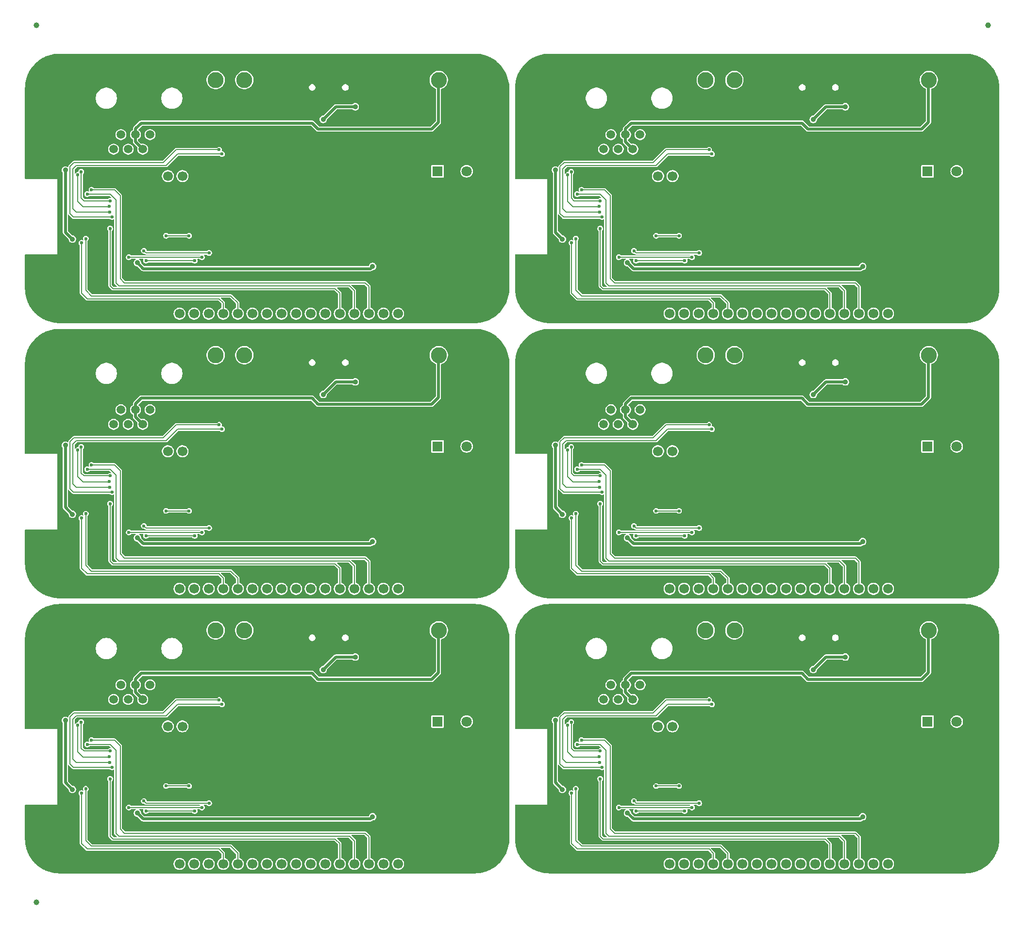
<source format=gbr>
%TF.GenerationSoftware,KiCad,Pcbnew,9.0.4*%
%TF.CreationDate,2025-09-15T20:18:03-04:00*%
%TF.ProjectId,HabitatCAN Dev Board (ESP32) - Panel,48616269-7461-4744-9341-4e2044657620,4*%
%TF.SameCoordinates,Original*%
%TF.FileFunction,Copper,L2,Bot*%
%TF.FilePolarity,Positive*%
%FSLAX46Y46*%
G04 Gerber Fmt 4.6, Leading zero omitted, Abs format (unit mm)*
G04 Created by KiCad (PCBNEW 9.0.4) date 2025-09-15 20:18:03*
%MOMM*%
%LPD*%
G01*
G04 APERTURE LIST*
G04 Aperture macros list*
%AMRoundRect*
0 Rectangle with rounded corners*
0 $1 Rounding radius*
0 $2 $3 $4 $5 $6 $7 $8 $9 X,Y pos of 4 corners*
0 Add a 4 corners polygon primitive as box body*
4,1,4,$2,$3,$4,$5,$6,$7,$8,$9,$2,$3,0*
0 Add four circle primitives for the rounded corners*
1,1,$1+$1,$2,$3*
1,1,$1+$1,$4,$5*
1,1,$1+$1,$6,$7*
1,1,$1+$1,$8,$9*
0 Add four rect primitives between the rounded corners*
20,1,$1+$1,$2,$3,$4,$5,0*
20,1,$1+$1,$4,$5,$6,$7,0*
20,1,$1+$1,$6,$7,$8,$9,0*
20,1,$1+$1,$8,$9,$2,$3,0*%
G04 Aperture macros list end*
%TA.AperFunction,ComponentPad*%
%ADD10C,1.700000*%
%TD*%
%TA.AperFunction,HeatsinkPad*%
%ADD11O,1.000000X2.100000*%
%TD*%
%TA.AperFunction,HeatsinkPad*%
%ADD12O,1.000000X1.800000*%
%TD*%
%TA.AperFunction,ComponentPad*%
%ADD13R,1.800000X1.800000*%
%TD*%
%TA.AperFunction,ComponentPad*%
%ADD14C,1.800000*%
%TD*%
%TA.AperFunction,ComponentPad*%
%ADD15RoundRect,0.250001X1.149999X1.149999X-1.149999X1.149999X-1.149999X-1.149999X1.149999X-1.149999X0*%
%TD*%
%TA.AperFunction,ComponentPad*%
%ADD16C,2.800000*%
%TD*%
%TA.AperFunction,ComponentPad*%
%ADD17R,1.500000X1.500000*%
%TD*%
%TA.AperFunction,ComponentPad*%
%ADD18C,1.500000*%
%TD*%
%TA.AperFunction,ComponentPad*%
%ADD19C,0.800000*%
%TD*%
%TA.AperFunction,ComponentPad*%
%ADD20C,6.400000*%
%TD*%
%TA.AperFunction,SMDPad,CuDef*%
%ADD21C,1.000000*%
%TD*%
%TA.AperFunction,ViaPad*%
%ADD22C,0.900000*%
%TD*%
%TA.AperFunction,ViaPad*%
%ADD23C,0.600000*%
%TD*%
%TA.AperFunction,Conductor*%
%ADD24C,0.500000*%
%TD*%
%TA.AperFunction,Conductor*%
%ADD25C,0.200000*%
%TD*%
G04 APERTURE END LIST*
D10*
%TO.P,J1,1,Pin_1*%
%TO.N,Board_4-GND*%
X79160243Y-168847564D03*
%TO.P,J1,2,Pin_2*%
%TO.N,Board_4-+3V3*%
X81700243Y-168847564D03*
%TO.P,J1,3,Pin_3*%
%TO.N,Board_4-GPIO0*%
X84240243Y-168847564D03*
%TO.P,J1,4,Pin_4*%
%TO.N,Board_4-GPIO1*%
X86780243Y-168847564D03*
%TO.P,J1,5,Pin_5*%
%TO.N,Board_4-GPIO2*%
X89320243Y-168847564D03*
%TO.P,J1,6,Pin_6*%
%TO.N,Board_4-GPIO3*%
X91860243Y-168847564D03*
%TO.P,J1,7,Pin_7*%
%TO.N,Board_4-GPIO4*%
X94400243Y-168847564D03*
%TO.P,J1,8,Pin_8*%
%TO.N,Board_4-GPIO5*%
X96940243Y-168847564D03*
%TO.P,J1,9,Pin_9*%
%TO.N,Board_4-GPIO6*%
X99480243Y-168847564D03*
%TO.P,J1,10,Pin_10*%
%TO.N,Board_4-GPIO7*%
X102020243Y-168847564D03*
%TO.P,J1,11,Pin_11*%
%TO.N,Board_4-GPIO8*%
X104560243Y-168847564D03*
%TO.P,J1,12,Pin_12*%
%TO.N,Board_4-GPIO9*%
X107100243Y-168847564D03*
%TO.P,J1,13,Pin_13*%
%TO.N,Board_4-GPIO10*%
X109640243Y-168847564D03*
%TO.P,J1,14,Pin_14*%
%TO.N,Board_4-S_TX*%
X112180243Y-168847564D03*
%TO.P,J1,15,Pin_15*%
%TO.N,Board_4-S_RX*%
X114720243Y-168847564D03*
%TO.P,J1,16,Pin_16*%
%TO.N,Board_4-EN*%
X117260243Y-168847564D03*
%TO.P,J1,17,Pin_17*%
%TO.N,Board_4-+5V*%
X119800243Y-168847564D03*
%TO.P,J1,18,Pin_18*%
%TO.N,Board_4-GND*%
X122340243Y-168847564D03*
%TD*%
%TO.P,J1,1,Pin_1*%
%TO.N,Board_5-GND*%
X164615001Y-168847564D03*
%TO.P,J1,2,Pin_2*%
%TO.N,Board_5-+3V3*%
X167155001Y-168847564D03*
%TO.P,J1,3,Pin_3*%
%TO.N,Board_5-GPIO0*%
X169695001Y-168847564D03*
%TO.P,J1,4,Pin_4*%
%TO.N,Board_5-GPIO1*%
X172235001Y-168847564D03*
%TO.P,J1,5,Pin_5*%
%TO.N,Board_5-GPIO2*%
X174775001Y-168847564D03*
%TO.P,J1,6,Pin_6*%
%TO.N,Board_5-GPIO3*%
X177315001Y-168847564D03*
%TO.P,J1,7,Pin_7*%
%TO.N,Board_5-GPIO4*%
X179855001Y-168847564D03*
%TO.P,J1,8,Pin_8*%
%TO.N,Board_5-GPIO5*%
X182395001Y-168847564D03*
%TO.P,J1,9,Pin_9*%
%TO.N,Board_5-GPIO6*%
X184935001Y-168847564D03*
%TO.P,J1,10,Pin_10*%
%TO.N,Board_5-GPIO7*%
X187475001Y-168847564D03*
%TO.P,J1,11,Pin_11*%
%TO.N,Board_5-GPIO8*%
X190015001Y-168847564D03*
%TO.P,J1,12,Pin_12*%
%TO.N,Board_5-GPIO9*%
X192555001Y-168847564D03*
%TO.P,J1,13,Pin_13*%
%TO.N,Board_5-GPIO10*%
X195095001Y-168847564D03*
%TO.P,J1,14,Pin_14*%
%TO.N,Board_5-S_TX*%
X197635001Y-168847564D03*
%TO.P,J1,15,Pin_15*%
%TO.N,Board_5-S_RX*%
X200175001Y-168847564D03*
%TO.P,J1,16,Pin_16*%
%TO.N,Board_5-EN*%
X202715001Y-168847564D03*
%TO.P,J1,17,Pin_17*%
%TO.N,Board_5-+5V*%
X205255001Y-168847564D03*
%TO.P,J1,18,Pin_18*%
%TO.N,Board_5-GND*%
X207795001Y-168847564D03*
%TD*%
D11*
%TO.P,J5,S1,SHIELD*%
%TO.N,Board_3-GND*%
X197493221Y-81885662D03*
D12*
X197493221Y-77705662D03*
D11*
X188853221Y-81885662D03*
D12*
X188853221Y-77705662D03*
%TD*%
D13*
%TO.P,U4,1,IN*%
%TO.N,Board_5-+24V*%
X212147248Y-144002564D03*
D14*
%TO.P,U4,2,GND*%
%TO.N,Board_5-GND*%
X214687248Y-144002564D03*
%TO.P,U4,3,OUT*%
%TO.N,Board_5-Net-(D3-A)*%
X217227248Y-144002564D03*
%TD*%
D10*
%TO.P,J1,1,Pin_1*%
%TO.N,Board_0-GND*%
X79160243Y-72847556D03*
%TO.P,J1,2,Pin_2*%
%TO.N,Board_0-+3V3*%
X81700243Y-72847556D03*
%TO.P,J1,3,Pin_3*%
%TO.N,Board_0-GPIO0*%
X84240243Y-72847556D03*
%TO.P,J1,4,Pin_4*%
%TO.N,Board_0-GPIO1*%
X86780243Y-72847556D03*
%TO.P,J1,5,Pin_5*%
%TO.N,Board_0-GPIO2*%
X89320243Y-72847556D03*
%TO.P,J1,6,Pin_6*%
%TO.N,Board_0-GPIO3*%
X91860243Y-72847556D03*
%TO.P,J1,7,Pin_7*%
%TO.N,Board_0-GPIO4*%
X94400243Y-72847556D03*
%TO.P,J1,8,Pin_8*%
%TO.N,Board_0-GPIO5*%
X96940243Y-72847556D03*
%TO.P,J1,9,Pin_9*%
%TO.N,Board_0-GPIO6*%
X99480243Y-72847556D03*
%TO.P,J1,10,Pin_10*%
%TO.N,Board_0-GPIO7*%
X102020243Y-72847556D03*
%TO.P,J1,11,Pin_11*%
%TO.N,Board_0-GPIO8*%
X104560243Y-72847556D03*
%TO.P,J1,12,Pin_12*%
%TO.N,Board_0-GPIO9*%
X107100243Y-72847556D03*
%TO.P,J1,13,Pin_13*%
%TO.N,Board_0-GPIO10*%
X109640243Y-72847556D03*
%TO.P,J1,14,Pin_14*%
%TO.N,Board_0-S_TX*%
X112180243Y-72847556D03*
%TO.P,J1,15,Pin_15*%
%TO.N,Board_0-S_RX*%
X114720243Y-72847556D03*
%TO.P,J1,16,Pin_16*%
%TO.N,Board_0-EN*%
X117260243Y-72847556D03*
%TO.P,J1,17,Pin_17*%
%TO.N,Board_0-+5V*%
X119800243Y-72847556D03*
%TO.P,J1,18,Pin_18*%
%TO.N,Board_0-GND*%
X122340243Y-72847556D03*
%TD*%
D15*
%TO.P,J4,1,Pin_1*%
%TO.N,Board_0-GND*%
X131900243Y-32102556D03*
D16*
%TO.P,J4,2,Pin_2*%
%TO.N,Board_0-+24V*%
X126900243Y-32102556D03*
%TD*%
D15*
%TO.P,J2,1,Pin_1*%
%TO.N,Board_1-GND*%
X183455001Y-32102556D03*
D16*
%TO.P,J2,2,Pin_2*%
%TO.N,Board_1-CAN_H*%
X178455001Y-32102556D03*
%TO.P,J2,3,Pin_3*%
%TO.N,Board_1-CAN_L*%
X173455001Y-32102556D03*
%TD*%
D17*
%TO.P,J3,1*%
%TO.N,Board_1-GND*%
X164547945Y-41620968D03*
D18*
%TO.P,J3,2*%
X163277945Y-44160968D03*
%TO.P,J3,3*%
%TO.N,Board_1-CAN_H*%
X162007945Y-41620968D03*
%TO.P,J3,4*%
%TO.N,Board_1-+24V*%
X160737945Y-44160968D03*
%TO.P,J3,5*%
X159467945Y-41620968D03*
%TO.P,J3,6*%
%TO.N,Board_1-CAN_L*%
X158197945Y-44160968D03*
%TO.P,J3,7*%
%TO.N,Board_1-unconnected-(J3-Pad7)*%
X156927945Y-41620968D03*
%TO.P,J3,8*%
%TO.N,Board_1-unconnected-(J3-Pad8)*%
X155657945Y-44160968D03*
%TD*%
D15*
%TO.P,J4,1,Pin_1*%
%TO.N,Board_1-GND*%
X217355001Y-32102556D03*
D16*
%TO.P,J4,2,Pin_2*%
%TO.N,Board_1-+24V*%
X212355001Y-32102556D03*
%TD*%
D19*
%TO.P,H2,1,1*%
%TO.N,Board_0-GND*%
X58345243Y-68500500D03*
X59048187Y-66803444D03*
X59048187Y-70197556D03*
X60745243Y-66100500D03*
D20*
X60745243Y-68500500D03*
D19*
X60745243Y-70900500D03*
X62442299Y-66803444D03*
X62442299Y-70197556D03*
X63145243Y-68500500D03*
%TD*%
D15*
%TO.P,J2,1,Pin_1*%
%TO.N,Board_5-GND*%
X183455001Y-128102564D03*
D16*
%TO.P,J2,2,Pin_2*%
%TO.N,Board_5-CAN_H*%
X178455001Y-128102564D03*
%TO.P,J2,3,Pin_3*%
%TO.N,Board_5-CAN_L*%
X173455001Y-128102564D03*
%TD*%
D13*
%TO.P,U4,1,IN*%
%TO.N,Board_3-+24V*%
X212147248Y-96002560D03*
D14*
%TO.P,U4,2,GND*%
%TO.N,Board_3-GND*%
X214687248Y-96002560D03*
%TO.P,U4,3,OUT*%
%TO.N,Board_3-Net-(D3-A)*%
X217227248Y-96002560D03*
%TD*%
D13*
%TO.P,U4,1,IN*%
%TO.N,Board_4-+24V*%
X126692490Y-144002564D03*
D14*
%TO.P,U4,2,GND*%
%TO.N,Board_4-GND*%
X129232490Y-144002564D03*
%TO.P,U4,3,OUT*%
%TO.N,Board_4-Net-(D3-A)*%
X131772490Y-144002564D03*
%TD*%
D10*
%TO.P,JP1,1,A*%
%TO.N,Board_0-CAN_L*%
X82210687Y-48847556D03*
%TO.P,JP1,2,B*%
%TO.N,Board_0-Net-(JP1-B)*%
X79670687Y-48847556D03*
%TD*%
D17*
%TO.P,J3,1*%
%TO.N,Board_3-GND*%
X164547945Y-89620972D03*
D18*
%TO.P,J3,2*%
X163277945Y-92160972D03*
%TO.P,J3,3*%
%TO.N,Board_3-CAN_H*%
X162007945Y-89620972D03*
%TO.P,J3,4*%
%TO.N,Board_3-+24V*%
X160737945Y-92160972D03*
%TO.P,J3,5*%
X159467945Y-89620972D03*
%TO.P,J3,6*%
%TO.N,Board_3-CAN_L*%
X158197945Y-92160972D03*
%TO.P,J3,7*%
%TO.N,Board_3-unconnected-(J3-Pad7)*%
X156927945Y-89620972D03*
%TO.P,J3,8*%
%TO.N,Board_3-unconnected-(J3-Pad8)*%
X155657945Y-92160972D03*
%TD*%
D10*
%TO.P,JP1,1,A*%
%TO.N,Board_4-CAN_L*%
X82210687Y-144847564D03*
%TO.P,JP1,2,B*%
%TO.N,Board_4-Net-(JP1-B)*%
X79670687Y-144847564D03*
%TD*%
D19*
%TO.P,H1,1,1*%
%TO.N,Board_0-GND*%
X58345243Y-33650500D03*
X59048187Y-31953444D03*
X59048187Y-35347556D03*
X60745243Y-31250500D03*
D20*
X60745243Y-33650500D03*
D19*
X60745243Y-36050500D03*
X62442299Y-31953444D03*
X62442299Y-35347556D03*
X63145243Y-33650500D03*
%TD*%
D15*
%TO.P,J4,1,Pin_1*%
%TO.N,Board_5-GND*%
X217355001Y-128102564D03*
D16*
%TO.P,J4,2,Pin_2*%
%TO.N,Board_5-+24V*%
X212355001Y-128102564D03*
%TD*%
D13*
%TO.P,U4,1,IN*%
%TO.N,Board_2-+24V*%
X126692490Y-96002560D03*
D14*
%TO.P,U4,2,GND*%
%TO.N,Board_2-GND*%
X129232490Y-96002560D03*
%TO.P,U4,3,OUT*%
%TO.N,Board_2-Net-(D3-A)*%
X131772490Y-96002560D03*
%TD*%
D19*
%TO.P,H2,1,1*%
%TO.N,Board_3-GND*%
X143800001Y-116500504D03*
X144502945Y-114803448D03*
X144502945Y-118197560D03*
X146200001Y-114100504D03*
D20*
X146200001Y-116500504D03*
D19*
X146200001Y-118900504D03*
X147897057Y-114803448D03*
X147897057Y-118197560D03*
X148600001Y-116500504D03*
%TD*%
D15*
%TO.P,J2,1,Pin_1*%
%TO.N,Board_4-GND*%
X98000243Y-128102564D03*
D16*
%TO.P,J2,2,Pin_2*%
%TO.N,Board_4-CAN_H*%
X93000243Y-128102564D03*
%TO.P,J2,3,Pin_3*%
%TO.N,Board_4-CAN_L*%
X88000243Y-128102564D03*
%TD*%
D19*
%TO.P,H1,1,1*%
%TO.N,Board_5-GND*%
X143800001Y-129650508D03*
X144502945Y-127953452D03*
X144502945Y-131347564D03*
X146200001Y-127250508D03*
D20*
X146200001Y-129650508D03*
D19*
X146200001Y-132050508D03*
X147897057Y-127953452D03*
X147897057Y-131347564D03*
X148600001Y-129650508D03*
%TD*%
D10*
%TO.P,JP1,1,A*%
%TO.N,Board_1-CAN_L*%
X167665445Y-48847556D03*
%TO.P,JP1,2,B*%
%TO.N,Board_1-Net-(JP1-B)*%
X165125445Y-48847556D03*
%TD*%
D19*
%TO.P,H3,1,1*%
%TO.N,Board_1-GND*%
X216254759Y-68500500D03*
X216957703Y-66803444D03*
X216957703Y-70197556D03*
X218654759Y-66100500D03*
D20*
X218654759Y-68500500D03*
D19*
X218654759Y-70900500D03*
X220351815Y-66803444D03*
X220351815Y-70197556D03*
X221054759Y-68500500D03*
%TD*%
%TO.P,H2,1,1*%
%TO.N,Board_1-GND*%
X143800001Y-68500500D03*
X144502945Y-66803444D03*
X144502945Y-70197556D03*
X146200001Y-66100500D03*
D20*
X146200001Y-68500500D03*
D19*
X146200001Y-70900500D03*
X147897057Y-66803444D03*
X147897057Y-70197556D03*
X148600001Y-68500500D03*
%TD*%
D15*
%TO.P,J4,1,Pin_1*%
%TO.N,Board_4-GND*%
X131900243Y-128102564D03*
D16*
%TO.P,J4,2,Pin_2*%
%TO.N,Board_4-+24V*%
X126900243Y-128102564D03*
%TD*%
D19*
%TO.P,H4,1,1*%
%TO.N,Board_0-GND*%
X115750243Y-33649612D03*
X116453187Y-31952556D03*
X116453187Y-35346668D03*
X118150243Y-31249612D03*
D20*
X118150243Y-33649612D03*
D19*
X118150243Y-36049612D03*
X119847299Y-31952556D03*
X119847299Y-35346668D03*
X120550243Y-33649612D03*
%TD*%
D11*
%TO.P,J5,S1,SHIELD*%
%TO.N,Board_4-GND*%
X112038463Y-129885666D03*
D12*
X112038463Y-125705666D03*
D11*
X103398463Y-129885666D03*
D12*
X103398463Y-125705666D03*
%TD*%
D19*
%TO.P,H3,1,1*%
%TO.N,Board_4-GND*%
X130800001Y-164500508D03*
X131502945Y-162803452D03*
X131502945Y-166197564D03*
X133200001Y-162100508D03*
D20*
X133200001Y-164500508D03*
D19*
X133200001Y-166900508D03*
X134897057Y-162803452D03*
X134897057Y-166197564D03*
X135600001Y-164500508D03*
%TD*%
D10*
%TO.P,JP1,1,A*%
%TO.N,Board_3-CAN_L*%
X167665445Y-96847560D03*
%TO.P,JP1,2,B*%
%TO.N,Board_3-Net-(JP1-B)*%
X165125445Y-96847560D03*
%TD*%
D19*
%TO.P,H3,1,1*%
%TO.N,Board_0-GND*%
X130800001Y-68500500D03*
X131502945Y-66803444D03*
X131502945Y-70197556D03*
X133200001Y-66100500D03*
D20*
X133200001Y-68500500D03*
D19*
X133200001Y-70900500D03*
X134897057Y-66803444D03*
X134897057Y-70197556D03*
X135600001Y-68500500D03*
%TD*%
%TO.P,H4,1,1*%
%TO.N,Board_1-GND*%
X201205001Y-33649612D03*
X201907945Y-31952556D03*
X201907945Y-35346668D03*
X203605001Y-31249612D03*
D20*
X203605001Y-33649612D03*
D19*
X203605001Y-36049612D03*
X205302057Y-31952556D03*
X205302057Y-35346668D03*
X206005001Y-33649612D03*
%TD*%
D13*
%TO.P,U4,1,IN*%
%TO.N,Board_0-+24V*%
X126692490Y-48002556D03*
D14*
%TO.P,U4,2,GND*%
%TO.N,Board_0-GND*%
X129232490Y-48002556D03*
%TO.P,U4,3,OUT*%
%TO.N,Board_0-Net-(D3-A)*%
X131772490Y-48002556D03*
%TD*%
D11*
%TO.P,J5,S1,SHIELD*%
%TO.N,Board_5-GND*%
X197493221Y-129885666D03*
D12*
X197493221Y-125705666D03*
D11*
X188853221Y-129885666D03*
D12*
X188853221Y-125705666D03*
%TD*%
D10*
%TO.P,J1,1,Pin_1*%
%TO.N,Board_2-GND*%
X79160243Y-120847560D03*
%TO.P,J1,2,Pin_2*%
%TO.N,Board_2-+3V3*%
X81700243Y-120847560D03*
%TO.P,J1,3,Pin_3*%
%TO.N,Board_2-GPIO0*%
X84240243Y-120847560D03*
%TO.P,J1,4,Pin_4*%
%TO.N,Board_2-GPIO1*%
X86780243Y-120847560D03*
%TO.P,J1,5,Pin_5*%
%TO.N,Board_2-GPIO2*%
X89320243Y-120847560D03*
%TO.P,J1,6,Pin_6*%
%TO.N,Board_2-GPIO3*%
X91860243Y-120847560D03*
%TO.P,J1,7,Pin_7*%
%TO.N,Board_2-GPIO4*%
X94400243Y-120847560D03*
%TO.P,J1,8,Pin_8*%
%TO.N,Board_2-GPIO5*%
X96940243Y-120847560D03*
%TO.P,J1,9,Pin_9*%
%TO.N,Board_2-GPIO6*%
X99480243Y-120847560D03*
%TO.P,J1,10,Pin_10*%
%TO.N,Board_2-GPIO7*%
X102020243Y-120847560D03*
%TO.P,J1,11,Pin_11*%
%TO.N,Board_2-GPIO8*%
X104560243Y-120847560D03*
%TO.P,J1,12,Pin_12*%
%TO.N,Board_2-GPIO9*%
X107100243Y-120847560D03*
%TO.P,J1,13,Pin_13*%
%TO.N,Board_2-GPIO10*%
X109640243Y-120847560D03*
%TO.P,J1,14,Pin_14*%
%TO.N,Board_2-S_TX*%
X112180243Y-120847560D03*
%TO.P,J1,15,Pin_15*%
%TO.N,Board_2-S_RX*%
X114720243Y-120847560D03*
%TO.P,J1,16,Pin_16*%
%TO.N,Board_2-EN*%
X117260243Y-120847560D03*
%TO.P,J1,17,Pin_17*%
%TO.N,Board_2-+5V*%
X119800243Y-120847560D03*
%TO.P,J1,18,Pin_18*%
%TO.N,Board_2-GND*%
X122340243Y-120847560D03*
%TD*%
%TO.P,JP1,1,A*%
%TO.N,Board_5-CAN_L*%
X167665445Y-144847564D03*
%TO.P,JP1,2,B*%
%TO.N,Board_5-Net-(JP1-B)*%
X165125445Y-144847564D03*
%TD*%
%TO.P,J1,1,Pin_1*%
%TO.N,Board_1-GND*%
X164615001Y-72847556D03*
%TO.P,J1,2,Pin_2*%
%TO.N,Board_1-+3V3*%
X167155001Y-72847556D03*
%TO.P,J1,3,Pin_3*%
%TO.N,Board_1-GPIO0*%
X169695001Y-72847556D03*
%TO.P,J1,4,Pin_4*%
%TO.N,Board_1-GPIO1*%
X172235001Y-72847556D03*
%TO.P,J1,5,Pin_5*%
%TO.N,Board_1-GPIO2*%
X174775001Y-72847556D03*
%TO.P,J1,6,Pin_6*%
%TO.N,Board_1-GPIO3*%
X177315001Y-72847556D03*
%TO.P,J1,7,Pin_7*%
%TO.N,Board_1-GPIO4*%
X179855001Y-72847556D03*
%TO.P,J1,8,Pin_8*%
%TO.N,Board_1-GPIO5*%
X182395001Y-72847556D03*
%TO.P,J1,9,Pin_9*%
%TO.N,Board_1-GPIO6*%
X184935001Y-72847556D03*
%TO.P,J1,10,Pin_10*%
%TO.N,Board_1-GPIO7*%
X187475001Y-72847556D03*
%TO.P,J1,11,Pin_11*%
%TO.N,Board_1-GPIO8*%
X190015001Y-72847556D03*
%TO.P,J1,12,Pin_12*%
%TO.N,Board_1-GPIO9*%
X192555001Y-72847556D03*
%TO.P,J1,13,Pin_13*%
%TO.N,Board_1-GPIO10*%
X195095001Y-72847556D03*
%TO.P,J1,14,Pin_14*%
%TO.N,Board_1-S_TX*%
X197635001Y-72847556D03*
%TO.P,J1,15,Pin_15*%
%TO.N,Board_1-S_RX*%
X200175001Y-72847556D03*
%TO.P,J1,16,Pin_16*%
%TO.N,Board_1-EN*%
X202715001Y-72847556D03*
%TO.P,J1,17,Pin_17*%
%TO.N,Board_1-+5V*%
X205255001Y-72847556D03*
%TO.P,J1,18,Pin_18*%
%TO.N,Board_1-GND*%
X207795001Y-72847556D03*
%TD*%
D13*
%TO.P,U4,1,IN*%
%TO.N,Board_1-+24V*%
X212147248Y-48002556D03*
D14*
%TO.P,U4,2,GND*%
%TO.N,Board_1-GND*%
X214687248Y-48002556D03*
%TO.P,U4,3,OUT*%
%TO.N,Board_1-Net-(D3-A)*%
X217227248Y-48002556D03*
%TD*%
D19*
%TO.P,H1,1,1*%
%TO.N,Board_2-GND*%
X58345243Y-81650504D03*
X59048187Y-79953448D03*
X59048187Y-83347560D03*
X60745243Y-79250504D03*
D20*
X60745243Y-81650504D03*
D19*
X60745243Y-84050504D03*
X62442299Y-79953448D03*
X62442299Y-83347560D03*
X63145243Y-81650504D03*
%TD*%
%TO.P,H4,1,1*%
%TO.N,Board_2-GND*%
X115750243Y-81649616D03*
X116453187Y-79952560D03*
X116453187Y-83346672D03*
X118150243Y-79249616D03*
D20*
X118150243Y-81649616D03*
D19*
X118150243Y-84049616D03*
X119847299Y-79952560D03*
X119847299Y-83346672D03*
X120550243Y-81649616D03*
%TD*%
%TO.P,H4,1,1*%
%TO.N,Board_5-GND*%
X201205001Y-129649620D03*
X201907945Y-127952564D03*
X201907945Y-131346676D03*
X203605001Y-127249620D03*
D20*
X203605001Y-129649620D03*
D19*
X203605001Y-132049620D03*
X205302057Y-127952564D03*
X205302057Y-131346676D03*
X206005001Y-129649620D03*
%TD*%
D11*
%TO.P,J5,S1,SHIELD*%
%TO.N,Board_1-GND*%
X197493221Y-33885658D03*
D12*
X197493221Y-29705658D03*
D11*
X188853221Y-33885658D03*
D12*
X188853221Y-29705658D03*
%TD*%
D19*
%TO.P,H2,1,1*%
%TO.N,Board_5-GND*%
X143800001Y-164500508D03*
X144502945Y-162803452D03*
X144502945Y-166197564D03*
X146200001Y-162100508D03*
D20*
X146200001Y-164500508D03*
D19*
X146200001Y-166900508D03*
X147897057Y-162803452D03*
X147897057Y-166197564D03*
X148600001Y-164500508D03*
%TD*%
D15*
%TO.P,J2,1,Pin_1*%
%TO.N,Board_0-GND*%
X98000243Y-32102556D03*
D16*
%TO.P,J2,2,Pin_2*%
%TO.N,Board_0-CAN_H*%
X93000243Y-32102556D03*
%TO.P,J2,3,Pin_3*%
%TO.N,Board_0-CAN_L*%
X88000243Y-32102556D03*
%TD*%
D10*
%TO.P,JP1,1,A*%
%TO.N,Board_2-CAN_L*%
X82210687Y-96847560D03*
%TO.P,JP1,2,B*%
%TO.N,Board_2-Net-(JP1-B)*%
X79670687Y-96847560D03*
%TD*%
D15*
%TO.P,J2,1,Pin_1*%
%TO.N,Board_2-GND*%
X98000243Y-80102560D03*
D16*
%TO.P,J2,2,Pin_2*%
%TO.N,Board_2-CAN_H*%
X93000243Y-80102560D03*
%TO.P,J2,3,Pin_3*%
%TO.N,Board_2-CAN_L*%
X88000243Y-80102560D03*
%TD*%
D19*
%TO.P,H4,1,1*%
%TO.N,Board_3-GND*%
X201205001Y-81649616D03*
X201907945Y-79952560D03*
X201907945Y-83346672D03*
X203605001Y-79249616D03*
D20*
X203605001Y-81649616D03*
D19*
X203605001Y-84049616D03*
X205302057Y-79952560D03*
X205302057Y-83346672D03*
X206005001Y-81649616D03*
%TD*%
%TO.P,H2,1,1*%
%TO.N,Board_2-GND*%
X58345243Y-116500504D03*
X59048187Y-114803448D03*
X59048187Y-118197560D03*
X60745243Y-114100504D03*
D20*
X60745243Y-116500504D03*
D19*
X60745243Y-118900504D03*
X62442299Y-114803448D03*
X62442299Y-118197560D03*
X63145243Y-116500504D03*
%TD*%
%TO.P,H1,1,1*%
%TO.N,Board_3-GND*%
X143800001Y-81650504D03*
X144502945Y-79953448D03*
X144502945Y-83347560D03*
X146200001Y-79250504D03*
D20*
X146200001Y-81650504D03*
D19*
X146200001Y-84050504D03*
X147897057Y-79953448D03*
X147897057Y-83347560D03*
X148600001Y-81650504D03*
%TD*%
%TO.P,H4,1,1*%
%TO.N,Board_4-GND*%
X115750243Y-129649620D03*
X116453187Y-127952564D03*
X116453187Y-131346676D03*
X118150243Y-127249620D03*
D20*
X118150243Y-129649620D03*
D19*
X118150243Y-132049620D03*
X119847299Y-127952564D03*
X119847299Y-131346676D03*
X120550243Y-129649620D03*
%TD*%
D17*
%TO.P,J3,1*%
%TO.N,Board_4-GND*%
X79093187Y-137620976D03*
D18*
%TO.P,J3,2*%
X77823187Y-140160976D03*
%TO.P,J3,3*%
%TO.N,Board_4-CAN_H*%
X76553187Y-137620976D03*
%TO.P,J3,4*%
%TO.N,Board_4-+24V*%
X75283187Y-140160976D03*
%TO.P,J3,5*%
X74013187Y-137620976D03*
%TO.P,J3,6*%
%TO.N,Board_4-CAN_L*%
X72743187Y-140160976D03*
%TO.P,J3,7*%
%TO.N,Board_4-unconnected-(J3-Pad7)*%
X71473187Y-137620976D03*
%TO.P,J3,8*%
%TO.N,Board_4-unconnected-(J3-Pad8)*%
X70203187Y-140160976D03*
%TD*%
D10*
%TO.P,J1,1,Pin_1*%
%TO.N,Board_3-GND*%
X164615001Y-120847560D03*
%TO.P,J1,2,Pin_2*%
%TO.N,Board_3-+3V3*%
X167155001Y-120847560D03*
%TO.P,J1,3,Pin_3*%
%TO.N,Board_3-GPIO0*%
X169695001Y-120847560D03*
%TO.P,J1,4,Pin_4*%
%TO.N,Board_3-GPIO1*%
X172235001Y-120847560D03*
%TO.P,J1,5,Pin_5*%
%TO.N,Board_3-GPIO2*%
X174775001Y-120847560D03*
%TO.P,J1,6,Pin_6*%
%TO.N,Board_3-GPIO3*%
X177315001Y-120847560D03*
%TO.P,J1,7,Pin_7*%
%TO.N,Board_3-GPIO4*%
X179855001Y-120847560D03*
%TO.P,J1,8,Pin_8*%
%TO.N,Board_3-GPIO5*%
X182395001Y-120847560D03*
%TO.P,J1,9,Pin_9*%
%TO.N,Board_3-GPIO6*%
X184935001Y-120847560D03*
%TO.P,J1,10,Pin_10*%
%TO.N,Board_3-GPIO7*%
X187475001Y-120847560D03*
%TO.P,J1,11,Pin_11*%
%TO.N,Board_3-GPIO8*%
X190015001Y-120847560D03*
%TO.P,J1,12,Pin_12*%
%TO.N,Board_3-GPIO9*%
X192555001Y-120847560D03*
%TO.P,J1,13,Pin_13*%
%TO.N,Board_3-GPIO10*%
X195095001Y-120847560D03*
%TO.P,J1,14,Pin_14*%
%TO.N,Board_3-S_TX*%
X197635001Y-120847560D03*
%TO.P,J1,15,Pin_15*%
%TO.N,Board_3-S_RX*%
X200175001Y-120847560D03*
%TO.P,J1,16,Pin_16*%
%TO.N,Board_3-EN*%
X202715001Y-120847560D03*
%TO.P,J1,17,Pin_17*%
%TO.N,Board_3-+5V*%
X205255001Y-120847560D03*
%TO.P,J1,18,Pin_18*%
%TO.N,Board_3-GND*%
X207795001Y-120847560D03*
%TD*%
D11*
%TO.P,J5,S1,SHIELD*%
%TO.N,Board_0-GND*%
X112038463Y-33885658D03*
D12*
X112038463Y-29705658D03*
D11*
X103398463Y-33885658D03*
D12*
X103398463Y-29705658D03*
%TD*%
D19*
%TO.P,H3,1,1*%
%TO.N,Board_3-GND*%
X216254759Y-116500504D03*
X216957703Y-114803448D03*
X216957703Y-118197560D03*
X218654759Y-114100504D03*
D20*
X218654759Y-116500504D03*
D19*
X218654759Y-118900504D03*
X220351815Y-114803448D03*
X220351815Y-118197560D03*
X221054759Y-116500504D03*
%TD*%
D17*
%TO.P,J3,1*%
%TO.N,Board_5-GND*%
X164547945Y-137620976D03*
D18*
%TO.P,J3,2*%
X163277945Y-140160976D03*
%TO.P,J3,3*%
%TO.N,Board_5-CAN_H*%
X162007945Y-137620976D03*
%TO.P,J3,4*%
%TO.N,Board_5-+24V*%
X160737945Y-140160976D03*
%TO.P,J3,5*%
X159467945Y-137620976D03*
%TO.P,J3,6*%
%TO.N,Board_5-CAN_L*%
X158197945Y-140160976D03*
%TO.P,J3,7*%
%TO.N,Board_5-unconnected-(J3-Pad7)*%
X156927945Y-137620976D03*
%TO.P,J3,8*%
%TO.N,Board_5-unconnected-(J3-Pad8)*%
X155657945Y-140160976D03*
%TD*%
D19*
%TO.P,H3,1,1*%
%TO.N,Board_2-GND*%
X130800001Y-116500504D03*
X131502945Y-114803448D03*
X131502945Y-118197560D03*
X133200001Y-114100504D03*
D20*
X133200001Y-116500504D03*
D19*
X133200001Y-118900504D03*
X134897057Y-114803448D03*
X134897057Y-118197560D03*
X135600001Y-116500504D03*
%TD*%
%TO.P,H2,1,1*%
%TO.N,Board_4-GND*%
X58345243Y-164500508D03*
X59048187Y-162803452D03*
X59048187Y-166197564D03*
X60745243Y-162100508D03*
D20*
X60745243Y-164500508D03*
D19*
X60745243Y-166900508D03*
X62442299Y-162803452D03*
X62442299Y-166197564D03*
X63145243Y-164500508D03*
%TD*%
%TO.P,H1,1,1*%
%TO.N,Board_1-GND*%
X143800001Y-33650500D03*
X144502945Y-31953444D03*
X144502945Y-35347556D03*
X146200001Y-31250500D03*
D20*
X146200001Y-33650500D03*
D19*
X146200001Y-36050500D03*
X147897057Y-31953444D03*
X147897057Y-35347556D03*
X148600001Y-33650500D03*
%TD*%
D15*
%TO.P,J2,1,Pin_1*%
%TO.N,Board_3-GND*%
X183455001Y-80102560D03*
D16*
%TO.P,J2,2,Pin_2*%
%TO.N,Board_3-CAN_H*%
X178455001Y-80102560D03*
%TO.P,J2,3,Pin_3*%
%TO.N,Board_3-CAN_L*%
X173455001Y-80102560D03*
%TD*%
D11*
%TO.P,J5,S1,SHIELD*%
%TO.N,Board_2-GND*%
X112038463Y-81885662D03*
D12*
X112038463Y-77705662D03*
D11*
X103398463Y-81885662D03*
D12*
X103398463Y-77705662D03*
%TD*%
D19*
%TO.P,H3,1,1*%
%TO.N,Board_5-GND*%
X216254759Y-164500508D03*
X216957703Y-162803452D03*
X216957703Y-166197564D03*
X218654759Y-162100508D03*
D20*
X218654759Y-164500508D03*
D19*
X218654759Y-166900508D03*
X220351815Y-162803452D03*
X220351815Y-166197564D03*
X221054759Y-164500508D03*
%TD*%
D15*
%TO.P,J4,1,Pin_1*%
%TO.N,Board_2-GND*%
X131900243Y-80102560D03*
D16*
%TO.P,J4,2,Pin_2*%
%TO.N,Board_2-+24V*%
X126900243Y-80102560D03*
%TD*%
D17*
%TO.P,J3,1*%
%TO.N,Board_0-GND*%
X79093187Y-41620968D03*
D18*
%TO.P,J3,2*%
X77823187Y-44160968D03*
%TO.P,J3,3*%
%TO.N,Board_0-CAN_H*%
X76553187Y-41620968D03*
%TO.P,J3,4*%
%TO.N,Board_0-+24V*%
X75283187Y-44160968D03*
%TO.P,J3,5*%
X74013187Y-41620968D03*
%TO.P,J3,6*%
%TO.N,Board_0-CAN_L*%
X72743187Y-44160968D03*
%TO.P,J3,7*%
%TO.N,Board_0-unconnected-(J3-Pad7)*%
X71473187Y-41620968D03*
%TO.P,J3,8*%
%TO.N,Board_0-unconnected-(J3-Pad8)*%
X70203187Y-44160968D03*
%TD*%
D17*
%TO.P,J3,1*%
%TO.N,Board_2-GND*%
X79093187Y-89620972D03*
D18*
%TO.P,J3,2*%
X77823187Y-92160972D03*
%TO.P,J3,3*%
%TO.N,Board_2-CAN_H*%
X76553187Y-89620972D03*
%TO.P,J3,4*%
%TO.N,Board_2-+24V*%
X75283187Y-92160972D03*
%TO.P,J3,5*%
X74013187Y-89620972D03*
%TO.P,J3,6*%
%TO.N,Board_2-CAN_L*%
X72743187Y-92160972D03*
%TO.P,J3,7*%
%TO.N,Board_2-unconnected-(J3-Pad7)*%
X71473187Y-89620972D03*
%TO.P,J3,8*%
%TO.N,Board_2-unconnected-(J3-Pad8)*%
X70203187Y-92160972D03*
%TD*%
D15*
%TO.P,J4,1,Pin_1*%
%TO.N,Board_3-GND*%
X217355001Y-80102560D03*
D16*
%TO.P,J4,2,Pin_2*%
%TO.N,Board_3-+24V*%
X212355001Y-80102560D03*
%TD*%
D19*
%TO.P,H1,1,1*%
%TO.N,Board_4-GND*%
X58345243Y-129650508D03*
X59048187Y-127953452D03*
X59048187Y-131347564D03*
X60745243Y-127250508D03*
D20*
X60745243Y-129650508D03*
D19*
X60745243Y-132050508D03*
X62442299Y-127953452D03*
X62442299Y-131347564D03*
X63145243Y-129650508D03*
%TD*%
D21*
%TO.P,KiKit_FID_B_1,*%
%TO.N,*%
X56745243Y-22500000D03*
%TD*%
%TO.P,KiKit_FID_B_3,*%
%TO.N,*%
X56745243Y-175501511D03*
%TD*%
%TO.P,KiKit_FID_B_2,*%
%TO.N,*%
X222654758Y-22500000D03*
%TD*%
D22*
%TO.N,Board_0-+3V3*%
X115360962Y-64612556D03*
X74360243Y-63977556D03*
X61800243Y-47802556D03*
X63000243Y-59852556D03*
%TO.N,Board_0-/USB C Connector/USB_PWR*%
X106750243Y-38952556D03*
X112350230Y-36752558D03*
D23*
%TO.N,Board_0-EN*%
X72850243Y-63002556D03*
X85600243Y-63002556D03*
%TO.N,Board_0-GND*%
X83567743Y-31910056D03*
X81100243Y-64252556D03*
X83567743Y-36037556D03*
X84520243Y-46197556D03*
X84520243Y-42387556D03*
X78170243Y-31910056D03*
%TO.N,Board_0-GPIO0*%
X86850243Y-62252556D03*
X75475243Y-61877556D03*
%TO.N,Board_0-GPIO10*%
X69600243Y-58002556D03*
%TO.N,Board_0-GPIO2*%
X64600243Y-60502556D03*
%TO.N,Board_0-GPIO3*%
X65350243Y-59752556D03*
%TO.N,Board_0-GPIO4*%
X88600243Y-44252556D03*
X69928096Y-55982293D03*
%TO.N,Board_0-GPIO5*%
X89100243Y-45002556D03*
X69490257Y-55142570D03*
%TO.N,Board_0-GPIO6*%
X69450243Y-54152556D03*
X63950243Y-48652556D03*
%TO.N,Board_0-GPIO7*%
X64550243Y-48102556D03*
X69600243Y-53152556D03*
%TO.N,Board_0-GPIO8*%
X79350243Y-59252556D03*
X75850243Y-63602556D03*
X84350243Y-63602556D03*
X83350243Y-59252556D03*
%TO.N,Board_0-S_RX*%
X66350243Y-51252556D03*
%TO.N,Board_0-S_TX*%
X65600243Y-52002556D03*
D22*
%TO.N,Board_1-+3V3*%
X147255001Y-47802556D03*
X200815720Y-64612556D03*
X159815001Y-63977556D03*
X148455001Y-59852556D03*
%TO.N,Board_1-/USB C Connector/USB_PWR*%
X197804988Y-36752558D03*
X192205001Y-38952556D03*
D23*
%TO.N,Board_1-EN*%
X171055001Y-63002556D03*
X158305001Y-63002556D03*
%TO.N,Board_1-GND*%
X169022501Y-31910056D03*
X169022501Y-36037556D03*
X163625001Y-31910056D03*
X169975001Y-42387556D03*
X169975001Y-46197556D03*
X166555001Y-64252556D03*
%TO.N,Board_1-GPIO0*%
X172305001Y-62252556D03*
X160930001Y-61877556D03*
%TO.N,Board_1-GPIO10*%
X155055001Y-58002556D03*
%TO.N,Board_1-GPIO2*%
X150055001Y-60502556D03*
%TO.N,Board_1-GPIO3*%
X150805001Y-59752556D03*
%TO.N,Board_1-GPIO4*%
X155382854Y-55982293D03*
X174055001Y-44252556D03*
%TO.N,Board_1-GPIO5*%
X174555001Y-45002556D03*
X154945015Y-55142570D03*
%TO.N,Board_1-GPIO6*%
X149405001Y-48652556D03*
X154905001Y-54152556D03*
%TO.N,Board_1-GPIO7*%
X155055001Y-53152556D03*
X150005001Y-48102556D03*
%TO.N,Board_1-GPIO8*%
X169805001Y-63602556D03*
X168805001Y-59252556D03*
X161305001Y-63602556D03*
X164805001Y-59252556D03*
%TO.N,Board_1-S_RX*%
X151805001Y-51252556D03*
%TO.N,Board_1-S_TX*%
X151055001Y-52002556D03*
D22*
%TO.N,Board_2-+3V3*%
X115360962Y-112612560D03*
X74360243Y-111977560D03*
X63000243Y-107852560D03*
X61800243Y-95802560D03*
%TO.N,Board_2-/USB C Connector/USB_PWR*%
X106750243Y-86952560D03*
X112350230Y-84752562D03*
D23*
%TO.N,Board_2-EN*%
X85600243Y-111002560D03*
X72850243Y-111002560D03*
%TO.N,Board_2-GND*%
X81100243Y-112252560D03*
X84520243Y-90387560D03*
X83567743Y-79910060D03*
X84520243Y-94197560D03*
X83567743Y-84037560D03*
X78170243Y-79910060D03*
%TO.N,Board_2-GPIO0*%
X86850243Y-110252560D03*
X75475243Y-109877560D03*
%TO.N,Board_2-GPIO10*%
X69600243Y-106002560D03*
%TO.N,Board_2-GPIO2*%
X64600243Y-108502560D03*
%TO.N,Board_2-GPIO3*%
X65350243Y-107752560D03*
%TO.N,Board_2-GPIO4*%
X88600243Y-92252560D03*
X69928096Y-103982297D03*
%TO.N,Board_2-GPIO5*%
X89100243Y-93002560D03*
X69490257Y-103142574D03*
%TO.N,Board_2-GPIO6*%
X63950243Y-96652560D03*
X69450243Y-102152560D03*
%TO.N,Board_2-GPIO7*%
X69600243Y-101152560D03*
X64550243Y-96102560D03*
%TO.N,Board_2-GPIO8*%
X83350243Y-107252560D03*
X84350243Y-111602560D03*
X75850243Y-111602560D03*
X79350243Y-107252560D03*
%TO.N,Board_2-S_RX*%
X66350243Y-99252560D03*
%TO.N,Board_2-S_TX*%
X65600243Y-100002560D03*
D22*
%TO.N,Board_3-+3V3*%
X200815720Y-112612560D03*
X148455001Y-107852560D03*
X147255001Y-95802560D03*
X159815001Y-111977560D03*
%TO.N,Board_3-/USB C Connector/USB_PWR*%
X192205001Y-86952560D03*
X197804988Y-84752562D03*
D23*
%TO.N,Board_3-EN*%
X158305001Y-111002560D03*
X171055001Y-111002560D03*
%TO.N,Board_3-GND*%
X166555001Y-112252560D03*
X169975001Y-94197560D03*
X169022501Y-84037560D03*
X163625001Y-79910060D03*
X169022501Y-79910060D03*
X169975001Y-90387560D03*
%TO.N,Board_3-GPIO0*%
X160930001Y-109877560D03*
X172305001Y-110252560D03*
%TO.N,Board_3-GPIO10*%
X155055001Y-106002560D03*
%TO.N,Board_3-GPIO2*%
X150055001Y-108502560D03*
%TO.N,Board_3-GPIO3*%
X150805001Y-107752560D03*
%TO.N,Board_3-GPIO4*%
X174055001Y-92252560D03*
X155382854Y-103982297D03*
%TO.N,Board_3-GPIO5*%
X154945015Y-103142574D03*
X174555001Y-93002560D03*
%TO.N,Board_3-GPIO6*%
X149405001Y-96652560D03*
X154905001Y-102152560D03*
%TO.N,Board_3-GPIO7*%
X150005001Y-96102560D03*
X155055001Y-101152560D03*
%TO.N,Board_3-GPIO8*%
X161305001Y-111602560D03*
X164805001Y-107252560D03*
X168805001Y-107252560D03*
X169805001Y-111602560D03*
%TO.N,Board_3-S_RX*%
X151805001Y-99252560D03*
%TO.N,Board_3-S_TX*%
X151055001Y-100002560D03*
D22*
%TO.N,Board_4-+3V3*%
X115360962Y-160612564D03*
X74360243Y-159977564D03*
X61800243Y-143802564D03*
X63000243Y-155852564D03*
%TO.N,Board_4-/USB C Connector/USB_PWR*%
X106750243Y-134952564D03*
X112350230Y-132752566D03*
D23*
%TO.N,Board_4-EN*%
X72850243Y-159002564D03*
X85600243Y-159002564D03*
%TO.N,Board_4-GND*%
X83567743Y-127910064D03*
X83567743Y-132037564D03*
X84520243Y-138387564D03*
X81100243Y-160252564D03*
X84520243Y-142197564D03*
X78170243Y-127910064D03*
%TO.N,Board_4-GPIO0*%
X86850243Y-158252564D03*
X75475243Y-157877564D03*
%TO.N,Board_4-GPIO10*%
X69600243Y-154002564D03*
%TO.N,Board_4-GPIO2*%
X64600243Y-156502564D03*
%TO.N,Board_4-GPIO3*%
X65350243Y-155752564D03*
%TO.N,Board_4-GPIO4*%
X88600243Y-140252564D03*
X69928096Y-151982301D03*
%TO.N,Board_4-GPIO5*%
X69490257Y-151142578D03*
X89100243Y-141002564D03*
%TO.N,Board_4-GPIO6*%
X69450243Y-150152564D03*
X63950243Y-144652564D03*
%TO.N,Board_4-GPIO7*%
X64550243Y-144102564D03*
X69600243Y-149152564D03*
%TO.N,Board_4-GPIO8*%
X83350243Y-155252564D03*
X84350243Y-159602564D03*
X79350243Y-155252564D03*
X75850243Y-159602564D03*
%TO.N,Board_4-S_RX*%
X66350243Y-147252564D03*
%TO.N,Board_4-S_TX*%
X65600243Y-148002564D03*
D22*
%TO.N,Board_5-+3V3*%
X147255001Y-143802564D03*
X148455001Y-155852564D03*
X159815001Y-159977564D03*
X200815720Y-160612564D03*
%TO.N,Board_5-/USB C Connector/USB_PWR*%
X192205001Y-134952564D03*
X197804988Y-132752566D03*
D23*
%TO.N,Board_5-EN*%
X158305001Y-159002564D03*
X171055001Y-159002564D03*
%TO.N,Board_5-GND*%
X169022501Y-132037564D03*
X169975001Y-138387564D03*
X163625001Y-127910064D03*
X169022501Y-127910064D03*
X166555001Y-160252564D03*
X169975001Y-142197564D03*
%TO.N,Board_5-GPIO0*%
X172305001Y-158252564D03*
X160930001Y-157877564D03*
%TO.N,Board_5-GPIO10*%
X155055001Y-154002564D03*
%TO.N,Board_5-GPIO2*%
X150055001Y-156502564D03*
%TO.N,Board_5-GPIO3*%
X150805001Y-155752564D03*
%TO.N,Board_5-GPIO4*%
X174055001Y-140252564D03*
X155382854Y-151982301D03*
%TO.N,Board_5-GPIO5*%
X154945015Y-151142578D03*
X174555001Y-141002564D03*
%TO.N,Board_5-GPIO6*%
X149405001Y-144652564D03*
X154905001Y-150152564D03*
%TO.N,Board_5-GPIO7*%
X150005001Y-144102564D03*
X155055001Y-149152564D03*
%TO.N,Board_5-GPIO8*%
X161305001Y-159602564D03*
X168805001Y-155252564D03*
X169805001Y-159602564D03*
X164805001Y-155252564D03*
%TO.N,Board_5-S_RX*%
X151805001Y-147252564D03*
%TO.N,Board_5-S_TX*%
X151055001Y-148002564D03*
%TD*%
D24*
%TO.N,Board_0-+24V*%
X126850243Y-39452556D02*
X126850243Y-32097556D01*
X74000243Y-40602556D02*
X75000243Y-39602556D01*
X74013187Y-41620968D02*
X74000243Y-41608024D01*
X74000243Y-41633912D02*
X74013187Y-41620968D01*
X75283187Y-44160968D02*
X74000243Y-42878024D01*
X74000243Y-41608024D02*
X74000243Y-40602556D01*
X75000243Y-39602556D02*
X104800243Y-39602556D01*
X125650243Y-40652556D02*
X126850243Y-39452556D01*
X105850243Y-40652556D02*
X125650243Y-40652556D01*
X104800243Y-39602556D02*
X105850243Y-40652556D01*
X74000243Y-42878024D02*
X74000243Y-41633912D01*
%TO.N,Board_0-+3V3*%
X63000243Y-59852556D02*
X61800243Y-58652556D01*
X115360962Y-64612556D02*
X114969962Y-65003561D01*
X74360243Y-63977556D02*
X75386243Y-65003555D01*
X61800243Y-58652556D02*
X61800243Y-47802556D01*
X75386243Y-65003555D02*
X114969962Y-65003561D01*
%TO.N,Board_0-/USB C Connector/USB_PWR*%
X108950243Y-36752556D02*
X112350228Y-36752556D01*
X112350228Y-36752556D02*
X112350230Y-36752558D01*
X106750243Y-38952556D02*
X108950243Y-36752556D01*
D25*
%TO.N,Board_0-EN*%
X72850243Y-63002556D02*
X85600243Y-63002556D01*
%TO.N,Board_0-GPIO0*%
X75850243Y-62252556D02*
X86850243Y-62252556D01*
X75475243Y-61877556D02*
X75850243Y-62252556D01*
%TO.N,Board_0-GPIO10*%
X108850244Y-68502549D02*
X70100238Y-68502567D01*
X109640242Y-69292556D02*
X109640243Y-72847556D01*
X69600201Y-68002572D02*
X70100238Y-68502567D01*
X69600243Y-58002556D02*
X69600201Y-68002572D01*
X108850244Y-68502549D02*
X109640242Y-69292556D01*
%TO.N,Board_0-GPIO2*%
X65600242Y-70252556D02*
X64600239Y-69252557D01*
X88600245Y-70252548D02*
X89320241Y-70972556D01*
X88600245Y-70252548D02*
X65600242Y-70252556D01*
X89320241Y-70972556D02*
X89320243Y-72847556D01*
X64600239Y-69252557D02*
X64600243Y-60502556D01*
%TO.N,Board_0-GPIO3*%
X65350243Y-59752556D02*
X65350239Y-68752557D01*
X66350242Y-69752556D02*
X90600246Y-69752544D01*
X91860259Y-71012549D02*
X91860243Y-72847556D01*
X91860259Y-71012549D02*
X90600246Y-69752544D01*
X65350239Y-68752557D02*
X66350242Y-69752556D01*
%TO.N,Board_0-GPIO4*%
X69886342Y-56002555D02*
X69907830Y-56002551D01*
X63200244Y-56002555D02*
X69886342Y-56002555D01*
X63200243Y-56002556D02*
X63200244Y-56002555D01*
X62600245Y-47202554D02*
X62600245Y-55402558D01*
X65100241Y-46502552D02*
X65100237Y-46502556D01*
X69907830Y-56002551D02*
X69912892Y-55997480D01*
X63300243Y-46502556D02*
X62600245Y-47202554D01*
X65100237Y-46502556D02*
X63300243Y-46502556D01*
X81100246Y-44252563D02*
X78850239Y-46502551D01*
X88600243Y-44252556D02*
X81100246Y-44252563D01*
X69912892Y-55997480D02*
X69928096Y-55982293D01*
X78850239Y-46502551D02*
X65100241Y-46502552D01*
X62600245Y-55402558D02*
X63200243Y-56002556D01*
%TO.N,Board_0-GPIO5*%
X81350239Y-45002547D02*
X89100243Y-45002556D01*
X63100245Y-47602554D02*
X63700243Y-47002556D01*
X65600237Y-47002556D02*
X65600241Y-47002552D01*
X79350244Y-47002561D02*
X81350239Y-45002547D01*
X69490257Y-55142570D02*
X63690257Y-55142570D01*
X63700243Y-47002556D02*
X65600237Y-47002556D01*
X63690257Y-55142570D02*
X63100245Y-54552558D01*
X63100245Y-54552558D02*
X63100245Y-47602554D01*
X65600241Y-47002552D02*
X79350244Y-47002561D01*
%TO.N,Board_0-GPIO6*%
X69400243Y-54202556D02*
X64850243Y-54202556D01*
X64850243Y-54202556D02*
X63950243Y-53302556D01*
X63950243Y-53302556D02*
X63950243Y-52202556D01*
X69450243Y-54152556D02*
X69400243Y-54202556D01*
X63950243Y-52202556D02*
X63950243Y-48652556D01*
%TO.N,Board_0-GPIO7*%
X69600243Y-53152556D02*
X65050243Y-53152556D01*
X65050243Y-53152556D02*
X64550243Y-52652556D01*
X64550243Y-52652556D02*
X64550243Y-48102556D01*
%TO.N,Board_0-GPIO8*%
X84350243Y-63602556D02*
X75850243Y-63602556D01*
X83350243Y-59252556D02*
X79350243Y-59252556D01*
%TO.N,Board_0-S_RX*%
X71350241Y-52252556D02*
X70350241Y-51252557D01*
X114100243Y-67502552D02*
X114720242Y-68122556D01*
X114720242Y-68122556D02*
X114720243Y-72847556D01*
X71350219Y-66752564D02*
X72100252Y-67502532D01*
X72100252Y-67502532D02*
X114100243Y-67502552D01*
X70350241Y-51252557D02*
X66350243Y-51252556D01*
X71350241Y-52252556D02*
X71350219Y-66752564D01*
%TO.N,Board_0-S_TX*%
X70600201Y-67502572D02*
X71100238Y-68002567D01*
X112180242Y-68832556D02*
X112180243Y-72847556D01*
X111350242Y-68002555D02*
X112180242Y-68832556D01*
X71100238Y-68002567D02*
X111350242Y-68002555D01*
X65600243Y-52002556D02*
X69600241Y-52002557D01*
X69600241Y-52002557D02*
X70600241Y-53002556D01*
X70600241Y-53002556D02*
X70600201Y-67502572D01*
D24*
%TO.N,Board_1-+24V*%
X159467945Y-41620968D02*
X159455001Y-41608024D01*
X211105001Y-40652556D02*
X212305001Y-39452556D01*
X159455001Y-40602556D02*
X160455001Y-39602556D01*
X159455001Y-41633912D02*
X159467945Y-41620968D01*
X191305001Y-40652556D02*
X211105001Y-40652556D01*
X160455001Y-39602556D02*
X190255001Y-39602556D01*
X159455001Y-42878024D02*
X159455001Y-41633912D01*
X159455001Y-41608024D02*
X159455001Y-40602556D01*
X190255001Y-39602556D02*
X191305001Y-40652556D01*
X160737945Y-44160968D02*
X159455001Y-42878024D01*
X212305001Y-39452556D02*
X212305001Y-32097556D01*
%TO.N,Board_1-+3V3*%
X160841001Y-65003555D02*
X200424720Y-65003561D01*
X159815001Y-63977556D02*
X160841001Y-65003555D01*
X148455001Y-59852556D02*
X147255001Y-58652556D01*
X200815720Y-64612556D02*
X200424720Y-65003561D01*
X147255001Y-58652556D02*
X147255001Y-47802556D01*
%TO.N,Board_1-/USB C Connector/USB_PWR*%
X197804986Y-36752556D02*
X197804988Y-36752558D01*
X192205001Y-38952556D02*
X194405001Y-36752556D01*
X194405001Y-36752556D02*
X197804986Y-36752556D01*
D25*
%TO.N,Board_1-EN*%
X158305001Y-63002556D02*
X171055001Y-63002556D01*
%TO.N,Board_1-GPIO0*%
X160930001Y-61877556D02*
X161305001Y-62252556D01*
X161305001Y-62252556D02*
X172305001Y-62252556D01*
%TO.N,Board_1-GPIO10*%
X194305002Y-68502549D02*
X195095000Y-69292556D01*
X194305002Y-68502549D02*
X155554996Y-68502567D01*
X155055001Y-58002556D02*
X155054959Y-68002572D01*
X195095000Y-69292556D02*
X195095001Y-72847556D01*
X155054959Y-68002572D02*
X155554996Y-68502567D01*
%TO.N,Board_1-GPIO2*%
X174774999Y-70972556D02*
X174775001Y-72847556D01*
X174055003Y-70252548D02*
X151055000Y-70252556D01*
X150054997Y-69252557D02*
X150055001Y-60502556D01*
X174055003Y-70252548D02*
X174774999Y-70972556D01*
X151055000Y-70252556D02*
X150054997Y-69252557D01*
%TO.N,Board_1-GPIO3*%
X177315017Y-71012549D02*
X177315001Y-72847556D01*
X177315017Y-71012549D02*
X176055004Y-69752544D01*
X151805000Y-69752556D02*
X176055004Y-69752544D01*
X150805001Y-59752556D02*
X150804997Y-68752557D01*
X150804997Y-68752557D02*
X151805000Y-69752556D01*
%TO.N,Board_1-GPIO4*%
X148055003Y-55402558D02*
X148655001Y-56002556D01*
X166555004Y-44252563D02*
X164304997Y-46502551D01*
X150554999Y-46502552D02*
X150554995Y-46502556D01*
X155367650Y-55997480D02*
X155382854Y-55982293D01*
X148655002Y-56002555D02*
X155341100Y-56002555D01*
X148755001Y-46502556D02*
X148055003Y-47202554D01*
X148055003Y-47202554D02*
X148055003Y-55402558D01*
X150554995Y-46502556D02*
X148755001Y-46502556D01*
X174055001Y-44252556D02*
X166555004Y-44252563D01*
X148655001Y-56002556D02*
X148655002Y-56002555D01*
X164304997Y-46502551D02*
X150554999Y-46502552D01*
X155341100Y-56002555D02*
X155362588Y-56002551D01*
X155362588Y-56002551D02*
X155367650Y-55997480D01*
%TO.N,Board_1-GPIO5*%
X149145015Y-55142570D02*
X148555003Y-54552558D01*
X154945015Y-55142570D02*
X149145015Y-55142570D01*
X148555003Y-54552558D02*
X148555003Y-47602554D01*
X166804997Y-45002547D02*
X174555001Y-45002556D01*
X151054999Y-47002552D02*
X164805002Y-47002561D01*
X164805002Y-47002561D02*
X166804997Y-45002547D01*
X148555003Y-47602554D02*
X149155001Y-47002556D01*
X149155001Y-47002556D02*
X151054995Y-47002556D01*
X151054995Y-47002556D02*
X151054999Y-47002552D01*
%TO.N,Board_1-GPIO6*%
X150305001Y-54202556D02*
X149405001Y-53302556D01*
X149405001Y-52202556D02*
X149405001Y-48652556D01*
X154905001Y-54152556D02*
X154855001Y-54202556D01*
X149405001Y-53302556D02*
X149405001Y-52202556D01*
X154855001Y-54202556D02*
X150305001Y-54202556D01*
%TO.N,Board_1-GPIO7*%
X150005001Y-52652556D02*
X150005001Y-48102556D01*
X155055001Y-53152556D02*
X150505001Y-53152556D01*
X150505001Y-53152556D02*
X150005001Y-52652556D01*
%TO.N,Board_1-GPIO8*%
X169805001Y-63602556D02*
X161305001Y-63602556D01*
X168805001Y-59252556D02*
X164805001Y-59252556D01*
%TO.N,Board_1-S_RX*%
X157555010Y-67502532D02*
X199555001Y-67502552D01*
X155804999Y-51252557D02*
X151805001Y-51252556D01*
X156804977Y-66752564D02*
X157555010Y-67502532D01*
X199555001Y-67502552D02*
X200175000Y-68122556D01*
X156804999Y-52252556D02*
X155804999Y-51252557D01*
X156804999Y-52252556D02*
X156804977Y-66752564D01*
X200175000Y-68122556D02*
X200175001Y-72847556D01*
%TO.N,Board_1-S_TX*%
X151055001Y-52002556D02*
X155054999Y-52002557D01*
X156554996Y-68002567D02*
X196805000Y-68002555D01*
X197635000Y-68832556D02*
X197635001Y-72847556D01*
X156054999Y-53002556D02*
X156054959Y-67502572D01*
X196805000Y-68002555D02*
X197635000Y-68832556D01*
X156054959Y-67502572D02*
X156554996Y-68002567D01*
X155054999Y-52002557D02*
X156054999Y-53002556D01*
D24*
%TO.N,Board_2-+24V*%
X74000243Y-89633916D02*
X74013187Y-89620972D01*
X74000243Y-89608028D02*
X74000243Y-88602560D01*
X104800243Y-87602560D02*
X105850243Y-88652560D01*
X125650243Y-88652560D02*
X126850243Y-87452560D01*
X75000243Y-87602560D02*
X104800243Y-87602560D01*
X105850243Y-88652560D02*
X125650243Y-88652560D01*
X74013187Y-89620972D02*
X74000243Y-89608028D01*
X74000243Y-90878028D02*
X74000243Y-89633916D01*
X126850243Y-87452560D02*
X126850243Y-80097560D01*
X75283187Y-92160972D02*
X74000243Y-90878028D01*
X74000243Y-88602560D02*
X75000243Y-87602560D01*
%TO.N,Board_2-+3V3*%
X75386243Y-113003559D02*
X114969962Y-113003565D01*
X74360243Y-111977560D02*
X75386243Y-113003559D01*
X61800243Y-106652560D02*
X61800243Y-95802560D01*
X63000243Y-107852560D02*
X61800243Y-106652560D01*
X115360962Y-112612560D02*
X114969962Y-113003565D01*
%TO.N,Board_2-/USB C Connector/USB_PWR*%
X108950243Y-84752560D02*
X112350228Y-84752560D01*
X106750243Y-86952560D02*
X108950243Y-84752560D01*
X112350228Y-84752560D02*
X112350230Y-84752562D01*
D25*
%TO.N,Board_2-EN*%
X72850243Y-111002560D02*
X85600243Y-111002560D01*
%TO.N,Board_2-GPIO0*%
X75475243Y-109877560D02*
X75850243Y-110252560D01*
X75850243Y-110252560D02*
X86850243Y-110252560D01*
%TO.N,Board_2-GPIO10*%
X109640242Y-117292560D02*
X109640243Y-120847560D01*
X108850244Y-116502553D02*
X70100238Y-116502571D01*
X69600243Y-106002560D02*
X69600201Y-116002576D01*
X69600201Y-116002576D02*
X70100238Y-116502571D01*
X108850244Y-116502553D02*
X109640242Y-117292560D01*
%TO.N,Board_2-GPIO2*%
X64600239Y-117252561D02*
X64600243Y-108502560D01*
X89320241Y-118972560D02*
X89320243Y-120847560D01*
X65600242Y-118252560D02*
X64600239Y-117252561D01*
X88600245Y-118252552D02*
X89320241Y-118972560D01*
X88600245Y-118252552D02*
X65600242Y-118252560D01*
%TO.N,Board_2-GPIO3*%
X65350239Y-116752561D02*
X66350242Y-117752560D01*
X91860259Y-119012553D02*
X90600246Y-117752548D01*
X66350242Y-117752560D02*
X90600246Y-117752548D01*
X65350243Y-107752560D02*
X65350239Y-116752561D01*
X91860259Y-119012553D02*
X91860243Y-120847560D01*
%TO.N,Board_2-GPIO4*%
X63300243Y-94502560D02*
X62600245Y-95202558D01*
X78850239Y-94502555D02*
X65100241Y-94502556D01*
X65100237Y-94502560D02*
X63300243Y-94502560D01*
X62600245Y-103402562D02*
X63200243Y-104002560D01*
X63200244Y-104002559D02*
X69886342Y-104002559D01*
X62600245Y-95202558D02*
X62600245Y-103402562D01*
X69886342Y-104002559D02*
X69907830Y-104002555D01*
X69907830Y-104002555D02*
X69912892Y-103997484D01*
X69912892Y-103997484D02*
X69928096Y-103982297D01*
X81100246Y-92252567D02*
X78850239Y-94502555D01*
X65100241Y-94502556D02*
X65100237Y-94502560D01*
X88600243Y-92252560D02*
X81100246Y-92252567D01*
X63200243Y-104002560D02*
X63200244Y-104002559D01*
%TO.N,Board_2-GPIO5*%
X63690257Y-103142574D02*
X63100245Y-102552562D01*
X79350244Y-95002565D02*
X81350239Y-93002551D01*
X63100245Y-102552562D02*
X63100245Y-95602558D01*
X65600241Y-95002556D02*
X79350244Y-95002565D01*
X63700243Y-95002560D02*
X65600237Y-95002560D01*
X69490257Y-103142574D02*
X63690257Y-103142574D01*
X63100245Y-95602558D02*
X63700243Y-95002560D01*
X65600237Y-95002560D02*
X65600241Y-95002556D01*
X81350239Y-93002551D02*
X89100243Y-93002560D01*
%TO.N,Board_2-GPIO6*%
X69450243Y-102152560D02*
X69400243Y-102202560D01*
X63950243Y-100202560D02*
X63950243Y-96652560D01*
X64850243Y-102202560D02*
X63950243Y-101302560D01*
X69400243Y-102202560D02*
X64850243Y-102202560D01*
X63950243Y-101302560D02*
X63950243Y-100202560D01*
%TO.N,Board_2-GPIO7*%
X64550243Y-100652560D02*
X64550243Y-96102560D01*
X65050243Y-101152560D02*
X64550243Y-100652560D01*
X69600243Y-101152560D02*
X65050243Y-101152560D01*
%TO.N,Board_2-GPIO8*%
X83350243Y-107252560D02*
X79350243Y-107252560D01*
X84350243Y-111602560D02*
X75850243Y-111602560D01*
%TO.N,Board_2-S_RX*%
X72100252Y-115502536D02*
X114100243Y-115502556D01*
X71350219Y-114752568D02*
X72100252Y-115502536D01*
X71350241Y-100252560D02*
X71350219Y-114752568D01*
X114100243Y-115502556D02*
X114720242Y-116122560D01*
X114720242Y-116122560D02*
X114720243Y-120847560D01*
X70350241Y-99252561D02*
X66350243Y-99252560D01*
X71350241Y-100252560D02*
X70350241Y-99252561D01*
%TO.N,Board_2-S_TX*%
X70600201Y-115502576D02*
X71100238Y-116002571D01*
X70600241Y-101002560D02*
X70600201Y-115502576D01*
X65600243Y-100002560D02*
X69600241Y-100002561D01*
X71100238Y-116002571D02*
X111350242Y-116002559D01*
X69600241Y-100002561D02*
X70600241Y-101002560D01*
X111350242Y-116002559D02*
X112180242Y-116832560D01*
X112180242Y-116832560D02*
X112180243Y-120847560D01*
D24*
%TO.N,Board_3-+24V*%
X160455001Y-87602560D02*
X190255001Y-87602560D01*
X191305001Y-88652560D02*
X211105001Y-88652560D01*
X159455001Y-89633916D02*
X159467945Y-89620972D01*
X159467945Y-89620972D02*
X159455001Y-89608028D01*
X160737945Y-92160972D02*
X159455001Y-90878028D01*
X159455001Y-90878028D02*
X159455001Y-89633916D01*
X212305001Y-87452560D02*
X212305001Y-80097560D01*
X159455001Y-89608028D02*
X159455001Y-88602560D01*
X211105001Y-88652560D02*
X212305001Y-87452560D01*
X159455001Y-88602560D02*
X160455001Y-87602560D01*
X190255001Y-87602560D02*
X191305001Y-88652560D01*
%TO.N,Board_3-+3V3*%
X147255001Y-106652560D02*
X147255001Y-95802560D01*
X160841001Y-113003559D02*
X200424720Y-113003565D01*
X200815720Y-112612560D02*
X200424720Y-113003565D01*
X148455001Y-107852560D02*
X147255001Y-106652560D01*
X159815001Y-111977560D02*
X160841001Y-113003559D01*
%TO.N,Board_3-/USB C Connector/USB_PWR*%
X197804986Y-84752560D02*
X197804988Y-84752562D01*
X194405001Y-84752560D02*
X197804986Y-84752560D01*
X192205001Y-86952560D02*
X194405001Y-84752560D01*
D25*
%TO.N,Board_3-EN*%
X158305001Y-111002560D02*
X171055001Y-111002560D01*
%TO.N,Board_3-GPIO0*%
X160930001Y-109877560D02*
X161305001Y-110252560D01*
X161305001Y-110252560D02*
X172305001Y-110252560D01*
%TO.N,Board_3-GPIO10*%
X155054959Y-116002576D02*
X155554996Y-116502571D01*
X194305002Y-116502553D02*
X195095000Y-117292560D01*
X195095000Y-117292560D02*
X195095001Y-120847560D01*
X194305002Y-116502553D02*
X155554996Y-116502571D01*
X155055001Y-106002560D02*
X155054959Y-116002576D01*
%TO.N,Board_3-GPIO2*%
X150054997Y-117252561D02*
X150055001Y-108502560D01*
X151055000Y-118252560D02*
X150054997Y-117252561D01*
X174055003Y-118252552D02*
X174774999Y-118972560D01*
X174774999Y-118972560D02*
X174775001Y-120847560D01*
X174055003Y-118252552D02*
X151055000Y-118252560D01*
%TO.N,Board_3-GPIO3*%
X177315017Y-119012553D02*
X177315001Y-120847560D01*
X177315017Y-119012553D02*
X176055004Y-117752548D01*
X151805000Y-117752560D02*
X176055004Y-117752548D01*
X150805001Y-107752560D02*
X150804997Y-116752561D01*
X150804997Y-116752561D02*
X151805000Y-117752560D01*
%TO.N,Board_3-GPIO4*%
X174055001Y-92252560D02*
X166555004Y-92252567D01*
X150554999Y-94502556D02*
X150554995Y-94502560D01*
X148755001Y-94502560D02*
X148055003Y-95202558D01*
X148655002Y-104002559D02*
X155341100Y-104002559D01*
X155367650Y-103997484D02*
X155382854Y-103982297D01*
X164304997Y-94502555D02*
X150554999Y-94502556D01*
X155362588Y-104002555D02*
X155367650Y-103997484D01*
X148055003Y-95202558D02*
X148055003Y-103402562D01*
X166555004Y-92252567D02*
X164304997Y-94502555D01*
X148655001Y-104002560D02*
X148655002Y-104002559D01*
X155341100Y-104002559D02*
X155362588Y-104002555D01*
X150554995Y-94502560D02*
X148755001Y-94502560D01*
X148055003Y-103402562D02*
X148655001Y-104002560D01*
%TO.N,Board_3-GPIO5*%
X149155001Y-95002560D02*
X151054995Y-95002560D01*
X151054999Y-95002556D02*
X164805002Y-95002565D01*
X148555003Y-102552562D02*
X148555003Y-95602558D01*
X148555003Y-95602558D02*
X149155001Y-95002560D01*
X149145015Y-103142574D02*
X148555003Y-102552562D01*
X154945015Y-103142574D02*
X149145015Y-103142574D01*
X166804997Y-93002551D02*
X174555001Y-93002560D01*
X164805002Y-95002565D02*
X166804997Y-93002551D01*
X151054995Y-95002560D02*
X151054999Y-95002556D01*
%TO.N,Board_3-GPIO6*%
X154905001Y-102152560D02*
X154855001Y-102202560D01*
X149405001Y-101302560D02*
X149405001Y-100202560D01*
X154855001Y-102202560D02*
X150305001Y-102202560D01*
X150305001Y-102202560D02*
X149405001Y-101302560D01*
X149405001Y-100202560D02*
X149405001Y-96652560D01*
%TO.N,Board_3-GPIO7*%
X155055001Y-101152560D02*
X150505001Y-101152560D01*
X150505001Y-101152560D02*
X150005001Y-100652560D01*
X150005001Y-100652560D02*
X150005001Y-96102560D01*
%TO.N,Board_3-GPIO8*%
X168805001Y-107252560D02*
X164805001Y-107252560D01*
X169805001Y-111602560D02*
X161305001Y-111602560D01*
%TO.N,Board_3-S_RX*%
X199555001Y-115502556D02*
X200175000Y-116122560D01*
X200175000Y-116122560D02*
X200175001Y-120847560D01*
X156804999Y-100252560D02*
X155804999Y-99252561D01*
X156804977Y-114752568D02*
X157555010Y-115502536D01*
X155804999Y-99252561D02*
X151805001Y-99252560D01*
X156804999Y-100252560D02*
X156804977Y-114752568D01*
X157555010Y-115502536D02*
X199555001Y-115502556D01*
%TO.N,Board_3-S_TX*%
X156054959Y-115502576D02*
X156554996Y-116002571D01*
X196805000Y-116002559D02*
X197635000Y-116832560D01*
X155054999Y-100002561D02*
X156054999Y-101002560D01*
X197635000Y-116832560D02*
X197635001Y-120847560D01*
X156554996Y-116002571D02*
X196805000Y-116002559D01*
X156054999Y-101002560D02*
X156054959Y-115502576D01*
X151055001Y-100002560D02*
X155054999Y-100002561D01*
D24*
%TO.N,Board_4-+24V*%
X74000243Y-138878032D02*
X74000243Y-137633920D01*
X125650243Y-136652564D02*
X126850243Y-135452564D01*
X74013187Y-137620976D02*
X74000243Y-137608032D01*
X75000243Y-135602564D02*
X104800243Y-135602564D01*
X74000243Y-137608032D02*
X74000243Y-136602564D01*
X74000243Y-137633920D02*
X74013187Y-137620976D01*
X74000243Y-136602564D02*
X75000243Y-135602564D01*
X75283187Y-140160976D02*
X74000243Y-138878032D01*
X105850243Y-136652564D02*
X125650243Y-136652564D01*
X126850243Y-135452564D02*
X126850243Y-128097564D01*
X104800243Y-135602564D02*
X105850243Y-136652564D01*
%TO.N,Board_4-+3V3*%
X61800243Y-154652564D02*
X61800243Y-143802564D01*
X75386243Y-161003563D02*
X114969962Y-161003569D01*
X63000243Y-155852564D02*
X61800243Y-154652564D01*
X74360243Y-159977564D02*
X75386243Y-161003563D01*
X115360962Y-160612564D02*
X114969962Y-161003569D01*
%TO.N,Board_4-/USB C Connector/USB_PWR*%
X112350228Y-132752564D02*
X112350230Y-132752566D01*
X108950243Y-132752564D02*
X112350228Y-132752564D01*
X106750243Y-134952564D02*
X108950243Y-132752564D01*
D25*
%TO.N,Board_4-EN*%
X72850243Y-159002564D02*
X85600243Y-159002564D01*
%TO.N,Board_4-GPIO0*%
X75850243Y-158252564D02*
X86850243Y-158252564D01*
X75475243Y-157877564D02*
X75850243Y-158252564D01*
%TO.N,Board_4-GPIO10*%
X109640242Y-165292564D02*
X109640243Y-168847564D01*
X108850244Y-164502557D02*
X109640242Y-165292564D01*
X69600243Y-154002564D02*
X69600201Y-164002580D01*
X69600201Y-164002580D02*
X70100238Y-164502575D01*
X108850244Y-164502557D02*
X70100238Y-164502575D01*
%TO.N,Board_4-GPIO2*%
X88600245Y-166252556D02*
X65600242Y-166252564D01*
X89320241Y-166972564D02*
X89320243Y-168847564D01*
X65600242Y-166252564D02*
X64600239Y-165252565D01*
X88600245Y-166252556D02*
X89320241Y-166972564D01*
X64600239Y-165252565D02*
X64600243Y-156502564D01*
%TO.N,Board_4-GPIO3*%
X91860259Y-167012557D02*
X91860243Y-168847564D01*
X65350239Y-164752565D02*
X66350242Y-165752564D01*
X91860259Y-167012557D02*
X90600246Y-165752552D01*
X65350243Y-155752564D02*
X65350239Y-164752565D01*
X66350242Y-165752564D02*
X90600246Y-165752552D01*
%TO.N,Board_4-GPIO4*%
X69907830Y-152002559D02*
X69912892Y-151997488D01*
X63300243Y-142502564D02*
X62600245Y-143202562D01*
X88600243Y-140252564D02*
X81100246Y-140252571D01*
X65100241Y-142502560D02*
X65100237Y-142502564D01*
X63200244Y-152002563D02*
X69886342Y-152002563D01*
X81100246Y-140252571D02*
X78850239Y-142502559D01*
X65100237Y-142502564D02*
X63300243Y-142502564D01*
X62600245Y-151402566D02*
X63200243Y-152002564D01*
X69912892Y-151997488D02*
X69928096Y-151982301D01*
X62600245Y-143202562D02*
X62600245Y-151402566D01*
X78850239Y-142502559D02*
X65100241Y-142502560D01*
X63200243Y-152002564D02*
X63200244Y-152002563D01*
X69886342Y-152002563D02*
X69907830Y-152002559D01*
%TO.N,Board_4-GPIO5*%
X81350239Y-141002555D02*
X89100243Y-141002564D01*
X79350244Y-143002569D02*
X81350239Y-141002555D01*
X69490257Y-151142578D02*
X63690257Y-151142578D01*
X63100245Y-143602562D02*
X63700243Y-143002564D01*
X65600241Y-143002560D02*
X79350244Y-143002569D01*
X63690257Y-151142578D02*
X63100245Y-150552566D01*
X63100245Y-150552566D02*
X63100245Y-143602562D01*
X63700243Y-143002564D02*
X65600237Y-143002564D01*
X65600237Y-143002564D02*
X65600241Y-143002560D01*
%TO.N,Board_4-GPIO6*%
X69400243Y-150202564D02*
X64850243Y-150202564D01*
X63950243Y-148202564D02*
X63950243Y-144652564D01*
X63950243Y-149302564D02*
X63950243Y-148202564D01*
X69450243Y-150152564D02*
X69400243Y-150202564D01*
X64850243Y-150202564D02*
X63950243Y-149302564D01*
%TO.N,Board_4-GPIO7*%
X64550243Y-148652564D02*
X64550243Y-144102564D01*
X65050243Y-149152564D02*
X64550243Y-148652564D01*
X69600243Y-149152564D02*
X65050243Y-149152564D01*
%TO.N,Board_4-GPIO8*%
X83350243Y-155252564D02*
X79350243Y-155252564D01*
X84350243Y-159602564D02*
X75850243Y-159602564D01*
%TO.N,Board_4-S_RX*%
X70350241Y-147252565D02*
X66350243Y-147252564D01*
X71350219Y-162752572D02*
X72100252Y-163502540D01*
X114720242Y-164122564D02*
X114720243Y-168847564D01*
X71350241Y-148252564D02*
X70350241Y-147252565D01*
X72100252Y-163502540D02*
X114100243Y-163502560D01*
X71350241Y-148252564D02*
X71350219Y-162752572D01*
X114100243Y-163502560D02*
X114720242Y-164122564D01*
%TO.N,Board_4-S_TX*%
X70600201Y-163502580D02*
X71100238Y-164002575D01*
X112180242Y-164832564D02*
X112180243Y-168847564D01*
X71100238Y-164002575D02*
X111350242Y-164002563D01*
X65600243Y-148002564D02*
X69600241Y-148002565D01*
X69600241Y-148002565D02*
X70600241Y-149002564D01*
X70600241Y-149002564D02*
X70600201Y-163502580D01*
X111350242Y-164002563D02*
X112180242Y-164832564D01*
D24*
%TO.N,Board_5-+24V*%
X159467945Y-137620976D02*
X159455001Y-137608032D01*
X159455001Y-137633920D02*
X159467945Y-137620976D01*
X159455001Y-137608032D02*
X159455001Y-136602564D01*
X190255001Y-135602564D02*
X191305001Y-136652564D01*
X159455001Y-138878032D02*
X159455001Y-137633920D01*
X191305001Y-136652564D02*
X211105001Y-136652564D01*
X212305001Y-135452564D02*
X212305001Y-128097564D01*
X160455001Y-135602564D02*
X190255001Y-135602564D01*
X211105001Y-136652564D02*
X212305001Y-135452564D01*
X160737945Y-140160976D02*
X159455001Y-138878032D01*
X159455001Y-136602564D02*
X160455001Y-135602564D01*
%TO.N,Board_5-+3V3*%
X200815720Y-160612564D02*
X200424720Y-161003569D01*
X147255001Y-154652564D02*
X147255001Y-143802564D01*
X148455001Y-155852564D02*
X147255001Y-154652564D01*
X159815001Y-159977564D02*
X160841001Y-161003563D01*
X160841001Y-161003563D02*
X200424720Y-161003569D01*
%TO.N,Board_5-/USB C Connector/USB_PWR*%
X197804986Y-132752564D02*
X197804988Y-132752566D01*
X192205001Y-134952564D02*
X194405001Y-132752564D01*
X194405001Y-132752564D02*
X197804986Y-132752564D01*
D25*
%TO.N,Board_5-EN*%
X158305001Y-159002564D02*
X171055001Y-159002564D01*
%TO.N,Board_5-GPIO0*%
X160930001Y-157877564D02*
X161305001Y-158252564D01*
X161305001Y-158252564D02*
X172305001Y-158252564D01*
%TO.N,Board_5-GPIO10*%
X194305002Y-164502557D02*
X195095000Y-165292564D01*
X194305002Y-164502557D02*
X155554996Y-164502575D01*
X155054959Y-164002580D02*
X155554996Y-164502575D01*
X155055001Y-154002564D02*
X155054959Y-164002580D01*
X195095000Y-165292564D02*
X195095001Y-168847564D01*
%TO.N,Board_5-GPIO2*%
X174055003Y-166252556D02*
X174774999Y-166972564D01*
X150054997Y-165252565D02*
X150055001Y-156502564D01*
X174774999Y-166972564D02*
X174775001Y-168847564D01*
X151055000Y-166252564D02*
X150054997Y-165252565D01*
X174055003Y-166252556D02*
X151055000Y-166252564D01*
%TO.N,Board_5-GPIO3*%
X177315017Y-167012557D02*
X176055004Y-165752552D01*
X150804997Y-164752565D02*
X151805000Y-165752564D01*
X177315017Y-167012557D02*
X177315001Y-168847564D01*
X150805001Y-155752564D02*
X150804997Y-164752565D01*
X151805000Y-165752564D02*
X176055004Y-165752552D01*
%TO.N,Board_5-GPIO4*%
X148055003Y-143202562D02*
X148055003Y-151402566D01*
X148655001Y-152002564D02*
X148655002Y-152002563D01*
X148055003Y-151402566D02*
X148655001Y-152002564D01*
X155367650Y-151997488D02*
X155382854Y-151982301D01*
X150554995Y-142502564D02*
X148755001Y-142502564D01*
X150554999Y-142502560D02*
X150554995Y-142502564D01*
X155341100Y-152002563D02*
X155362588Y-152002559D01*
X148755001Y-142502564D02*
X148055003Y-143202562D01*
X166555004Y-140252571D02*
X164304997Y-142502559D01*
X148655002Y-152002563D02*
X155341100Y-152002563D01*
X174055001Y-140252564D02*
X166555004Y-140252571D01*
X164304997Y-142502559D02*
X150554999Y-142502560D01*
X155362588Y-152002559D02*
X155367650Y-151997488D01*
%TO.N,Board_5-GPIO5*%
X151054999Y-143002560D02*
X164805002Y-143002569D01*
X164805002Y-143002569D02*
X166804997Y-141002555D01*
X149145015Y-151142578D02*
X148555003Y-150552566D01*
X149155001Y-143002564D02*
X151054995Y-143002564D01*
X148555003Y-143602562D02*
X149155001Y-143002564D01*
X151054995Y-143002564D02*
X151054999Y-143002560D01*
X148555003Y-150552566D02*
X148555003Y-143602562D01*
X166804997Y-141002555D02*
X174555001Y-141002564D01*
X154945015Y-151142578D02*
X149145015Y-151142578D01*
%TO.N,Board_5-GPIO6*%
X149405001Y-149302564D02*
X149405001Y-148202564D01*
X154905001Y-150152564D02*
X154855001Y-150202564D01*
X150305001Y-150202564D02*
X149405001Y-149302564D01*
X154855001Y-150202564D02*
X150305001Y-150202564D01*
X149405001Y-148202564D02*
X149405001Y-144652564D01*
%TO.N,Board_5-GPIO7*%
X150505001Y-149152564D02*
X150005001Y-148652564D01*
X150005001Y-148652564D02*
X150005001Y-144102564D01*
X155055001Y-149152564D02*
X150505001Y-149152564D01*
%TO.N,Board_5-GPIO8*%
X168805001Y-155252564D02*
X164805001Y-155252564D01*
X169805001Y-159602564D02*
X161305001Y-159602564D01*
%TO.N,Board_5-S_RX*%
X155804999Y-147252565D02*
X151805001Y-147252564D01*
X200175000Y-164122564D02*
X200175001Y-168847564D01*
X156804977Y-162752572D02*
X157555010Y-163502540D01*
X156804999Y-148252564D02*
X156804977Y-162752572D01*
X156804999Y-148252564D02*
X155804999Y-147252565D01*
X199555001Y-163502560D02*
X200175000Y-164122564D01*
X157555010Y-163502540D02*
X199555001Y-163502560D01*
%TO.N,Board_5-S_TX*%
X156054999Y-149002564D02*
X156054959Y-163502580D01*
X196805000Y-164002563D02*
X197635000Y-164832564D01*
X156054959Y-163502580D02*
X156554996Y-164002575D01*
X151055001Y-148002564D02*
X155054999Y-148002565D01*
X156554996Y-164002575D02*
X196805000Y-164002563D01*
X197635000Y-164832564D02*
X197635001Y-168847564D01*
X155054999Y-148002565D02*
X156054999Y-149002564D01*
%TD*%
%TA.AperFunction,Conductor*%
%TO.N,Board_3-GND*%
G36*
X153338798Y-75501008D02*
G01*
X153341927Y-75501008D01*
X153341931Y-75501009D01*
X162681538Y-75501008D01*
X162684700Y-75501008D01*
X162684851Y-75500998D01*
X165546441Y-75500998D01*
X165546591Y-75501007D01*
X165549750Y-75501007D01*
X165549754Y-75501008D01*
X174889360Y-75501007D01*
X174892464Y-75501007D01*
X174892603Y-75500998D01*
X177754333Y-75500998D01*
X177754471Y-75501006D01*
X177757572Y-75501006D01*
X177757576Y-75501007D01*
X187097183Y-75501006D01*
X187100318Y-75501006D01*
X187100441Y-75500998D01*
X189962141Y-75500998D01*
X189962263Y-75501005D01*
X189965395Y-75501005D01*
X189965399Y-75501006D01*
X199305005Y-75501005D01*
X199308177Y-75501005D01*
X199308284Y-75500998D01*
X202169942Y-75500998D01*
X202170048Y-75501004D01*
X202173217Y-75501004D01*
X202173221Y-75501005D01*
X211512828Y-75501004D01*
X211516048Y-75501004D01*
X211516139Y-75500998D01*
X214377733Y-75500998D01*
X214377823Y-75501004D01*
X214381044Y-75501004D01*
X218589868Y-75501004D01*
X218595594Y-75501020D01*
X218601991Y-75502556D01*
X218654197Y-75501188D01*
X218654874Y-75501190D01*
X218654915Y-75501207D01*
X218655994Y-75501207D01*
X218967462Y-75509365D01*
X218970007Y-75509498D01*
X219280563Y-75533943D01*
X219283108Y-75534210D01*
X219490529Y-75561519D01*
X219591998Y-75574878D01*
X219594532Y-75575280D01*
X219900819Y-75632050D01*
X219903329Y-75632583D01*
X220206255Y-75705312D01*
X220208707Y-75705969D01*
X220507418Y-75794452D01*
X220509843Y-75795240D01*
X220803513Y-75899236D01*
X220805884Y-75900146D01*
X221093728Y-76019376D01*
X221096041Y-76020405D01*
X221204853Y-76072307D01*
X221377225Y-76154526D01*
X221379511Y-76155691D01*
X221574706Y-76261674D01*
X221639985Y-76297118D01*
X221653272Y-76304332D01*
X221655493Y-76305614D01*
X221910926Y-76462145D01*
X221921119Y-76468391D01*
X221923266Y-76469785D01*
X222167726Y-76637798D01*
X222180004Y-76646236D01*
X222182055Y-76647726D01*
X222429233Y-76837394D01*
X222431210Y-76838995D01*
X222495581Y-76893973D01*
X222649742Y-77025639D01*
X222668105Y-77041322D01*
X222670009Y-77043037D01*
X222895989Y-77257484D01*
X222897783Y-77259278D01*
X223069075Y-77439782D01*
X223112210Y-77485237D01*
X223113927Y-77487143D01*
X223316270Y-77724056D01*
X223317884Y-77726050D01*
X223507512Y-77973176D01*
X223509020Y-77975251D01*
X223685471Y-78231988D01*
X223686868Y-78234140D01*
X223849640Y-78499759D01*
X223850923Y-78501980D01*
X223999567Y-78775746D01*
X224000732Y-78778032D01*
X224134852Y-79059218D01*
X224135895Y-79061561D01*
X224255108Y-79349364D01*
X224256027Y-79351759D01*
X224360016Y-79645410D01*
X224360809Y-79647850D01*
X224449288Y-79946546D01*
X224449952Y-79949024D01*
X224522675Y-80251931D01*
X224523208Y-80254440D01*
X224579978Y-80560729D01*
X224580380Y-80563263D01*
X224621047Y-80872149D01*
X224621315Y-80874700D01*
X224645759Y-81185243D01*
X224645893Y-81187805D01*
X224654239Y-81506403D01*
X224654256Y-81507686D01*
X224654256Y-116493308D01*
X224654239Y-116494591D01*
X224645897Y-116813194D01*
X224645763Y-116815756D01*
X224621321Y-117126315D01*
X224621053Y-117128866D01*
X224580388Y-117437753D01*
X224579986Y-117440287D01*
X224523219Y-117746572D01*
X224522686Y-117749081D01*
X224449966Y-118051983D01*
X224449302Y-118054461D01*
X224360818Y-118353175D01*
X224360025Y-118355615D01*
X224256040Y-118649259D01*
X224255121Y-118651653D01*
X224135911Y-118939454D01*
X224134868Y-118941798D01*
X224000751Y-119222980D01*
X223999586Y-119225266D01*
X223850941Y-119499038D01*
X223849658Y-119501260D01*
X223686881Y-119766886D01*
X223685484Y-119769037D01*
X223509038Y-120025769D01*
X223507530Y-120027844D01*
X223317892Y-120274983D01*
X223316278Y-120276977D01*
X223113957Y-120513865D01*
X223112240Y-120515771D01*
X222897806Y-120741738D01*
X222895992Y-120743552D01*
X222670022Y-120957989D01*
X222668116Y-120959706D01*
X222431219Y-121162035D01*
X222429225Y-121163649D01*
X222182105Y-121353272D01*
X222180030Y-121354780D01*
X221923292Y-121531231D01*
X221921141Y-121532628D01*
X221655515Y-121695405D01*
X221653293Y-121696688D01*
X221379528Y-121845329D01*
X221377242Y-121846494D01*
X221096051Y-121980616D01*
X221093708Y-121981659D01*
X220805906Y-122100871D01*
X220803511Y-122101790D01*
X220509872Y-122205773D01*
X220507432Y-122206566D01*
X220208718Y-122295050D01*
X220206240Y-122295714D01*
X219903337Y-122368433D01*
X219900828Y-122368966D01*
X219594531Y-122425736D01*
X219591997Y-122426138D01*
X219283118Y-122466802D01*
X219280567Y-122467070D01*
X218970011Y-122491512D01*
X218967449Y-122491646D01*
X218656024Y-122499801D01*
X218654877Y-122499818D01*
X218654167Y-122499819D01*
X218601994Y-122498454D01*
X218595629Y-122499982D01*
X218589899Y-122499998D01*
X218589868Y-122499985D01*
X218589763Y-122499998D01*
X146265206Y-122499998D01*
X146253730Y-122498635D01*
X146253191Y-122498505D01*
X146201449Y-122499816D01*
X146198967Y-122499816D01*
X145897397Y-122492173D01*
X145894918Y-122492048D01*
X145594294Y-122469156D01*
X145591823Y-122468904D01*
X145292762Y-122430815D01*
X145290309Y-122430439D01*
X144993593Y-122377259D01*
X144991160Y-122376760D01*
X144697442Y-122308600D01*
X144695039Y-122307977D01*
X144405222Y-122225049D01*
X144402853Y-122224306D01*
X144117573Y-122126793D01*
X144115246Y-122125931D01*
X143835292Y-122014104D01*
X143833010Y-122013125D01*
X143559076Y-121887259D01*
X143556847Y-121886166D01*
X143527090Y-121870622D01*
X143289595Y-121746565D01*
X143287450Y-121745374D01*
X143027644Y-121592433D01*
X143025540Y-121591122D01*
X143001679Y-121575396D01*
X142773804Y-121425213D01*
X142771771Y-121423798D01*
X142754343Y-121411000D01*
X142528778Y-121245362D01*
X142526822Y-121243849D01*
X142517528Y-121236271D01*
X142293172Y-121053329D01*
X142291296Y-121051719D01*
X142290945Y-121051402D01*
X142067580Y-120849597D01*
X142065781Y-120847886D01*
X141994232Y-120776336D01*
X141961991Y-120744095D01*
X166104501Y-120744095D01*
X166104501Y-120951025D01*
X166117147Y-121014599D01*
X166144870Y-121153977D01*
X166144872Y-121153983D01*
X166216407Y-121326683D01*
X166224060Y-121345158D01*
X166229482Y-121353272D01*
X166338416Y-121516306D01*
X166339024Y-121517215D01*
X166485346Y-121663537D01*
X166657403Y-121778501D01*
X166848581Y-121857690D01*
X167051536Y-121898060D01*
X167051539Y-121898060D01*
X167258463Y-121898060D01*
X167258466Y-121898060D01*
X167461421Y-121857690D01*
X167652599Y-121778501D01*
X167824656Y-121663537D01*
X167970978Y-121517215D01*
X168085942Y-121345158D01*
X168165131Y-121153980D01*
X168205501Y-120951025D01*
X168205501Y-120744095D01*
X168644501Y-120744095D01*
X168644501Y-120951025D01*
X168657147Y-121014599D01*
X168684870Y-121153977D01*
X168684872Y-121153983D01*
X168756407Y-121326683D01*
X168764060Y-121345158D01*
X168769482Y-121353272D01*
X168878416Y-121516306D01*
X168879024Y-121517215D01*
X169025346Y-121663537D01*
X169197403Y-121778501D01*
X169388581Y-121857690D01*
X169591536Y-121898060D01*
X169591539Y-121898060D01*
X169798463Y-121898060D01*
X169798466Y-121898060D01*
X170001421Y-121857690D01*
X170192599Y-121778501D01*
X170364656Y-121663537D01*
X170510978Y-121517215D01*
X170625942Y-121345158D01*
X170705131Y-121153980D01*
X170745501Y-120951025D01*
X170745501Y-120744095D01*
X171184501Y-120744095D01*
X171184501Y-120951025D01*
X171197147Y-121014599D01*
X171224870Y-121153977D01*
X171224872Y-121153983D01*
X171296407Y-121326683D01*
X171304060Y-121345158D01*
X171309482Y-121353272D01*
X171418416Y-121516306D01*
X171419024Y-121517215D01*
X171565346Y-121663537D01*
X171737403Y-121778501D01*
X171928581Y-121857690D01*
X172131536Y-121898060D01*
X172131539Y-121898060D01*
X172338463Y-121898060D01*
X172338466Y-121898060D01*
X172541421Y-121857690D01*
X172732599Y-121778501D01*
X172904656Y-121663537D01*
X173050978Y-121517215D01*
X173165942Y-121345158D01*
X173245131Y-121153980D01*
X173285501Y-120951025D01*
X173285501Y-120744095D01*
X173245131Y-120541140D01*
X173165942Y-120349962D01*
X173050978Y-120177905D01*
X172904656Y-120031583D01*
X172899060Y-120027844D01*
X172749226Y-119927729D01*
X172732599Y-119916619D01*
X172732597Y-119916618D01*
X172541424Y-119837431D01*
X172541418Y-119837429D01*
X172458756Y-119820987D01*
X172338466Y-119797060D01*
X172131536Y-119797060D01*
X172030521Y-119817152D01*
X171928583Y-119837429D01*
X171928577Y-119837431D01*
X171737404Y-119916618D01*
X171565346Y-120031582D01*
X171419023Y-120177905D01*
X171304059Y-120349963D01*
X171224872Y-120541136D01*
X171224870Y-120541142D01*
X171206430Y-120633849D01*
X171184501Y-120744095D01*
X170745501Y-120744095D01*
X170705131Y-120541140D01*
X170625942Y-120349962D01*
X170510978Y-120177905D01*
X170364656Y-120031583D01*
X170359060Y-120027844D01*
X170209226Y-119927729D01*
X170192599Y-119916619D01*
X170192597Y-119916618D01*
X170001424Y-119837431D01*
X170001418Y-119837429D01*
X169918756Y-119820987D01*
X169798466Y-119797060D01*
X169591536Y-119797060D01*
X169490521Y-119817152D01*
X169388583Y-119837429D01*
X169388577Y-119837431D01*
X169197404Y-119916618D01*
X169025346Y-120031582D01*
X168879023Y-120177905D01*
X168764059Y-120349963D01*
X168684872Y-120541136D01*
X168684870Y-120541142D01*
X168666430Y-120633849D01*
X168644501Y-120744095D01*
X168205501Y-120744095D01*
X168165131Y-120541140D01*
X168085942Y-120349962D01*
X167970978Y-120177905D01*
X167824656Y-120031583D01*
X167819060Y-120027844D01*
X167669226Y-119927729D01*
X167652599Y-119916619D01*
X167652597Y-119916618D01*
X167461424Y-119837431D01*
X167461418Y-119837429D01*
X167378756Y-119820987D01*
X167258466Y-119797060D01*
X167051536Y-119797060D01*
X166950521Y-119817152D01*
X166848583Y-119837429D01*
X166848577Y-119837431D01*
X166657404Y-119916618D01*
X166485346Y-120031582D01*
X166339023Y-120177905D01*
X166224059Y-120349963D01*
X166144872Y-120541136D01*
X166144870Y-120541142D01*
X166126430Y-120633849D01*
X166104501Y-120744095D01*
X141961991Y-120744095D01*
X141852633Y-120634736D01*
X141850922Y-120632937D01*
X141834148Y-120614371D01*
X141648800Y-120409218D01*
X141647203Y-120407357D01*
X141456659Y-120173670D01*
X141455179Y-120171758D01*
X141276703Y-119928706D01*
X141275307Y-119926699D01*
X141245110Y-119880880D01*
X141109402Y-119674963D01*
X141108092Y-119672860D01*
X141076641Y-119619432D01*
X140955154Y-119413052D01*
X140953968Y-119410918D01*
X140814366Y-119143658D01*
X140813288Y-119141460D01*
X140687404Y-118867481D01*
X140686432Y-118865214D01*
X140671584Y-118828043D01*
X140574609Y-118585265D01*
X140573747Y-118582937D01*
X140476245Y-118297682D01*
X140475501Y-118295313D01*
X140471693Y-118282004D01*
X140392555Y-118005421D01*
X140391943Y-118003055D01*
X140323787Y-117709343D01*
X140323291Y-117706923D01*
X140317843Y-117676527D01*
X140270108Y-117410185D01*
X140269734Y-117407739D01*
X140231645Y-117108652D01*
X140231400Y-117106255D01*
X140208506Y-116805592D01*
X140208382Y-116803121D01*
X140208348Y-116801790D01*
X140203138Y-116596062D01*
X140203122Y-116594821D01*
X140203122Y-110590643D01*
X140217474Y-110555995D01*
X140252122Y-110541643D01*
X140383788Y-110541643D01*
X140386002Y-110542560D01*
X140405001Y-110542560D01*
X145805001Y-110542560D01*
X145805001Y-97342560D01*
X140975702Y-97342560D01*
X140974724Y-97342155D01*
X140955001Y-97342155D01*
X140252122Y-97342155D01*
X140217474Y-97327803D01*
X140203122Y-97293155D01*
X140203122Y-95738487D01*
X146604501Y-95738487D01*
X146604501Y-95866632D01*
X146629498Y-95992297D01*
X146629499Y-95992302D01*
X146678535Y-96110685D01*
X146749724Y-96217228D01*
X146790149Y-96257653D01*
X146804501Y-96292301D01*
X146804501Y-106711869D01*
X146824409Y-106786168D01*
X146828714Y-106802232D01*
X146828714Y-106802233D01*
X146835201Y-106826446D01*
X146835202Y-106826448D01*
X146894512Y-106929174D01*
X147790149Y-107824811D01*
X147804501Y-107859459D01*
X147804501Y-107916632D01*
X147829498Y-108042297D01*
X147829499Y-108042302D01*
X147854531Y-108102733D01*
X147878536Y-108160687D01*
X147914371Y-108214317D01*
X147946902Y-108263005D01*
X147949725Y-108267229D01*
X148040332Y-108357836D01*
X148146874Y-108429025D01*
X148265257Y-108478061D01*
X148390932Y-108503060D01*
X148519070Y-108503060D01*
X148644745Y-108478061D01*
X148744686Y-108436664D01*
X149554501Y-108436664D01*
X149554501Y-108568455D01*
X149588608Y-108695744D01*
X149588609Y-108695748D01*
X149654501Y-108809874D01*
X149654502Y-108809875D01*
X149740147Y-108895521D01*
X149754499Y-108930169D01*
X149754497Y-117212999D01*
X149754497Y-117292125D01*
X149774974Y-117368545D01*
X149774975Y-117368547D01*
X149774976Y-117368550D01*
X149792987Y-117399747D01*
X149814534Y-117437069D01*
X149814536Y-117437071D01*
X149814537Y-117437073D01*
X150870489Y-118493021D01*
X150939012Y-118532582D01*
X150939014Y-118532582D01*
X150939015Y-118532583D01*
X150994950Y-118547570D01*
X150994955Y-118547570D01*
X150994960Y-118547572D01*
X151012350Y-118552232D01*
X151018409Y-118554290D01*
X151018446Y-118554305D01*
X151021670Y-118554730D01*
X151024732Y-118555550D01*
X151032071Y-118553060D01*
X151114848Y-118553060D01*
X151114854Y-118553058D01*
X173910232Y-118553052D01*
X173944880Y-118567404D01*
X174460147Y-119082678D01*
X174474499Y-119117326D01*
X174474499Y-119802237D01*
X174460147Y-119836885D01*
X174444251Y-119847507D01*
X174277404Y-119916618D01*
X174105346Y-120031582D01*
X173959023Y-120177905D01*
X173844059Y-120349963D01*
X173764872Y-120541136D01*
X173764870Y-120541142D01*
X173746430Y-120633849D01*
X173724501Y-120744095D01*
X173724501Y-120951025D01*
X173737147Y-121014599D01*
X173764870Y-121153977D01*
X173764872Y-121153983D01*
X173836407Y-121326683D01*
X173844060Y-121345158D01*
X173849482Y-121353272D01*
X173958416Y-121516306D01*
X173959024Y-121517215D01*
X174105346Y-121663537D01*
X174277403Y-121778501D01*
X174468581Y-121857690D01*
X174671536Y-121898060D01*
X174671539Y-121898060D01*
X174878463Y-121898060D01*
X174878466Y-121898060D01*
X175081421Y-121857690D01*
X175272599Y-121778501D01*
X175444656Y-121663537D01*
X175590978Y-121517215D01*
X175705942Y-121345158D01*
X175785131Y-121153980D01*
X175825501Y-120951025D01*
X175825501Y-120744095D01*
X175785131Y-120541140D01*
X175705942Y-120349962D01*
X175590978Y-120177905D01*
X175444656Y-120031583D01*
X175439060Y-120027844D01*
X175289226Y-119927729D01*
X175272599Y-119916619D01*
X175272597Y-119916618D01*
X175105747Y-119847506D01*
X175079229Y-119820987D01*
X175075499Y-119802236D01*
X175075499Y-118932996D01*
X175069471Y-118910501D01*
X175065736Y-118896562D01*
X175065736Y-118896560D01*
X175055023Y-118856577D01*
X175055022Y-118856576D01*
X175055022Y-118856574D01*
X175015461Y-118788051D01*
X174364116Y-118136695D01*
X174349766Y-118102048D01*
X174364118Y-118067399D01*
X174398766Y-118053048D01*
X175910236Y-118053048D01*
X175944884Y-118067400D01*
X176159490Y-118282004D01*
X176936569Y-119059078D01*
X177000162Y-119122670D01*
X177014514Y-119157318D01*
X177014509Y-119802233D01*
X177000157Y-119836882D01*
X176984261Y-119847503D01*
X176817404Y-119916618D01*
X176645346Y-120031582D01*
X176499023Y-120177905D01*
X176384059Y-120349963D01*
X176304872Y-120541136D01*
X176304870Y-120541142D01*
X176286430Y-120633849D01*
X176264501Y-120744095D01*
X176264501Y-120951025D01*
X176277147Y-121014599D01*
X176304870Y-121153977D01*
X176304872Y-121153983D01*
X176376407Y-121326683D01*
X176384060Y-121345158D01*
X176389482Y-121353272D01*
X176498416Y-121516306D01*
X176499024Y-121517215D01*
X176645346Y-121663537D01*
X176817403Y-121778501D01*
X177008581Y-121857690D01*
X177211536Y-121898060D01*
X177211539Y-121898060D01*
X177418463Y-121898060D01*
X177418466Y-121898060D01*
X177621421Y-121857690D01*
X177812599Y-121778501D01*
X177984656Y-121663537D01*
X178130978Y-121517215D01*
X178245942Y-121345158D01*
X178325131Y-121153980D01*
X178365501Y-120951025D01*
X178365501Y-120744095D01*
X178804501Y-120744095D01*
X178804501Y-120951025D01*
X178817147Y-121014599D01*
X178844870Y-121153977D01*
X178844872Y-121153983D01*
X178916407Y-121326683D01*
X178924060Y-121345158D01*
X178929482Y-121353272D01*
X179038416Y-121516306D01*
X179039024Y-121517215D01*
X179185346Y-121663537D01*
X179357403Y-121778501D01*
X179548581Y-121857690D01*
X179751536Y-121898060D01*
X179751539Y-121898060D01*
X179958463Y-121898060D01*
X179958466Y-121898060D01*
X180161421Y-121857690D01*
X180352599Y-121778501D01*
X180524656Y-121663537D01*
X180670978Y-121517215D01*
X180785942Y-121345158D01*
X180865131Y-121153980D01*
X180905501Y-120951025D01*
X180905501Y-120744095D01*
X181344501Y-120744095D01*
X181344501Y-120951025D01*
X181357147Y-121014599D01*
X181384870Y-121153977D01*
X181384872Y-121153983D01*
X181456407Y-121326683D01*
X181464060Y-121345158D01*
X181469482Y-121353272D01*
X181578416Y-121516306D01*
X181579024Y-121517215D01*
X181725346Y-121663537D01*
X181897403Y-121778501D01*
X182088581Y-121857690D01*
X182291536Y-121898060D01*
X182291539Y-121898060D01*
X182498463Y-121898060D01*
X182498466Y-121898060D01*
X182701421Y-121857690D01*
X182892599Y-121778501D01*
X183064656Y-121663537D01*
X183210978Y-121517215D01*
X183325942Y-121345158D01*
X183405131Y-121153980D01*
X183445501Y-120951025D01*
X183445501Y-120744095D01*
X183884501Y-120744095D01*
X183884501Y-120951025D01*
X183897147Y-121014599D01*
X183924870Y-121153977D01*
X183924872Y-121153983D01*
X183996407Y-121326683D01*
X184004060Y-121345158D01*
X184009482Y-121353272D01*
X184118416Y-121516306D01*
X184119024Y-121517215D01*
X184265346Y-121663537D01*
X184437403Y-121778501D01*
X184628581Y-121857690D01*
X184831536Y-121898060D01*
X184831539Y-121898060D01*
X185038463Y-121898060D01*
X185038466Y-121898060D01*
X185241421Y-121857690D01*
X185432599Y-121778501D01*
X185604656Y-121663537D01*
X185750978Y-121517215D01*
X185865942Y-121345158D01*
X185945131Y-121153980D01*
X185985501Y-120951025D01*
X185985501Y-120744095D01*
X186424501Y-120744095D01*
X186424501Y-120951025D01*
X186437147Y-121014599D01*
X186464870Y-121153977D01*
X186464872Y-121153983D01*
X186536407Y-121326683D01*
X186544060Y-121345158D01*
X186549482Y-121353272D01*
X186658416Y-121516306D01*
X186659024Y-121517215D01*
X186805346Y-121663537D01*
X186977403Y-121778501D01*
X187168581Y-121857690D01*
X187371536Y-121898060D01*
X187371539Y-121898060D01*
X187578463Y-121898060D01*
X187578466Y-121898060D01*
X187781421Y-121857690D01*
X187972599Y-121778501D01*
X188144656Y-121663537D01*
X188290978Y-121517215D01*
X188405942Y-121345158D01*
X188485131Y-121153980D01*
X188525501Y-120951025D01*
X188525501Y-120744095D01*
X188964501Y-120744095D01*
X188964501Y-120951025D01*
X188977147Y-121014599D01*
X189004870Y-121153977D01*
X189004872Y-121153983D01*
X189076407Y-121326683D01*
X189084060Y-121345158D01*
X189089482Y-121353272D01*
X189198416Y-121516306D01*
X189199024Y-121517215D01*
X189345346Y-121663537D01*
X189517403Y-121778501D01*
X189708581Y-121857690D01*
X189911536Y-121898060D01*
X189911539Y-121898060D01*
X190118463Y-121898060D01*
X190118466Y-121898060D01*
X190321421Y-121857690D01*
X190512599Y-121778501D01*
X190684656Y-121663537D01*
X190830978Y-121517215D01*
X190945942Y-121345158D01*
X191025131Y-121153980D01*
X191065501Y-120951025D01*
X191065501Y-120744095D01*
X191504501Y-120744095D01*
X191504501Y-120951025D01*
X191517147Y-121014599D01*
X191544870Y-121153977D01*
X191544872Y-121153983D01*
X191616407Y-121326683D01*
X191624060Y-121345158D01*
X191629482Y-121353272D01*
X191738416Y-121516306D01*
X191739024Y-121517215D01*
X191885346Y-121663537D01*
X192057403Y-121778501D01*
X192248581Y-121857690D01*
X192451536Y-121898060D01*
X192451539Y-121898060D01*
X192658463Y-121898060D01*
X192658466Y-121898060D01*
X192861421Y-121857690D01*
X193052599Y-121778501D01*
X193224656Y-121663537D01*
X193370978Y-121517215D01*
X193485942Y-121345158D01*
X193565131Y-121153980D01*
X193605501Y-120951025D01*
X193605501Y-120744095D01*
X193565131Y-120541140D01*
X193485942Y-120349962D01*
X193370978Y-120177905D01*
X193224656Y-120031583D01*
X193219060Y-120027844D01*
X193069226Y-119927729D01*
X193052599Y-119916619D01*
X193052597Y-119916618D01*
X192861424Y-119837431D01*
X192861418Y-119837429D01*
X192778756Y-119820987D01*
X192658466Y-119797060D01*
X192451536Y-119797060D01*
X192350521Y-119817152D01*
X192248583Y-119837429D01*
X192248577Y-119837431D01*
X192057404Y-119916618D01*
X191885346Y-120031582D01*
X191739023Y-120177905D01*
X191624059Y-120349963D01*
X191544872Y-120541136D01*
X191544870Y-120541142D01*
X191526430Y-120633849D01*
X191504501Y-120744095D01*
X191065501Y-120744095D01*
X191025131Y-120541140D01*
X190945942Y-120349962D01*
X190830978Y-120177905D01*
X190684656Y-120031583D01*
X190679060Y-120027844D01*
X190529226Y-119927729D01*
X190512599Y-119916619D01*
X190512597Y-119916618D01*
X190321424Y-119837431D01*
X190321418Y-119837429D01*
X190238756Y-119820987D01*
X190118466Y-119797060D01*
X189911536Y-119797060D01*
X189810521Y-119817152D01*
X189708583Y-119837429D01*
X189708577Y-119837431D01*
X189517404Y-119916618D01*
X189345346Y-120031582D01*
X189199023Y-120177905D01*
X189084059Y-120349963D01*
X189004872Y-120541136D01*
X189004870Y-120541142D01*
X188986430Y-120633849D01*
X188964501Y-120744095D01*
X188525501Y-120744095D01*
X188485131Y-120541140D01*
X188405942Y-120349962D01*
X188290978Y-120177905D01*
X188144656Y-120031583D01*
X188139060Y-120027844D01*
X187989226Y-119927729D01*
X187972599Y-119916619D01*
X187972597Y-119916618D01*
X187781424Y-119837431D01*
X187781418Y-119837429D01*
X187698756Y-119820987D01*
X187578466Y-119797060D01*
X187371536Y-119797060D01*
X187270521Y-119817152D01*
X187168583Y-119837429D01*
X187168577Y-119837431D01*
X186977404Y-119916618D01*
X186805346Y-120031582D01*
X186659023Y-120177905D01*
X186544059Y-120349963D01*
X186464872Y-120541136D01*
X186464870Y-120541142D01*
X186446430Y-120633849D01*
X186424501Y-120744095D01*
X185985501Y-120744095D01*
X185945131Y-120541140D01*
X185865942Y-120349962D01*
X185750978Y-120177905D01*
X185604656Y-120031583D01*
X185599060Y-120027844D01*
X185449226Y-119927729D01*
X185432599Y-119916619D01*
X185432597Y-119916618D01*
X185241424Y-119837431D01*
X185241418Y-119837429D01*
X185158756Y-119820987D01*
X185038466Y-119797060D01*
X184831536Y-119797060D01*
X184730521Y-119817152D01*
X184628583Y-119837429D01*
X184628577Y-119837431D01*
X184437404Y-119916618D01*
X184265346Y-120031582D01*
X184119023Y-120177905D01*
X184004059Y-120349963D01*
X183924872Y-120541136D01*
X183924870Y-120541142D01*
X183906430Y-120633849D01*
X183884501Y-120744095D01*
X183445501Y-120744095D01*
X183405131Y-120541140D01*
X183325942Y-120349962D01*
X183210978Y-120177905D01*
X183064656Y-120031583D01*
X183059060Y-120027844D01*
X182909226Y-119927729D01*
X182892599Y-119916619D01*
X182892597Y-119916618D01*
X182701424Y-119837431D01*
X182701418Y-119837429D01*
X182618756Y-119820987D01*
X182498466Y-119797060D01*
X182291536Y-119797060D01*
X182190521Y-119817152D01*
X182088583Y-119837429D01*
X182088577Y-119837431D01*
X181897404Y-119916618D01*
X181725346Y-120031582D01*
X181579023Y-120177905D01*
X181464059Y-120349963D01*
X181384872Y-120541136D01*
X181384870Y-120541142D01*
X181366430Y-120633849D01*
X181344501Y-120744095D01*
X180905501Y-120744095D01*
X180865131Y-120541140D01*
X180785942Y-120349962D01*
X180670978Y-120177905D01*
X180524656Y-120031583D01*
X180519060Y-120027844D01*
X180369226Y-119927729D01*
X180352599Y-119916619D01*
X180352597Y-119916618D01*
X180161424Y-119837431D01*
X180161418Y-119837429D01*
X180078756Y-119820987D01*
X179958466Y-119797060D01*
X179751536Y-119797060D01*
X179650521Y-119817152D01*
X179548583Y-119837429D01*
X179548577Y-119837431D01*
X179357404Y-119916618D01*
X179185346Y-120031582D01*
X179039023Y-120177905D01*
X178924059Y-120349963D01*
X178844872Y-120541136D01*
X178844870Y-120541142D01*
X178826430Y-120633849D01*
X178804501Y-120744095D01*
X178365501Y-120744095D01*
X178325131Y-120541140D01*
X178245942Y-120349962D01*
X178130978Y-120177905D01*
X177984656Y-120031583D01*
X177979060Y-120027844D01*
X177829226Y-119927729D01*
X177812599Y-119916619D01*
X177812597Y-119916618D01*
X177645757Y-119847510D01*
X177619239Y-119820991D01*
X177615509Y-119802240D01*
X177615509Y-119781514D01*
X177615515Y-119057818D01*
X177615517Y-119057814D01*
X177615517Y-118972988D01*
X177604800Y-118932996D01*
X177597363Y-118905241D01*
X177595039Y-118896566D01*
X177555714Y-118828451D01*
X177555523Y-118828087D01*
X176239516Y-117512089D01*
X176239510Y-117512084D01*
X176202188Y-117490537D01*
X176170991Y-117472526D01*
X176170989Y-117472525D01*
X176170987Y-117472524D01*
X176105142Y-117454882D01*
X176105141Y-117454881D01*
X176094566Y-117452048D01*
X176094565Y-117452048D01*
X176015441Y-117452048D01*
X176015440Y-117452048D01*
X151949765Y-117452058D01*
X151915117Y-117437706D01*
X151119849Y-116642439D01*
X151105497Y-116607791D01*
X151105497Y-115222515D01*
X151105499Y-108180168D01*
X151119850Y-108145524D01*
X151205501Y-108059874D01*
X151271393Y-107945746D01*
X151305500Y-107818455D01*
X151305501Y-107818455D01*
X151305501Y-107686665D01*
X151305500Y-107686664D01*
X151292646Y-107638691D01*
X151271393Y-107559374D01*
X151271392Y-107559373D01*
X151271392Y-107559371D01*
X151212983Y-107458206D01*
X151205501Y-107445246D01*
X151112315Y-107352060D01*
X151104041Y-107347283D01*
X150998189Y-107286168D01*
X150998185Y-107286167D01*
X150870896Y-107252060D01*
X150870893Y-107252060D01*
X150739109Y-107252060D01*
X150739106Y-107252060D01*
X150611816Y-107286167D01*
X150611812Y-107286168D01*
X150497686Y-107352060D01*
X150497686Y-107352061D01*
X150404502Y-107445245D01*
X150404501Y-107445245D01*
X150338609Y-107559371D01*
X150338608Y-107559375D01*
X150304501Y-107686664D01*
X150304501Y-107818455D01*
X150338608Y-107945744D01*
X150338609Y-107945748D01*
X150370693Y-108001317D01*
X150375588Y-108038499D01*
X150352758Y-108068252D01*
X150315576Y-108073147D01*
X150303758Y-108068252D01*
X150248189Y-108036168D01*
X150248185Y-108036167D01*
X150120896Y-108002060D01*
X150120893Y-108002060D01*
X149989109Y-108002060D01*
X149989106Y-108002060D01*
X149861816Y-108036167D01*
X149861812Y-108036168D01*
X149747686Y-108102060D01*
X149747686Y-108102061D01*
X149654502Y-108195245D01*
X149654501Y-108195245D01*
X149588609Y-108309371D01*
X149588608Y-108309375D01*
X149554501Y-108436664D01*
X148744686Y-108436664D01*
X148763128Y-108429025D01*
X148869670Y-108357836D01*
X148960277Y-108267229D01*
X149031466Y-108160687D01*
X149080502Y-108042304D01*
X149105501Y-107916629D01*
X149105501Y-107788491D01*
X149080502Y-107662816D01*
X149031466Y-107544433D01*
X148960277Y-107437891D01*
X148869670Y-107347284D01*
X148848319Y-107333018D01*
X148786032Y-107291399D01*
X148763128Y-107276095D01*
X148644745Y-107227059D01*
X148644743Y-107227058D01*
X148644738Y-107227057D01*
X148519073Y-107202060D01*
X148519070Y-107202060D01*
X148461900Y-107202060D01*
X148427252Y-107187708D01*
X147719853Y-106480309D01*
X147705501Y-106445661D01*
X147705501Y-103581076D01*
X147719853Y-103546428D01*
X147754501Y-103532076D01*
X147789149Y-103546428D01*
X147796935Y-103556576D01*
X147802448Y-103566124D01*
X147814543Y-103587073D01*
X148470490Y-104243020D01*
X148539013Y-104282581D01*
X148539017Y-104282582D01*
X148615437Y-104303060D01*
X148615439Y-104303060D01*
X148697560Y-104303060D01*
X148697576Y-104303059D01*
X154975506Y-104303059D01*
X155010154Y-104317411D01*
X155075540Y-104382797D01*
X155115782Y-104406031D01*
X155189665Y-104448688D01*
X155189667Y-104448688D01*
X155189668Y-104448689D01*
X155290061Y-104475589D01*
X155316958Y-104482796D01*
X155316959Y-104482797D01*
X155316962Y-104482797D01*
X155448749Y-104482797D01*
X155448749Y-104482796D01*
X155576040Y-104448689D01*
X155680990Y-104388095D01*
X155718170Y-104383200D01*
X155747923Y-104406031D01*
X155754488Y-104430531D01*
X155754460Y-114937075D01*
X155754459Y-115463018D01*
X155754457Y-115463027D01*
X155754459Y-115504614D01*
X155754459Y-115542144D01*
X155760670Y-115565321D01*
X155760679Y-115565352D01*
X155760840Y-115565952D01*
X155774938Y-115618564D01*
X155774941Y-115618569D01*
X155774943Y-115618576D01*
X155791606Y-115647435D01*
X155791608Y-115647438D01*
X155814496Y-115687084D01*
X155814505Y-115687094D01*
X155814507Y-115687097D01*
X155838680Y-115711268D01*
X155838679Y-115711268D01*
X155838681Y-115711269D01*
X155873226Y-115745814D01*
X155873246Y-115745831D01*
X156245866Y-116118420D01*
X156260219Y-116153068D01*
X156245869Y-116187717D01*
X156211221Y-116202070D01*
X155699755Y-116202070D01*
X155665108Y-116187720D01*
X155369812Y-115892449D01*
X155355459Y-115857801D01*
X155355459Y-115857799D01*
X155355459Y-115766349D01*
X155355498Y-106430169D01*
X155369849Y-106395525D01*
X155455501Y-106309874D01*
X155521393Y-106195746D01*
X155555500Y-106068455D01*
X155555501Y-106068455D01*
X155555501Y-105936665D01*
X155555500Y-105936664D01*
X155548293Y-105909767D01*
X155521393Y-105809374D01*
X155521392Y-105809373D01*
X155521392Y-105809371D01*
X155474217Y-105727663D01*
X155455501Y-105695246D01*
X155362315Y-105602060D01*
X155248189Y-105536168D01*
X155248185Y-105536167D01*
X155120896Y-105502060D01*
X155120893Y-105502060D01*
X154989109Y-105502060D01*
X154989106Y-105502060D01*
X154861816Y-105536167D01*
X154861812Y-105536168D01*
X154747686Y-105602060D01*
X154747686Y-105602061D01*
X154654502Y-105695245D01*
X154654501Y-105695245D01*
X154588609Y-105809371D01*
X154588608Y-105809375D01*
X154554501Y-105936664D01*
X154554501Y-106068455D01*
X154588608Y-106195744D01*
X154588609Y-106195748D01*
X154654501Y-106309874D01*
X154740146Y-106395519D01*
X154754498Y-106430167D01*
X154754459Y-115852054D01*
X154754459Y-115963018D01*
X154754457Y-115963027D01*
X154754459Y-115998438D01*
X154754459Y-116042144D01*
X154760214Y-116063618D01*
X154760219Y-116063636D01*
X154760378Y-116064228D01*
X154774938Y-116118564D01*
X154774941Y-116118569D01*
X154774943Y-116118576D01*
X154778004Y-116123877D01*
X154791606Y-116147435D01*
X154791608Y-116147438D01*
X154814496Y-116187084D01*
X154814505Y-116187094D01*
X154814507Y-116187097D01*
X154838680Y-116211268D01*
X154838679Y-116211268D01*
X154838681Y-116211269D01*
X154873226Y-116245814D01*
X154873246Y-116245831D01*
X155068698Y-116441267D01*
X155340454Y-116713000D01*
X155370485Y-116743031D01*
X155370489Y-116743033D01*
X155370495Y-116743039D01*
X155407217Y-116764238D01*
X155433189Y-116779233D01*
X155436426Y-116781102D01*
X155437683Y-116781828D01*
X155438784Y-116782512D01*
X155439016Y-116782595D01*
X155439019Y-116782597D01*
X155439026Y-116782599D01*
X155439838Y-116782890D01*
X155441268Y-116783200D01*
X155455201Y-116786932D01*
X155473115Y-116791731D01*
X155515434Y-116803071D01*
X155515437Y-116803070D01*
X155515439Y-116803071D01*
X155515444Y-116803071D01*
X155515446Y-116803072D01*
X155542144Y-116803070D01*
X155542149Y-116803070D01*
X155542149Y-116803069D01*
X194160232Y-116803053D01*
X194194880Y-116817405D01*
X194334504Y-116957030D01*
X194780148Y-117402678D01*
X194794500Y-117437325D01*
X194794500Y-119802237D01*
X194780148Y-119836885D01*
X194764252Y-119847507D01*
X194597404Y-119916618D01*
X194425346Y-120031582D01*
X194279023Y-120177905D01*
X194164059Y-120349963D01*
X194084872Y-120541136D01*
X194084870Y-120541142D01*
X194066430Y-120633849D01*
X194044501Y-120744095D01*
X194044501Y-120951025D01*
X194057147Y-121014599D01*
X194084870Y-121153977D01*
X194084872Y-121153983D01*
X194156407Y-121326683D01*
X194164060Y-121345158D01*
X194169482Y-121353272D01*
X194278416Y-121516306D01*
X194279024Y-121517215D01*
X194425346Y-121663537D01*
X194597403Y-121778501D01*
X194788581Y-121857690D01*
X194991536Y-121898060D01*
X194991539Y-121898060D01*
X195198463Y-121898060D01*
X195198466Y-121898060D01*
X195401421Y-121857690D01*
X195592599Y-121778501D01*
X195764656Y-121663537D01*
X195910978Y-121517215D01*
X196025942Y-121345158D01*
X196105131Y-121153980D01*
X196145501Y-120951025D01*
X196145501Y-120744095D01*
X196105131Y-120541140D01*
X196025942Y-120349962D01*
X195910978Y-120177905D01*
X195764656Y-120031583D01*
X195759060Y-120027844D01*
X195609226Y-119927729D01*
X195592599Y-119916619D01*
X195592597Y-119916618D01*
X195425748Y-119847506D01*
X195399230Y-119820987D01*
X195395500Y-119802236D01*
X195395500Y-117252996D01*
X195384782Y-117212999D01*
X195377664Y-117186434D01*
X195375022Y-117176573D01*
X195335461Y-117108050D01*
X194614124Y-116386706D01*
X194599773Y-116352059D01*
X194614125Y-116317411D01*
X194648773Y-116303059D01*
X196660232Y-116303059D01*
X196694880Y-116317411D01*
X197320148Y-116942678D01*
X197334500Y-116977326D01*
X197334500Y-119802237D01*
X197320148Y-119836885D01*
X197304252Y-119847507D01*
X197137404Y-119916618D01*
X196965346Y-120031582D01*
X196819023Y-120177905D01*
X196704059Y-120349963D01*
X196624872Y-120541136D01*
X196624870Y-120541142D01*
X196606430Y-120633849D01*
X196584501Y-120744095D01*
X196584501Y-120951025D01*
X196597147Y-121014599D01*
X196624870Y-121153977D01*
X196624872Y-121153983D01*
X196696407Y-121326683D01*
X196704060Y-121345158D01*
X196709482Y-121353272D01*
X196818416Y-121516306D01*
X196819024Y-121517215D01*
X196965346Y-121663537D01*
X197137403Y-121778501D01*
X197328581Y-121857690D01*
X197531536Y-121898060D01*
X197531539Y-121898060D01*
X197738463Y-121898060D01*
X197738466Y-121898060D01*
X197941421Y-121857690D01*
X198132599Y-121778501D01*
X198304656Y-121663537D01*
X198450978Y-121517215D01*
X198565942Y-121345158D01*
X198645131Y-121153980D01*
X198685501Y-120951025D01*
X198685501Y-120744095D01*
X198645131Y-120541140D01*
X198565942Y-120349962D01*
X198450978Y-120177905D01*
X198304656Y-120031583D01*
X198299060Y-120027844D01*
X198149226Y-119927729D01*
X198132599Y-119916619D01*
X198132597Y-119916618D01*
X197965748Y-119847506D01*
X197939230Y-119820987D01*
X197935500Y-119802236D01*
X197935500Y-116792996D01*
X197926843Y-116760694D01*
X197915021Y-116716571D01*
X197915020Y-116716569D01*
X197915020Y-116716568D01*
X197875459Y-116648048D01*
X197429481Y-116202070D01*
X197114112Y-115886700D01*
X197099761Y-115852054D01*
X197114113Y-115817406D01*
X197148760Y-115803054D01*
X199410233Y-115803054D01*
X199444878Y-115817405D01*
X199860148Y-116232679D01*
X199874500Y-116267326D01*
X199874500Y-119802237D01*
X199860148Y-119836885D01*
X199844252Y-119847507D01*
X199677404Y-119916618D01*
X199505346Y-120031582D01*
X199359023Y-120177905D01*
X199244059Y-120349963D01*
X199164872Y-120541136D01*
X199164870Y-120541142D01*
X199146430Y-120633849D01*
X199124501Y-120744095D01*
X199124501Y-120951025D01*
X199137147Y-121014599D01*
X199164870Y-121153977D01*
X199164872Y-121153983D01*
X199236407Y-121326683D01*
X199244060Y-121345158D01*
X199249482Y-121353272D01*
X199358416Y-121516306D01*
X199359024Y-121517215D01*
X199505346Y-121663537D01*
X199677403Y-121778501D01*
X199868581Y-121857690D01*
X200071536Y-121898060D01*
X200071539Y-121898060D01*
X200278463Y-121898060D01*
X200278466Y-121898060D01*
X200481421Y-121857690D01*
X200672599Y-121778501D01*
X200844656Y-121663537D01*
X200990978Y-121517215D01*
X201105942Y-121345158D01*
X201185131Y-121153980D01*
X201225501Y-120951025D01*
X201225501Y-120744095D01*
X201664501Y-120744095D01*
X201664501Y-120951025D01*
X201677147Y-121014599D01*
X201704870Y-121153977D01*
X201704872Y-121153983D01*
X201776407Y-121326683D01*
X201784060Y-121345158D01*
X201789482Y-121353272D01*
X201898416Y-121516306D01*
X201899024Y-121517215D01*
X202045346Y-121663537D01*
X202217403Y-121778501D01*
X202408581Y-121857690D01*
X202611536Y-121898060D01*
X202611539Y-121898060D01*
X202818463Y-121898060D01*
X202818466Y-121898060D01*
X203021421Y-121857690D01*
X203212599Y-121778501D01*
X203384656Y-121663537D01*
X203530978Y-121517215D01*
X203645942Y-121345158D01*
X203725131Y-121153980D01*
X203765501Y-120951025D01*
X203765501Y-120744095D01*
X204204501Y-120744095D01*
X204204501Y-120951025D01*
X204217147Y-121014599D01*
X204244870Y-121153977D01*
X204244872Y-121153983D01*
X204316407Y-121326683D01*
X204324060Y-121345158D01*
X204329482Y-121353272D01*
X204438416Y-121516306D01*
X204439024Y-121517215D01*
X204585346Y-121663537D01*
X204757403Y-121778501D01*
X204948581Y-121857690D01*
X205151536Y-121898060D01*
X205151539Y-121898060D01*
X205358463Y-121898060D01*
X205358466Y-121898060D01*
X205561421Y-121857690D01*
X205752599Y-121778501D01*
X205924656Y-121663537D01*
X206070978Y-121517215D01*
X206185942Y-121345158D01*
X206265131Y-121153980D01*
X206305501Y-120951025D01*
X206305501Y-120744095D01*
X206265131Y-120541140D01*
X206185942Y-120349962D01*
X206070978Y-120177905D01*
X205924656Y-120031583D01*
X205919060Y-120027844D01*
X205769226Y-119927729D01*
X205752599Y-119916619D01*
X205752597Y-119916618D01*
X205561424Y-119837431D01*
X205561418Y-119837429D01*
X205478756Y-119820987D01*
X205358466Y-119797060D01*
X205151536Y-119797060D01*
X205050521Y-119817152D01*
X204948583Y-119837429D01*
X204948577Y-119837431D01*
X204757404Y-119916618D01*
X204585346Y-120031582D01*
X204439023Y-120177905D01*
X204324059Y-120349963D01*
X204244872Y-120541136D01*
X204244870Y-120541142D01*
X204226430Y-120633849D01*
X204204501Y-120744095D01*
X203765501Y-120744095D01*
X203725131Y-120541140D01*
X203645942Y-120349962D01*
X203530978Y-120177905D01*
X203384656Y-120031583D01*
X203379060Y-120027844D01*
X203229226Y-119927729D01*
X203212599Y-119916619D01*
X203212597Y-119916618D01*
X203021424Y-119837431D01*
X203021418Y-119837429D01*
X202938756Y-119820987D01*
X202818466Y-119797060D01*
X202611536Y-119797060D01*
X202510521Y-119817152D01*
X202408583Y-119837429D01*
X202408577Y-119837431D01*
X202217404Y-119916618D01*
X202045346Y-120031582D01*
X201899023Y-120177905D01*
X201784059Y-120349963D01*
X201704872Y-120541136D01*
X201704870Y-120541142D01*
X201686430Y-120633849D01*
X201664501Y-120744095D01*
X201225501Y-120744095D01*
X201185131Y-120541140D01*
X201105942Y-120349962D01*
X200990978Y-120177905D01*
X200844656Y-120031583D01*
X200839060Y-120027844D01*
X200689226Y-119927729D01*
X200672599Y-119916619D01*
X200672597Y-119916618D01*
X200505748Y-119847506D01*
X200479230Y-119820987D01*
X200475500Y-119802236D01*
X200475500Y-116082996D01*
X200463380Y-116037766D01*
X200455021Y-116006571D01*
X200455020Y-116006569D01*
X200455020Y-116006568D01*
X200429881Y-115963027D01*
X200429880Y-115963026D01*
X200429875Y-115963018D01*
X200415461Y-115938050D01*
X199739513Y-115262097D01*
X199739512Y-115262096D01*
X199670990Y-115222535D01*
X199670915Y-115222515D01*
X199594564Y-115202056D01*
X199594563Y-115202056D01*
X199588571Y-115202055D01*
X199588567Y-115202055D01*
X157699768Y-115202036D01*
X157665122Y-115187686D01*
X157198484Y-114721088D01*
X157119830Y-114642440D01*
X157105477Y-114607792D01*
X157105477Y-114607790D01*
X157105483Y-110936664D01*
X157804501Y-110936664D01*
X157804501Y-111068455D01*
X157838608Y-111195744D01*
X157838609Y-111195748D01*
X157885784Y-111277455D01*
X157904501Y-111309874D01*
X157997687Y-111403060D01*
X158008625Y-111409375D01*
X158111812Y-111468951D01*
X158111814Y-111468951D01*
X158111815Y-111468952D01*
X158185494Y-111488694D01*
X158239105Y-111503059D01*
X158239106Y-111503060D01*
X158239109Y-111503060D01*
X158370896Y-111503060D01*
X158370896Y-111503059D01*
X158498187Y-111468952D01*
X158612315Y-111403060D01*
X158697963Y-111317412D01*
X158732611Y-111303060D01*
X159497212Y-111303060D01*
X159531860Y-111317412D01*
X159546212Y-111352060D01*
X159531860Y-111386708D01*
X159515963Y-111397330D01*
X159506877Y-111401093D01*
X159400332Y-111472283D01*
X159309724Y-111562891D01*
X159238535Y-111669434D01*
X159189499Y-111787817D01*
X159189498Y-111787822D01*
X159164501Y-111913487D01*
X159164501Y-112041632D01*
X159189498Y-112167297D01*
X159189499Y-112167302D01*
X159210584Y-112218204D01*
X159238536Y-112285687D01*
X159309725Y-112392229D01*
X159400332Y-112482836D01*
X159506874Y-112554025D01*
X159625257Y-112603061D01*
X159750932Y-112628060D01*
X159808102Y-112628060D01*
X159842750Y-112642412D01*
X160564387Y-113364048D01*
X160564388Y-113364049D01*
X160564390Y-113364050D01*
X160587401Y-113377335D01*
X160623697Y-113398290D01*
X160667115Y-113423358D01*
X160667117Y-113423358D01*
X160667118Y-113423359D01*
X160781688Y-113454058D01*
X160781689Y-113454059D01*
X160781704Y-113454059D01*
X200365413Y-113454064D01*
X200365414Y-113454065D01*
X200367502Y-113454064D01*
X200484029Y-113454065D01*
X200598606Y-113423364D01*
X200598606Y-113423363D01*
X200598609Y-113423363D01*
X200598612Y-113423361D01*
X200602761Y-113422249D01*
X200607043Y-113418493D01*
X200701336Y-113364053D01*
X200787976Y-113277411D01*
X200822624Y-113263060D01*
X200879789Y-113263060D01*
X201005464Y-113238061D01*
X201123847Y-113189025D01*
X201230389Y-113117836D01*
X201320996Y-113027229D01*
X201392185Y-112920687D01*
X201441221Y-112802304D01*
X201466220Y-112676629D01*
X201466220Y-112548491D01*
X201441221Y-112422816D01*
X201392185Y-112304433D01*
X201320996Y-112197891D01*
X201230389Y-112107284D01*
X201224067Y-112103060D01*
X201173021Y-112068952D01*
X201123847Y-112036095D01*
X201044092Y-112003059D01*
X201005462Y-111987058D01*
X201005457Y-111987057D01*
X200879792Y-111962060D01*
X200879789Y-111962060D01*
X200751651Y-111962060D01*
X200751647Y-111962060D01*
X200625982Y-111987057D01*
X200625977Y-111987058D01*
X200507594Y-112036094D01*
X200401051Y-112107283D01*
X200310443Y-112197891D01*
X200239254Y-112304434D01*
X200190218Y-112422817D01*
X200190216Y-112422822D01*
X200172155Y-112513623D01*
X200151320Y-112544805D01*
X200124097Y-112553063D01*
X161047900Y-112553059D01*
X161013252Y-112538707D01*
X160479853Y-112005308D01*
X160465501Y-111970660D01*
X160465501Y-111913491D01*
X160465500Y-111913487D01*
X160464781Y-111909874D01*
X160440502Y-111787816D01*
X160391466Y-111669433D01*
X160320277Y-111562891D01*
X160229670Y-111472284D01*
X160224683Y-111468952D01*
X160179382Y-111438683D01*
X160123128Y-111401095D01*
X160123125Y-111401093D01*
X160123124Y-111401093D01*
X160114039Y-111397330D01*
X160087520Y-111370811D01*
X160087520Y-111333309D01*
X160114039Y-111306790D01*
X160132790Y-111303060D01*
X160815119Y-111303060D01*
X160849767Y-111317412D01*
X160864119Y-111352060D01*
X160857554Y-111376560D01*
X160838609Y-111409371D01*
X160838608Y-111409375D01*
X160804501Y-111536664D01*
X160804501Y-111668455D01*
X160838608Y-111795744D01*
X160838609Y-111795748D01*
X160868639Y-111847760D01*
X160904501Y-111909874D01*
X160997687Y-112003060D01*
X161001581Y-112005308D01*
X161111812Y-112068951D01*
X161111814Y-112068951D01*
X161111815Y-112068952D01*
X161167793Y-112083951D01*
X161239105Y-112103059D01*
X161239106Y-112103060D01*
X161239109Y-112103060D01*
X161370896Y-112103060D01*
X161370896Y-112103059D01*
X161498187Y-112068952D01*
X161612315Y-112003060D01*
X161697963Y-111917412D01*
X161732611Y-111903060D01*
X169377391Y-111903060D01*
X169412039Y-111917412D01*
X169497687Y-112003060D01*
X169501581Y-112005308D01*
X169611812Y-112068951D01*
X169611814Y-112068951D01*
X169611815Y-112068952D01*
X169667793Y-112083951D01*
X169739105Y-112103059D01*
X169739106Y-112103060D01*
X169739109Y-112103060D01*
X169870896Y-112103060D01*
X169870896Y-112103059D01*
X169998187Y-112068952D01*
X170112315Y-112003060D01*
X170205501Y-111909874D01*
X170271393Y-111795746D01*
X170305500Y-111668455D01*
X170305501Y-111668455D01*
X170305501Y-111536665D01*
X170305500Y-111536664D01*
X170296496Y-111503059D01*
X170271393Y-111409374D01*
X170271392Y-111409373D01*
X170271392Y-111409371D01*
X170252448Y-111376560D01*
X170247553Y-111339378D01*
X170270383Y-111309625D01*
X170294883Y-111303060D01*
X170627391Y-111303060D01*
X170662039Y-111317412D01*
X170747687Y-111403060D01*
X170758625Y-111409375D01*
X170861812Y-111468951D01*
X170861814Y-111468951D01*
X170861815Y-111468952D01*
X170935494Y-111488694D01*
X170989105Y-111503059D01*
X170989106Y-111503060D01*
X170989109Y-111503060D01*
X171120896Y-111503060D01*
X171120896Y-111503059D01*
X171248187Y-111468952D01*
X171362315Y-111403060D01*
X171455501Y-111309874D01*
X171521393Y-111195746D01*
X171555500Y-111068455D01*
X171555501Y-111068455D01*
X171555501Y-110936665D01*
X171555500Y-110936664D01*
X171543510Y-110891917D01*
X171521393Y-110809374D01*
X171521392Y-110809373D01*
X171521392Y-110809371D01*
X171469187Y-110718951D01*
X171455501Y-110695246D01*
X171396963Y-110636708D01*
X171382611Y-110602060D01*
X171396963Y-110567412D01*
X171431611Y-110553060D01*
X171877391Y-110553060D01*
X171912039Y-110567412D01*
X171997687Y-110653060D01*
X172039458Y-110677177D01*
X172111812Y-110718951D01*
X172111814Y-110718951D01*
X172111815Y-110718952D01*
X172212208Y-110745852D01*
X172239105Y-110753059D01*
X172239106Y-110753060D01*
X172239109Y-110753060D01*
X172370896Y-110753060D01*
X172370896Y-110753059D01*
X172498187Y-110718952D01*
X172612315Y-110653060D01*
X172705501Y-110559874D01*
X172771393Y-110445746D01*
X172805500Y-110318455D01*
X172805501Y-110318455D01*
X172805501Y-110186665D01*
X172805500Y-110186664D01*
X172793510Y-110141917D01*
X172771393Y-110059374D01*
X172771392Y-110059373D01*
X172771392Y-110059371D01*
X172729618Y-109987017D01*
X172705501Y-109945246D01*
X172612315Y-109852060D01*
X172589208Y-109838719D01*
X172498189Y-109786168D01*
X172498185Y-109786167D01*
X172370896Y-109752060D01*
X172370893Y-109752060D01*
X172239109Y-109752060D01*
X172239106Y-109752060D01*
X172111816Y-109786167D01*
X172111812Y-109786168D01*
X171997686Y-109852060D01*
X171997686Y-109852061D01*
X171912039Y-109937708D01*
X171877391Y-109952060D01*
X161479501Y-109952060D01*
X161444853Y-109937708D01*
X161430501Y-109903060D01*
X161430501Y-109811665D01*
X161430500Y-109811664D01*
X161414529Y-109752060D01*
X161396393Y-109684374D01*
X161396392Y-109684373D01*
X161396392Y-109684371D01*
X161349217Y-109602663D01*
X161330501Y-109570246D01*
X161237315Y-109477060D01*
X161123189Y-109411168D01*
X161123185Y-109411167D01*
X160995896Y-109377060D01*
X160995893Y-109377060D01*
X160864109Y-109377060D01*
X160864106Y-109377060D01*
X160736816Y-109411167D01*
X160736812Y-109411168D01*
X160622686Y-109477060D01*
X160622686Y-109477061D01*
X160529502Y-109570245D01*
X160529501Y-109570245D01*
X160463609Y-109684371D01*
X160463608Y-109684375D01*
X160429501Y-109811664D01*
X160429501Y-109943455D01*
X160463608Y-110070744D01*
X160463609Y-110070748D01*
X160510785Y-110152457D01*
X160529501Y-110184874D01*
X160622687Y-110278060D01*
X160645786Y-110291396D01*
X160736812Y-110343951D01*
X160736814Y-110343951D01*
X160736815Y-110343952D01*
X160819615Y-110366138D01*
X160864105Y-110378059D01*
X160864106Y-110378060D01*
X160985234Y-110378060D01*
X161019882Y-110392412D01*
X161064541Y-110437071D01*
X161120490Y-110493020D01*
X161189012Y-110532581D01*
X161222831Y-110541643D01*
X161265437Y-110553060D01*
X161265439Y-110553060D01*
X170678391Y-110553060D01*
X170713039Y-110567412D01*
X170727391Y-110602060D01*
X170713039Y-110636708D01*
X170662039Y-110687708D01*
X170627391Y-110702060D01*
X158732611Y-110702060D01*
X158697963Y-110687708D01*
X158612315Y-110602060D01*
X158498189Y-110536168D01*
X158498185Y-110536167D01*
X158370896Y-110502060D01*
X158370893Y-110502060D01*
X158239109Y-110502060D01*
X158239106Y-110502060D01*
X158111816Y-110536167D01*
X158111812Y-110536168D01*
X157997686Y-110602060D01*
X157904502Y-110695245D01*
X157904501Y-110695245D01*
X157838609Y-110809371D01*
X157838608Y-110809375D01*
X157804501Y-110936664D01*
X157105483Y-110936664D01*
X157105483Y-110933456D01*
X157105489Y-107186664D01*
X164304501Y-107186664D01*
X164304501Y-107318455D01*
X164338608Y-107445744D01*
X164338609Y-107445748D01*
X164385784Y-107527455D01*
X164404501Y-107559874D01*
X164497687Y-107653060D01*
X164539458Y-107677177D01*
X164611812Y-107718951D01*
X164611814Y-107718951D01*
X164611815Y-107718952D01*
X164712208Y-107745852D01*
X164739105Y-107753059D01*
X164739106Y-107753060D01*
X164739109Y-107753060D01*
X164870896Y-107753060D01*
X164870896Y-107753059D01*
X164998187Y-107718952D01*
X165112315Y-107653060D01*
X165197963Y-107567412D01*
X165232611Y-107553060D01*
X168377391Y-107553060D01*
X168412039Y-107567412D01*
X168497687Y-107653060D01*
X168539458Y-107677177D01*
X168611812Y-107718951D01*
X168611814Y-107718951D01*
X168611815Y-107718952D01*
X168712208Y-107745852D01*
X168739105Y-107753059D01*
X168739106Y-107753060D01*
X168739109Y-107753060D01*
X168870896Y-107753060D01*
X168870896Y-107753059D01*
X168998187Y-107718952D01*
X169112315Y-107653060D01*
X169205501Y-107559874D01*
X169271393Y-107445746D01*
X169305500Y-107318455D01*
X169305501Y-107318455D01*
X169305501Y-107186665D01*
X169305500Y-107186664D01*
X169293510Y-107141917D01*
X169271393Y-107059374D01*
X169271392Y-107059373D01*
X169271392Y-107059371D01*
X169224217Y-106977663D01*
X169205501Y-106945246D01*
X169112315Y-106852060D01*
X168998189Y-106786168D01*
X168998185Y-106786167D01*
X168870896Y-106752060D01*
X168870893Y-106752060D01*
X168739109Y-106752060D01*
X168739106Y-106752060D01*
X168611816Y-106786167D01*
X168611812Y-106786168D01*
X168497686Y-106852060D01*
X168497686Y-106852061D01*
X168412039Y-106937708D01*
X168377391Y-106952060D01*
X165232611Y-106952060D01*
X165197963Y-106937708D01*
X165112315Y-106852060D01*
X164998189Y-106786168D01*
X164998185Y-106786167D01*
X164870896Y-106752060D01*
X164870893Y-106752060D01*
X164739109Y-106752060D01*
X164739106Y-106752060D01*
X164611816Y-106786167D01*
X164611812Y-106786168D01*
X164497686Y-106852060D01*
X164497686Y-106852061D01*
X164404502Y-106945245D01*
X164404501Y-106945245D01*
X164338609Y-107059371D01*
X164338608Y-107059375D01*
X164304501Y-107186664D01*
X157105489Y-107186664D01*
X157105489Y-107183456D01*
X157105493Y-103816873D01*
X157105499Y-100212998D01*
X157085020Y-100136571D01*
X157085019Y-100136569D01*
X157085019Y-100136568D01*
X157045693Y-100068455D01*
X157045459Y-100068049D01*
X156989510Y-100012100D01*
X156989509Y-100012099D01*
X155989510Y-99012101D01*
X155989508Y-99012100D01*
X155989506Y-99012098D01*
X155980063Y-99006647D01*
X155980063Y-99006646D01*
X155980061Y-99006646D01*
X155920990Y-98972540D01*
X155920986Y-98972539D01*
X155844561Y-98952060D01*
X152232611Y-98952060D01*
X152197963Y-98937708D01*
X152112315Y-98852060D01*
X151998189Y-98786168D01*
X151998185Y-98786167D01*
X151870896Y-98752060D01*
X151870893Y-98752060D01*
X151739109Y-98752060D01*
X151739106Y-98752060D01*
X151611816Y-98786167D01*
X151611812Y-98786168D01*
X151497686Y-98852060D01*
X151497686Y-98852061D01*
X151404502Y-98945245D01*
X151404501Y-98945245D01*
X151338609Y-99059371D01*
X151338608Y-99059375D01*
X151304501Y-99186664D01*
X151304501Y-99318455D01*
X151338608Y-99445744D01*
X151338609Y-99445748D01*
X151370693Y-99501317D01*
X151375588Y-99538499D01*
X151352758Y-99568252D01*
X151315576Y-99573147D01*
X151303758Y-99568252D01*
X151248189Y-99536168D01*
X151248185Y-99536167D01*
X151120896Y-99502060D01*
X151120893Y-99502060D01*
X150989109Y-99502060D01*
X150989106Y-99502060D01*
X150861816Y-99536167D01*
X150861812Y-99536168D01*
X150747686Y-99602060D01*
X150654502Y-99695245D01*
X150654501Y-99695245D01*
X150588609Y-99809371D01*
X150588608Y-99809375D01*
X150554501Y-99936664D01*
X150554501Y-100068455D01*
X150588608Y-100195744D01*
X150588609Y-100195748D01*
X150635784Y-100277455D01*
X150654501Y-100309874D01*
X150747687Y-100403060D01*
X150789458Y-100427177D01*
X150861812Y-100468951D01*
X150861814Y-100468951D01*
X150861815Y-100468952D01*
X150962208Y-100495852D01*
X150989105Y-100503059D01*
X150989106Y-100503060D01*
X150989109Y-100503060D01*
X151120896Y-100503060D01*
X151120896Y-100503059D01*
X151248187Y-100468952D01*
X151362315Y-100403060D01*
X151447963Y-100317412D01*
X151482611Y-100303060D01*
X154910232Y-100303060D01*
X154944880Y-100317412D01*
X155208283Y-100580815D01*
X155222635Y-100615463D01*
X155208283Y-100650111D01*
X155173635Y-100664463D01*
X155160953Y-100662793D01*
X155120896Y-100652060D01*
X155120893Y-100652060D01*
X154989109Y-100652060D01*
X154989106Y-100652060D01*
X154861816Y-100686167D01*
X154861812Y-100686168D01*
X154747686Y-100752060D01*
X154747686Y-100752061D01*
X154662039Y-100837708D01*
X154627391Y-100852060D01*
X150649768Y-100852060D01*
X150615120Y-100837708D01*
X150319853Y-100542441D01*
X150305501Y-100507793D01*
X150305501Y-96744095D01*
X164074945Y-96744095D01*
X164074945Y-96951025D01*
X164099796Y-97075961D01*
X164115314Y-97153977D01*
X164115316Y-97153983D01*
X164194503Y-97345156D01*
X164300580Y-97503914D01*
X164309468Y-97517215D01*
X164455790Y-97663537D01*
X164627847Y-97778501D01*
X164819025Y-97857690D01*
X165021980Y-97898060D01*
X165021983Y-97898060D01*
X165228907Y-97898060D01*
X165228910Y-97898060D01*
X165431865Y-97857690D01*
X165623043Y-97778501D01*
X165795100Y-97663537D01*
X165941422Y-97517215D01*
X166056386Y-97345158D01*
X166135575Y-97153980D01*
X166175945Y-96951025D01*
X166175945Y-96744095D01*
X166614945Y-96744095D01*
X166614945Y-96951025D01*
X166639796Y-97075961D01*
X166655314Y-97153977D01*
X166655316Y-97153983D01*
X166734503Y-97345156D01*
X166840580Y-97503914D01*
X166849468Y-97517215D01*
X166995790Y-97663537D01*
X167167847Y-97778501D01*
X167359025Y-97857690D01*
X167561980Y-97898060D01*
X167561983Y-97898060D01*
X167768907Y-97898060D01*
X167768910Y-97898060D01*
X167971865Y-97857690D01*
X168163043Y-97778501D01*
X168335100Y-97663537D01*
X168481422Y-97517215D01*
X168596386Y-97345158D01*
X168675575Y-97153980D01*
X168715945Y-96951025D01*
X168715945Y-96744095D01*
X168675575Y-96541140D01*
X168596386Y-96349962D01*
X168481422Y-96177905D01*
X168335100Y-96031583D01*
X168307800Y-96013342D01*
X168186242Y-95932120D01*
X168163043Y-95916619D01*
X168163041Y-95916618D01*
X167971868Y-95837431D01*
X167971862Y-95837429D01*
X167890017Y-95821149D01*
X167768910Y-95797060D01*
X167561980Y-95797060D01*
X167460965Y-95817152D01*
X167359027Y-95837429D01*
X167359021Y-95837431D01*
X167167848Y-95916618D01*
X166995790Y-96031582D01*
X166849467Y-96177905D01*
X166734503Y-96349963D01*
X166655316Y-96541136D01*
X166655314Y-96541142D01*
X166642019Y-96607982D01*
X166614945Y-96744095D01*
X166175945Y-96744095D01*
X166135575Y-96541140D01*
X166056386Y-96349962D01*
X165941422Y-96177905D01*
X165795100Y-96031583D01*
X165767800Y-96013342D01*
X165646242Y-95932120D01*
X165623043Y-95916619D01*
X165623041Y-95916618D01*
X165431868Y-95837431D01*
X165431862Y-95837429D01*
X165350017Y-95821149D01*
X165228910Y-95797060D01*
X165021980Y-95797060D01*
X164920965Y-95817152D01*
X164819027Y-95837429D01*
X164819021Y-95837431D01*
X164627848Y-95916618D01*
X164455790Y-96031582D01*
X164309467Y-96177905D01*
X164194503Y-96349963D01*
X164115316Y-96541136D01*
X164115314Y-96541142D01*
X164102019Y-96607982D01*
X164074945Y-96744095D01*
X150305501Y-96744095D01*
X150305501Y-96530170D01*
X150319853Y-96495522D01*
X150405500Y-96409875D01*
X150405501Y-96409874D01*
X150471393Y-96295746D01*
X150505500Y-96168455D01*
X150505501Y-96168455D01*
X150505501Y-96036665D01*
X150505500Y-96036664D01*
X150493612Y-95992297D01*
X150471393Y-95909374D01*
X150471392Y-95909373D01*
X150471392Y-95909371D01*
X150424217Y-95827663D01*
X150405501Y-95795246D01*
X150312315Y-95702060D01*
X150198189Y-95636168D01*
X150198185Y-95636167D01*
X150070896Y-95602060D01*
X150070893Y-95602060D01*
X149939109Y-95602060D01*
X149939106Y-95602060D01*
X149811816Y-95636167D01*
X149811812Y-95636168D01*
X149697686Y-95702060D01*
X149697686Y-95702061D01*
X149604502Y-95795245D01*
X149604501Y-95795245D01*
X149538609Y-95909371D01*
X149538608Y-95909375D01*
X149504501Y-96036664D01*
X149504501Y-96103060D01*
X149490149Y-96137708D01*
X149455501Y-96152060D01*
X149339106Y-96152060D01*
X149211816Y-96186167D01*
X149211812Y-96186168D01*
X149097686Y-96252060D01*
X149097686Y-96252061D01*
X149004502Y-96345245D01*
X149004501Y-96345245D01*
X148946938Y-96444947D01*
X148917185Y-96467777D01*
X148880003Y-96462882D01*
X148857173Y-96433129D01*
X148855503Y-96420447D01*
X148855503Y-95747325D01*
X148869855Y-95712677D01*
X149265120Y-95317412D01*
X149299768Y-95303060D01*
X151097944Y-95303060D01*
X151097999Y-95303056D01*
X164755695Y-95303063D01*
X164755699Y-95303065D01*
X164765442Y-95303065D01*
X164844567Y-95303065D01*
X164882778Y-95292825D01*
X164920991Y-95282586D01*
X164953493Y-95263821D01*
X164989513Y-95243025D01*
X165045462Y-95187076D01*
X165045462Y-95187075D01*
X165052351Y-95180186D01*
X165052353Y-95180182D01*
X165149722Y-95082812D01*
X211046748Y-95082812D01*
X211046748Y-96922308D01*
X211058381Y-96980791D01*
X211072237Y-97001527D01*
X211102695Y-97047112D01*
X211117485Y-97056994D01*
X211169017Y-97091427D01*
X211227500Y-97103060D01*
X211227503Y-97103060D01*
X213066993Y-97103060D01*
X213066996Y-97103060D01*
X213125479Y-97091427D01*
X213191800Y-97047112D01*
X213236115Y-96980791D01*
X213247748Y-96922308D01*
X213247748Y-95915949D01*
X216126748Y-95915949D01*
X216126748Y-96089171D01*
X216130156Y-96110687D01*
X216153845Y-96260258D01*
X216153846Y-96260261D01*
X216207375Y-96425006D01*
X216286012Y-96579342D01*
X216286015Y-96579346D01*
X216286016Y-96579348D01*
X216387834Y-96719488D01*
X216387836Y-96719490D01*
X216387839Y-96719494D01*
X216510313Y-96841968D01*
X216510316Y-96841970D01*
X216510320Y-96841974D01*
X216650460Y-96943792D01*
X216650462Y-96943793D01*
X216650465Y-96943795D01*
X216695771Y-96966879D01*
X216804803Y-97022433D01*
X216969547Y-97075962D01*
X217140637Y-97103060D01*
X217140638Y-97103060D01*
X217313858Y-97103060D01*
X217313859Y-97103060D01*
X217484949Y-97075962D01*
X217649693Y-97022433D01*
X217804036Y-96943792D01*
X217944176Y-96841974D01*
X218066662Y-96719488D01*
X218168480Y-96579348D01*
X218247121Y-96425005D01*
X218300650Y-96260261D01*
X218327748Y-96089171D01*
X218327748Y-95915949D01*
X218300650Y-95744859D01*
X218247121Y-95580115D01*
X218199387Y-95486430D01*
X218168483Y-95425777D01*
X218168481Y-95425774D01*
X218168480Y-95425772D01*
X218066662Y-95285632D01*
X218066658Y-95285628D01*
X218066656Y-95285625D01*
X217944182Y-95163151D01*
X217944183Y-95163151D01*
X217895189Y-95127555D01*
X217804036Y-95061328D01*
X217804034Y-95061327D01*
X217804030Y-95061324D01*
X217649694Y-94982687D01*
X217484949Y-94929158D01*
X217484946Y-94929157D01*
X217348610Y-94907564D01*
X217313859Y-94902060D01*
X217140637Y-94902060D01*
X217108440Y-94907159D01*
X216969549Y-94929157D01*
X216969546Y-94929158D01*
X216804801Y-94982687D01*
X216650465Y-95061324D01*
X216510313Y-95163151D01*
X216387839Y-95285625D01*
X216286012Y-95425777D01*
X216207375Y-95580113D01*
X216153846Y-95744858D01*
X216153845Y-95744861D01*
X216134559Y-95866632D01*
X216126748Y-95915949D01*
X213247748Y-95915949D01*
X213247748Y-95082812D01*
X213236115Y-95024329D01*
X213194533Y-94962098D01*
X213191800Y-94958007D01*
X213148622Y-94929157D01*
X213125479Y-94913693D01*
X213066996Y-94902060D01*
X211227500Y-94902060D01*
X211169017Y-94913693D01*
X211102695Y-94958007D01*
X211058381Y-95024329D01*
X211046748Y-95082812D01*
X165149722Y-95082812D01*
X166915116Y-93317402D01*
X166949763Y-93303051D01*
X174127391Y-93303058D01*
X174162037Y-93317410D01*
X174247687Y-93403060D01*
X174289458Y-93427177D01*
X174361812Y-93468951D01*
X174361814Y-93468951D01*
X174361815Y-93468952D01*
X174462208Y-93495852D01*
X174489105Y-93503059D01*
X174489106Y-93503060D01*
X174489109Y-93503060D01*
X174620896Y-93503060D01*
X174620896Y-93503059D01*
X174748187Y-93468952D01*
X174862315Y-93403060D01*
X174955501Y-93309874D01*
X175021393Y-93195746D01*
X175055500Y-93068455D01*
X175055501Y-93068455D01*
X175055501Y-92936665D01*
X175055500Y-92936664D01*
X175043510Y-92891915D01*
X175021393Y-92809374D01*
X175021392Y-92809373D01*
X175021392Y-92809371D01*
X174971253Y-92722529D01*
X174955501Y-92695246D01*
X174862315Y-92602060D01*
X174814433Y-92574415D01*
X174748189Y-92536168D01*
X174748185Y-92536167D01*
X174620896Y-92502060D01*
X174620893Y-92502060D01*
X174570162Y-92502060D01*
X174535514Y-92487708D01*
X174521162Y-92453060D01*
X174522832Y-92440378D01*
X174555500Y-92318455D01*
X174555501Y-92318455D01*
X174555501Y-92186665D01*
X174555500Y-92186664D01*
X174542647Y-92138695D01*
X174521393Y-92059374D01*
X174521392Y-92059373D01*
X174521392Y-92059371D01*
X174463766Y-91959562D01*
X174455501Y-91945246D01*
X174362315Y-91852060D01*
X174248189Y-91786168D01*
X174248185Y-91786167D01*
X174120896Y-91752060D01*
X174120893Y-91752060D01*
X173989109Y-91752060D01*
X173989106Y-91752060D01*
X173861816Y-91786167D01*
X173861812Y-91786168D01*
X173747686Y-91852060D01*
X173662038Y-91937708D01*
X173627390Y-91952060D01*
X166515440Y-91952066D01*
X166515439Y-91952067D01*
X166487468Y-91959562D01*
X166439023Y-91972542D01*
X166439017Y-91972545D01*
X166370497Y-92012103D01*
X166370491Y-92012108D01*
X164194878Y-94187703D01*
X164160230Y-94202055D01*
X150512271Y-94202055D01*
X150512209Y-94202060D01*
X148715436Y-94202060D01*
X148639014Y-94222537D01*
X148639011Y-94222538D01*
X148570489Y-94262100D01*
X148570489Y-94262101D01*
X147814544Y-95018046D01*
X147814543Y-95018046D01*
X147774982Y-95086566D01*
X147774982Y-95086568D01*
X147754503Y-95162994D01*
X147754503Y-95263821D01*
X147740151Y-95298469D01*
X147705503Y-95312821D01*
X147671565Y-95298763D01*
X147671528Y-95298809D01*
X147671377Y-95298685D01*
X147670855Y-95298469D01*
X147669669Y-95297283D01*
X147616758Y-95261930D01*
X147563128Y-95226095D01*
X147468929Y-95187076D01*
X147444743Y-95177058D01*
X147444738Y-95177057D01*
X147319073Y-95152060D01*
X147319070Y-95152060D01*
X147190932Y-95152060D01*
X147190928Y-95152060D01*
X147065263Y-95177057D01*
X147065258Y-95177058D01*
X146946875Y-95226094D01*
X146840332Y-95297283D01*
X146749724Y-95387891D01*
X146678535Y-95494434D01*
X146629499Y-95612817D01*
X146629498Y-95612822D01*
X146604501Y-95738487D01*
X140203122Y-95738487D01*
X140203122Y-92067356D01*
X154707445Y-92067356D01*
X154707445Y-92254588D01*
X154720149Y-92318455D01*
X154743971Y-92438220D01*
X154743974Y-92438230D01*
X154815620Y-92611197D01*
X154815621Y-92611199D01*
X154815623Y-92611203D01*
X154876331Y-92702059D01*
X154919389Y-92766501D01*
X154919643Y-92766880D01*
X155052037Y-92899274D01*
X155207714Y-93003294D01*
X155207719Y-93003296D01*
X155380686Y-93074942D01*
X155380688Y-93074942D01*
X155380694Y-93074945D01*
X155564329Y-93111472D01*
X155564332Y-93111472D01*
X155751558Y-93111472D01*
X155751561Y-93111472D01*
X155935196Y-93074945D01*
X156108176Y-93003294D01*
X156263853Y-92899274D01*
X156396247Y-92766880D01*
X156500267Y-92611203D01*
X156571918Y-92438223D01*
X156608445Y-92254588D01*
X156608445Y-92067356D01*
X157247445Y-92067356D01*
X157247445Y-92254588D01*
X157260149Y-92318455D01*
X157283971Y-92438220D01*
X157283974Y-92438230D01*
X157355620Y-92611197D01*
X157355621Y-92611199D01*
X157355623Y-92611203D01*
X157416331Y-92702059D01*
X157459389Y-92766501D01*
X157459643Y-92766880D01*
X157592037Y-92899274D01*
X157747714Y-93003294D01*
X157747719Y-93003296D01*
X157920686Y-93074942D01*
X157920688Y-93074942D01*
X157920694Y-93074945D01*
X158104329Y-93111472D01*
X158104332Y-93111472D01*
X158291558Y-93111472D01*
X158291561Y-93111472D01*
X158475196Y-93074945D01*
X158648176Y-93003294D01*
X158803853Y-92899274D01*
X158936247Y-92766880D01*
X159040267Y-92611203D01*
X159111918Y-92438223D01*
X159148445Y-92254588D01*
X159148445Y-92067356D01*
X159111918Y-91883721D01*
X159040267Y-91710741D01*
X158936247Y-91555064D01*
X158803853Y-91422670D01*
X158648176Y-91318650D01*
X158648172Y-91318648D01*
X158648170Y-91318647D01*
X158475203Y-91247001D01*
X158475193Y-91246998D01*
X158381762Y-91228414D01*
X158291561Y-91210472D01*
X158104329Y-91210472D01*
X158014128Y-91228414D01*
X157920696Y-91246998D01*
X157920686Y-91247001D01*
X157747719Y-91318647D01*
X157747715Y-91318649D01*
X157747714Y-91318650D01*
X157708140Y-91345092D01*
X157592037Y-91422669D01*
X157459642Y-91555064D01*
X157355620Y-91710746D01*
X157283974Y-91883713D01*
X157283971Y-91883723D01*
X157268886Y-91959562D01*
X157247445Y-92067356D01*
X156608445Y-92067356D01*
X156571918Y-91883721D01*
X156500267Y-91710741D01*
X156396247Y-91555064D01*
X156263853Y-91422670D01*
X156108176Y-91318650D01*
X156108172Y-91318648D01*
X156108170Y-91318647D01*
X155935203Y-91247001D01*
X155935193Y-91246998D01*
X155841762Y-91228414D01*
X155751561Y-91210472D01*
X155564329Y-91210472D01*
X155474128Y-91228414D01*
X155380696Y-91246998D01*
X155380686Y-91247001D01*
X155207719Y-91318647D01*
X155207715Y-91318649D01*
X155207714Y-91318650D01*
X155168140Y-91345092D01*
X155052037Y-91422669D01*
X154919642Y-91555064D01*
X154815620Y-91710746D01*
X154743974Y-91883713D01*
X154743971Y-91883723D01*
X154728886Y-91959562D01*
X154707445Y-92067356D01*
X140203122Y-92067356D01*
X140203122Y-89527356D01*
X155977445Y-89527356D01*
X155977445Y-89714588D01*
X156001685Y-89836451D01*
X156013971Y-89898220D01*
X156013974Y-89898230D01*
X156085620Y-90071197D01*
X156085621Y-90071199D01*
X156085623Y-90071203D01*
X156189643Y-90226880D01*
X156322037Y-90359274D01*
X156477714Y-90463294D01*
X156477719Y-90463296D01*
X156650686Y-90534942D01*
X156650688Y-90534942D01*
X156650694Y-90534945D01*
X156834329Y-90571472D01*
X156834332Y-90571472D01*
X157021558Y-90571472D01*
X157021561Y-90571472D01*
X157205196Y-90534945D01*
X157378176Y-90463294D01*
X157533853Y-90359274D01*
X157666247Y-90226880D01*
X157770267Y-90071203D01*
X157841918Y-89898223D01*
X157878445Y-89714588D01*
X157878445Y-89527356D01*
X158517445Y-89527356D01*
X158517445Y-89714588D01*
X158541685Y-89836451D01*
X158553971Y-89898220D01*
X158553974Y-89898230D01*
X158625620Y-90071197D01*
X158625621Y-90071199D01*
X158625623Y-90071203D01*
X158703900Y-90188353D01*
X158729642Y-90226879D01*
X158862037Y-90359274D01*
X158982724Y-90439914D01*
X159003559Y-90471096D01*
X159004501Y-90480656D01*
X159004501Y-90937338D01*
X159028714Y-91027700D01*
X159028714Y-91027701D01*
X159035201Y-91051914D01*
X159035202Y-91051916D01*
X159094512Y-91154642D01*
X159094513Y-91154643D01*
X159805387Y-91865518D01*
X159819739Y-91900166D01*
X159818798Y-91909725D01*
X159800117Y-92003645D01*
X159787445Y-92067356D01*
X159787445Y-92254588D01*
X159800149Y-92318455D01*
X159823971Y-92438220D01*
X159823974Y-92438230D01*
X159895620Y-92611197D01*
X159895621Y-92611199D01*
X159895623Y-92611203D01*
X159956331Y-92702059D01*
X159999389Y-92766501D01*
X159999643Y-92766880D01*
X160132037Y-92899274D01*
X160287714Y-93003294D01*
X160287719Y-93003296D01*
X160460686Y-93074942D01*
X160460688Y-93074942D01*
X160460694Y-93074945D01*
X160644329Y-93111472D01*
X160644332Y-93111472D01*
X160831558Y-93111472D01*
X160831561Y-93111472D01*
X161015196Y-93074945D01*
X161188176Y-93003294D01*
X161343853Y-92899274D01*
X161476247Y-92766880D01*
X161580267Y-92611203D01*
X161651918Y-92438223D01*
X161688445Y-92254588D01*
X161688445Y-92067356D01*
X161651918Y-91883721D01*
X161580267Y-91710741D01*
X161476247Y-91555064D01*
X161343853Y-91422670D01*
X161188176Y-91318650D01*
X161188172Y-91318648D01*
X161188170Y-91318647D01*
X161015203Y-91247001D01*
X161015193Y-91246998D01*
X160921762Y-91228414D01*
X160831561Y-91210472D01*
X160644329Y-91210472D01*
X160580618Y-91223144D01*
X160486698Y-91241825D01*
X160449915Y-91234508D01*
X160442491Y-91228414D01*
X159919853Y-90705776D01*
X159905501Y-90671128D01*
X159905501Y-90497953D01*
X159919853Y-90463305D01*
X159927269Y-90457217D01*
X160073853Y-90359274D01*
X160206247Y-90226880D01*
X160310267Y-90071203D01*
X160381918Y-89898223D01*
X160418445Y-89714588D01*
X160418445Y-89527356D01*
X161057445Y-89527356D01*
X161057445Y-89714588D01*
X161081685Y-89836451D01*
X161093971Y-89898220D01*
X161093974Y-89898230D01*
X161165620Y-90071197D01*
X161165621Y-90071199D01*
X161165623Y-90071203D01*
X161269643Y-90226880D01*
X161402037Y-90359274D01*
X161557714Y-90463294D01*
X161557719Y-90463296D01*
X161730686Y-90534942D01*
X161730688Y-90534942D01*
X161730694Y-90534945D01*
X161914329Y-90571472D01*
X161914332Y-90571472D01*
X162101558Y-90571472D01*
X162101561Y-90571472D01*
X162285196Y-90534945D01*
X162458176Y-90463294D01*
X162613853Y-90359274D01*
X162746247Y-90226880D01*
X162850267Y-90071203D01*
X162921918Y-89898223D01*
X162958445Y-89714588D01*
X162958445Y-89527356D01*
X162921918Y-89343721D01*
X162850267Y-89170741D01*
X162746247Y-89015064D01*
X162613853Y-88882670D01*
X162611147Y-88880862D01*
X162575326Y-88856927D01*
X162458176Y-88778650D01*
X162458172Y-88778648D01*
X162458170Y-88778647D01*
X162285203Y-88707001D01*
X162285193Y-88706998D01*
X162211139Y-88692268D01*
X162101561Y-88670472D01*
X161914329Y-88670472D01*
X161822931Y-88688652D01*
X161730696Y-88706998D01*
X161730686Y-88707001D01*
X161557719Y-88778647D01*
X161557715Y-88778649D01*
X161557714Y-88778650D01*
X161544502Y-88787478D01*
X161402037Y-88882669D01*
X161269642Y-89015064D01*
X161165620Y-89170746D01*
X161093974Y-89343713D01*
X161093971Y-89343723D01*
X161075625Y-89435958D01*
X161057445Y-89527356D01*
X160418445Y-89527356D01*
X160381918Y-89343721D01*
X160310267Y-89170741D01*
X160206247Y-89015064D01*
X160073853Y-88882670D01*
X160073852Y-88882669D01*
X160073853Y-88882669D01*
X159966523Y-88810954D01*
X159945687Y-88779771D01*
X159953004Y-88742989D01*
X159959093Y-88735569D01*
X160627252Y-88067412D01*
X160661900Y-88053060D01*
X190048102Y-88053060D01*
X190082750Y-88067412D01*
X191028387Y-89013049D01*
X191131114Y-89072359D01*
X191155327Y-89078846D01*
X191200509Y-89090953D01*
X191245690Y-89103060D01*
X191245692Y-89103060D01*
X211164312Y-89103060D01*
X211194431Y-89094988D01*
X211254674Y-89078846D01*
X211278888Y-89072359D01*
X211381615Y-89013049D01*
X212665490Y-87729174D01*
X212724799Y-87626447D01*
X212724800Y-87626446D01*
X212731067Y-87603060D01*
X212755500Y-87511872D01*
X212755501Y-87511872D01*
X212755501Y-81690894D01*
X212769853Y-81656246D01*
X212789355Y-81644294D01*
X212969380Y-81585801D01*
X213193846Y-81471430D01*
X213397657Y-81323353D01*
X213397660Y-81323349D01*
X213397663Y-81323348D01*
X213575789Y-81145222D01*
X213575790Y-81145219D01*
X213575794Y-81145216D01*
X213723871Y-80941405D01*
X213838242Y-80716939D01*
X213916091Y-80477345D01*
X213955501Y-80228522D01*
X213955501Y-79976598D01*
X213916091Y-79727775D01*
X213838242Y-79488181D01*
X213723871Y-79263715D01*
X213575794Y-79059904D01*
X213575792Y-79059902D01*
X213575789Y-79059898D01*
X213397663Y-78881772D01*
X213397658Y-78881768D01*
X213375407Y-78865602D01*
X213193846Y-78733690D01*
X213193845Y-78733689D01*
X213193843Y-78733688D01*
X212969381Y-78619319D01*
X212729786Y-78541470D01*
X212729783Y-78541469D01*
X212488558Y-78503263D01*
X212480963Y-78502060D01*
X212229039Y-78502060D01*
X212221444Y-78503263D01*
X211980218Y-78541469D01*
X211980215Y-78541470D01*
X211740620Y-78619319D01*
X211516158Y-78733688D01*
X211312343Y-78881768D01*
X211134209Y-79059902D01*
X210986129Y-79263717D01*
X210871760Y-79488179D01*
X210793911Y-79727774D01*
X210793910Y-79727777D01*
X210754501Y-79976598D01*
X210754501Y-80228521D01*
X210793910Y-80477342D01*
X210793911Y-80477345D01*
X210871760Y-80716940D01*
X210986129Y-80941402D01*
X211134209Y-81145217D01*
X211134213Y-81145222D01*
X211312339Y-81323348D01*
X211312343Y-81323351D01*
X211312345Y-81323353D01*
X211516156Y-81471430D01*
X211740622Y-81585801D01*
X211808169Y-81607748D01*
X211820643Y-81611801D01*
X211849160Y-81636157D01*
X211854501Y-81658403D01*
X211854501Y-87245661D01*
X211840149Y-87280309D01*
X210932750Y-88187708D01*
X210898102Y-88202060D01*
X191511900Y-88202060D01*
X191477252Y-88187708D01*
X190531615Y-87242071D01*
X190428891Y-87182762D01*
X190428888Y-87182761D01*
X190403453Y-87175946D01*
X190356426Y-87163345D01*
X190314312Y-87152060D01*
X190314310Y-87152060D01*
X160395692Y-87152060D01*
X160395689Y-87152060D01*
X160281116Y-87182760D01*
X160281112Y-87182761D01*
X160178394Y-87242065D01*
X160178385Y-87242072D01*
X159094513Y-88325945D01*
X159094512Y-88325945D01*
X159035203Y-88428669D01*
X159035202Y-88428673D01*
X159030777Y-88445188D01*
X159022018Y-88477875D01*
X159004501Y-88543249D01*
X159004501Y-88761286D01*
X158990149Y-88795934D01*
X158982724Y-88802028D01*
X158862039Y-88882667D01*
X158729642Y-89015064D01*
X158625620Y-89170746D01*
X158553974Y-89343713D01*
X158553971Y-89343723D01*
X158535625Y-89435958D01*
X158517445Y-89527356D01*
X157878445Y-89527356D01*
X157841918Y-89343721D01*
X157770267Y-89170741D01*
X157666247Y-89015064D01*
X157533853Y-88882670D01*
X157531147Y-88880862D01*
X157495326Y-88856927D01*
X157378176Y-88778650D01*
X157378172Y-88778648D01*
X157378170Y-88778647D01*
X157205203Y-88707001D01*
X157205193Y-88706998D01*
X157131139Y-88692268D01*
X157021561Y-88670472D01*
X156834329Y-88670472D01*
X156742931Y-88688652D01*
X156650696Y-88706998D01*
X156650686Y-88707001D01*
X156477719Y-88778647D01*
X156477715Y-88778649D01*
X156477714Y-88778650D01*
X156464502Y-88787478D01*
X156322037Y-88882669D01*
X156189642Y-89015064D01*
X156085620Y-89170746D01*
X156013974Y-89343713D01*
X156013971Y-89343723D01*
X155995625Y-89435958D01*
X155977445Y-89527356D01*
X140203122Y-89527356D01*
X140203122Y-86888487D01*
X191554501Y-86888487D01*
X191554501Y-87016632D01*
X191579498Y-87142297D01*
X191579499Y-87142302D01*
X191620825Y-87242070D01*
X191628536Y-87260687D01*
X191699725Y-87367229D01*
X191790332Y-87457836D01*
X191896874Y-87529025D01*
X192015257Y-87578061D01*
X192140932Y-87603060D01*
X192269070Y-87603060D01*
X192394745Y-87578061D01*
X192513128Y-87529025D01*
X192619670Y-87457836D01*
X192710277Y-87367229D01*
X192781466Y-87260687D01*
X192830502Y-87142304D01*
X192855501Y-87016629D01*
X192855501Y-86959459D01*
X192869853Y-86924811D01*
X194577253Y-85217412D01*
X194611901Y-85203060D01*
X197315245Y-85203060D01*
X197349893Y-85217412D01*
X197390319Y-85257838D01*
X197496861Y-85329027D01*
X197615244Y-85378063D01*
X197740919Y-85403062D01*
X197869057Y-85403062D01*
X197994732Y-85378063D01*
X198113115Y-85329027D01*
X198219657Y-85257838D01*
X198310264Y-85167231D01*
X198381453Y-85060689D01*
X198430489Y-84942306D01*
X198455488Y-84816631D01*
X198455488Y-84688493D01*
X198430489Y-84562818D01*
X198381453Y-84444435D01*
X198310264Y-84337893D01*
X198219657Y-84247286D01*
X198113115Y-84176097D01*
X197994732Y-84127061D01*
X197994730Y-84127060D01*
X197994725Y-84127059D01*
X197869060Y-84102062D01*
X197869057Y-84102062D01*
X197740919Y-84102062D01*
X197740915Y-84102062D01*
X197615250Y-84127059D01*
X197615245Y-84127060D01*
X197496862Y-84176096D01*
X197390319Y-84247285D01*
X197349897Y-84287708D01*
X197315249Y-84302060D01*
X194345690Y-84302060D01*
X194289458Y-84317128D01*
X194261341Y-84324662D01*
X194243887Y-84329338D01*
X194231112Y-84332761D01*
X194231112Y-84332762D01*
X194128386Y-84392070D01*
X192232750Y-86287708D01*
X192198102Y-86302060D01*
X192140928Y-86302060D01*
X192015263Y-86327057D01*
X192015258Y-86327058D01*
X191896875Y-86376094D01*
X191790332Y-86447283D01*
X191699724Y-86537891D01*
X191628535Y-86644434D01*
X191579499Y-86762817D01*
X191579498Y-86762822D01*
X191554501Y-86888487D01*
X140203122Y-86888487D01*
X140203122Y-83149684D01*
X152537445Y-83149684D01*
X152537445Y-83392260D01*
X152569107Y-83632761D01*
X152569108Y-83632765D01*
X152569109Y-83632772D01*
X152631889Y-83867067D01*
X152631891Y-83867073D01*
X152724721Y-84091185D01*
X152846007Y-84301258D01*
X152846017Y-84301273D01*
X152993675Y-84493704D01*
X152993685Y-84493716D01*
X153165200Y-84665231D01*
X153165212Y-84665241D01*
X153357643Y-84812899D01*
X153357652Y-84812905D01*
X153357656Y-84812908D01*
X153567733Y-84934196D01*
X153791845Y-85027026D01*
X153791849Y-85027027D01*
X154026144Y-85089807D01*
X154026145Y-85089807D01*
X154026156Y-85089810D01*
X154266657Y-85121472D01*
X154266661Y-85121472D01*
X154509229Y-85121472D01*
X154509233Y-85121472D01*
X154749734Y-85089810D01*
X154984045Y-85027026D01*
X155208157Y-84934196D01*
X155418234Y-84812908D01*
X155439760Y-84796391D01*
X155580380Y-84688489D01*
X155610683Y-84665237D01*
X155782210Y-84493710D01*
X155901772Y-84337893D01*
X155929872Y-84301273D01*
X155929873Y-84301270D01*
X155929881Y-84301261D01*
X156051169Y-84091184D01*
X156143999Y-83867072D01*
X156206783Y-83632761D01*
X156238445Y-83392260D01*
X156238445Y-83149684D01*
X163967445Y-83149684D01*
X163967445Y-83392260D01*
X163999107Y-83632761D01*
X163999108Y-83632765D01*
X163999109Y-83632772D01*
X164061889Y-83867067D01*
X164061891Y-83867073D01*
X164154721Y-84091185D01*
X164276007Y-84301258D01*
X164276017Y-84301273D01*
X164423675Y-84493704D01*
X164423685Y-84493716D01*
X164595200Y-84665231D01*
X164595212Y-84665241D01*
X164787643Y-84812899D01*
X164787652Y-84812905D01*
X164787656Y-84812908D01*
X164997733Y-84934196D01*
X165221845Y-85027026D01*
X165221849Y-85027027D01*
X165456144Y-85089807D01*
X165456145Y-85089807D01*
X165456156Y-85089810D01*
X165696657Y-85121472D01*
X165696661Y-85121472D01*
X165939229Y-85121472D01*
X165939233Y-85121472D01*
X166179734Y-85089810D01*
X166414045Y-85027026D01*
X166638157Y-84934196D01*
X166848234Y-84812908D01*
X166869760Y-84796391D01*
X167010380Y-84688489D01*
X167040683Y-84665237D01*
X167212210Y-84493710D01*
X167331772Y-84337893D01*
X167359872Y-84301273D01*
X167359873Y-84301270D01*
X167359881Y-84301261D01*
X167481169Y-84091184D01*
X167573999Y-83867072D01*
X167636783Y-83632761D01*
X167668445Y-83392260D01*
X167668445Y-83149684D01*
X167636783Y-82909183D01*
X167573999Y-82674872D01*
X167481169Y-82450760D01*
X167359881Y-82240683D01*
X167359878Y-82240679D01*
X167359872Y-82240670D01*
X167212214Y-82048239D01*
X167212204Y-82048227D01*
X167040689Y-81876712D01*
X167040677Y-81876702D01*
X166848246Y-81729044D01*
X166848231Y-81729034D01*
X166638157Y-81607748D01*
X166638158Y-81607748D01*
X166414046Y-81514918D01*
X166414040Y-81514916D01*
X166179745Y-81452136D01*
X166179738Y-81452135D01*
X166179734Y-81452134D01*
X165939233Y-81420472D01*
X165696657Y-81420472D01*
X165456156Y-81452134D01*
X165456152Y-81452134D01*
X165456144Y-81452136D01*
X165221849Y-81514916D01*
X165221843Y-81514918D01*
X164997731Y-81607748D01*
X164787658Y-81729034D01*
X164787643Y-81729044D01*
X164595212Y-81876702D01*
X164595200Y-81876712D01*
X164423685Y-82048227D01*
X164423675Y-82048239D01*
X164276017Y-82240670D01*
X164276007Y-82240685D01*
X164154721Y-82450758D01*
X164061891Y-82674870D01*
X164061889Y-82674876D01*
X163999109Y-82909171D01*
X163999107Y-82909179D01*
X163999107Y-82909183D01*
X163967445Y-83149684D01*
X156238445Y-83149684D01*
X156206783Y-82909183D01*
X156143999Y-82674872D01*
X156051169Y-82450760D01*
X155929881Y-82240683D01*
X155929878Y-82240679D01*
X155929872Y-82240670D01*
X155782214Y-82048239D01*
X155782204Y-82048227D01*
X155610689Y-81876712D01*
X155610677Y-81876702D01*
X155418246Y-81729044D01*
X155418231Y-81729034D01*
X155208157Y-81607748D01*
X155208158Y-81607748D01*
X154984046Y-81514918D01*
X154984040Y-81514916D01*
X154749745Y-81452136D01*
X154749738Y-81452135D01*
X154749734Y-81452134D01*
X154509233Y-81420472D01*
X154266657Y-81420472D01*
X154026156Y-81452134D01*
X154026152Y-81452134D01*
X154026144Y-81452136D01*
X153791849Y-81514916D01*
X153791843Y-81514918D01*
X153567731Y-81607748D01*
X153357658Y-81729034D01*
X153357643Y-81729044D01*
X153165212Y-81876702D01*
X153165200Y-81876712D01*
X152993685Y-82048227D01*
X152993675Y-82048239D01*
X152846017Y-82240670D01*
X152846007Y-82240685D01*
X152724721Y-82450758D01*
X152631891Y-82674870D01*
X152631889Y-82674876D01*
X152569109Y-82909171D01*
X152569107Y-82909179D01*
X152569107Y-82909183D01*
X152537445Y-83149684D01*
X140203122Y-83149684D01*
X140203122Y-81403999D01*
X140203138Y-81402758D01*
X140208328Y-81197913D01*
X140208453Y-81195433D01*
X140210649Y-81166600D01*
X140231351Y-80894744D01*
X140231594Y-80892356D01*
X140269690Y-80593233D01*
X140270057Y-80590837D01*
X140323244Y-80294082D01*
X140323741Y-80291662D01*
X140391902Y-79997929D01*
X140392510Y-79995583D01*
X140397942Y-79976598D01*
X171854501Y-79976598D01*
X171854501Y-80228521D01*
X171893910Y-80477342D01*
X171893911Y-80477345D01*
X171971760Y-80716940D01*
X172086129Y-80941402D01*
X172234209Y-81145217D01*
X172234213Y-81145222D01*
X172412339Y-81323348D01*
X172412343Y-81323351D01*
X172412345Y-81323353D01*
X172616156Y-81471430D01*
X172840622Y-81585801D01*
X173080216Y-81663650D01*
X173329039Y-81703060D01*
X173329040Y-81703060D01*
X173580962Y-81703060D01*
X173580963Y-81703060D01*
X173829786Y-81663650D01*
X174069380Y-81585801D01*
X174293846Y-81471430D01*
X174497657Y-81323353D01*
X174497660Y-81323349D01*
X174497663Y-81323348D01*
X174675789Y-81145222D01*
X174675790Y-81145219D01*
X174675794Y-81145216D01*
X174823871Y-80941405D01*
X174938242Y-80716939D01*
X175016091Y-80477345D01*
X175055501Y-80228522D01*
X175055501Y-79976598D01*
X176854501Y-79976598D01*
X176854501Y-80228521D01*
X176893910Y-80477342D01*
X176893911Y-80477345D01*
X176971760Y-80716940D01*
X177086129Y-80941402D01*
X177234209Y-81145217D01*
X177234213Y-81145222D01*
X177412339Y-81323348D01*
X177412343Y-81323351D01*
X177412345Y-81323353D01*
X177616156Y-81471430D01*
X177840622Y-81585801D01*
X178080216Y-81663650D01*
X178329039Y-81703060D01*
X178329040Y-81703060D01*
X178580962Y-81703060D01*
X178580963Y-81703060D01*
X178829786Y-81663650D01*
X179069380Y-81585801D01*
X179293846Y-81471430D01*
X179497657Y-81323353D01*
X179497660Y-81323349D01*
X179497663Y-81323348D01*
X179511119Y-81309892D01*
X189707721Y-81309892D01*
X189707721Y-81461431D01*
X189746939Y-81607795D01*
X189746940Y-81607799D01*
X189816938Y-81729036D01*
X189822706Y-81739027D01*
X189929856Y-81846177D01*
X189977887Y-81873908D01*
X190061083Y-81921942D01*
X190061085Y-81921942D01*
X190061086Y-81921943D01*
X190176524Y-81952874D01*
X190207451Y-81961161D01*
X190207452Y-81961162D01*
X190207455Y-81961162D01*
X190358990Y-81961162D01*
X190358990Y-81961161D01*
X190505356Y-81921943D01*
X190636586Y-81846177D01*
X190743736Y-81739027D01*
X190816586Y-81612848D01*
X190819501Y-81607799D01*
X190819501Y-81607798D01*
X190819502Y-81607797D01*
X190858720Y-81461431D01*
X190858721Y-81461431D01*
X190858721Y-81309893D01*
X190858720Y-81309892D01*
X195487721Y-81309892D01*
X195487721Y-81461431D01*
X195526939Y-81607795D01*
X195526940Y-81607799D01*
X195596938Y-81729036D01*
X195602706Y-81739027D01*
X195709856Y-81846177D01*
X195757887Y-81873908D01*
X195841083Y-81921942D01*
X195841085Y-81921942D01*
X195841086Y-81921943D01*
X195956524Y-81952874D01*
X195987451Y-81961161D01*
X195987452Y-81961162D01*
X195987455Y-81961162D01*
X196138990Y-81961162D01*
X196138990Y-81961161D01*
X196285356Y-81921943D01*
X196416586Y-81846177D01*
X196523736Y-81739027D01*
X196596586Y-81612848D01*
X196599501Y-81607799D01*
X196599501Y-81607798D01*
X196599502Y-81607797D01*
X196638720Y-81461431D01*
X196638721Y-81461431D01*
X196638721Y-81309893D01*
X196638720Y-81309892D01*
X196609221Y-81199801D01*
X196599502Y-81163527D01*
X196599501Y-81163526D01*
X196599501Y-81163524D01*
X196551467Y-81080328D01*
X196523736Y-81032297D01*
X196416586Y-80925147D01*
X196285358Y-80849381D01*
X196285354Y-80849380D01*
X196138990Y-80810162D01*
X196138987Y-80810162D01*
X195987455Y-80810162D01*
X195987452Y-80810162D01*
X195841087Y-80849380D01*
X195841083Y-80849381D01*
X195709855Y-80925147D01*
X195709855Y-80925148D01*
X195602707Y-81032296D01*
X195602706Y-81032296D01*
X195526940Y-81163524D01*
X195526939Y-81163528D01*
X195487721Y-81309892D01*
X190858720Y-81309892D01*
X190829221Y-81199801D01*
X190819502Y-81163527D01*
X190819501Y-81163526D01*
X190819501Y-81163524D01*
X190771467Y-81080328D01*
X190743736Y-81032297D01*
X190636586Y-80925147D01*
X190505358Y-80849381D01*
X190505354Y-80849380D01*
X190358990Y-80810162D01*
X190358987Y-80810162D01*
X190207455Y-80810162D01*
X190207452Y-80810162D01*
X190061087Y-80849380D01*
X190061083Y-80849381D01*
X189929855Y-80925147D01*
X189929855Y-80925148D01*
X189822707Y-81032296D01*
X189822706Y-81032296D01*
X189746940Y-81163524D01*
X189746939Y-81163528D01*
X189707721Y-81309892D01*
X179511119Y-81309892D01*
X179675789Y-81145222D01*
X179675790Y-81145219D01*
X179675794Y-81145216D01*
X179823871Y-80941405D01*
X179938242Y-80716939D01*
X180016091Y-80477345D01*
X180055501Y-80228522D01*
X180055501Y-79976598D01*
X180016091Y-79727775D01*
X179938242Y-79488181D01*
X179823871Y-79263715D01*
X179675794Y-79059904D01*
X179675792Y-79059902D01*
X179675789Y-79059898D01*
X179497663Y-78881772D01*
X179497658Y-78881768D01*
X179475407Y-78865602D01*
X179293846Y-78733690D01*
X179293845Y-78733689D01*
X179293843Y-78733688D01*
X179069381Y-78619319D01*
X178829786Y-78541470D01*
X178829783Y-78541469D01*
X178588558Y-78503263D01*
X178580963Y-78502060D01*
X178329039Y-78502060D01*
X178321444Y-78503263D01*
X178080218Y-78541469D01*
X178080215Y-78541470D01*
X177840620Y-78619319D01*
X177616158Y-78733688D01*
X177412343Y-78881768D01*
X177234209Y-79059902D01*
X177086129Y-79263717D01*
X176971760Y-79488179D01*
X176893911Y-79727774D01*
X176893910Y-79727777D01*
X176854501Y-79976598D01*
X175055501Y-79976598D01*
X175016091Y-79727775D01*
X174938242Y-79488181D01*
X174823871Y-79263715D01*
X174675794Y-79059904D01*
X174675792Y-79059902D01*
X174675789Y-79059898D01*
X174497663Y-78881772D01*
X174497658Y-78881768D01*
X174475407Y-78865602D01*
X174293846Y-78733690D01*
X174293845Y-78733689D01*
X174293843Y-78733688D01*
X174069381Y-78619319D01*
X173829786Y-78541470D01*
X173829783Y-78541469D01*
X173588558Y-78503263D01*
X173580963Y-78502060D01*
X173329039Y-78502060D01*
X173321444Y-78503263D01*
X173080218Y-78541469D01*
X173080215Y-78541470D01*
X172840620Y-78619319D01*
X172616158Y-78733688D01*
X172412343Y-78881768D01*
X172234209Y-79059902D01*
X172086129Y-79263717D01*
X171971760Y-79488179D01*
X171893911Y-79727774D01*
X171893910Y-79727777D01*
X171854501Y-79976598D01*
X140397942Y-79976598D01*
X140475462Y-79705678D01*
X140476184Y-79703375D01*
X140573711Y-79418057D01*
X140574569Y-79415741D01*
X140686410Y-79135753D01*
X140687370Y-79133515D01*
X140813257Y-78859534D01*
X140814320Y-78857367D01*
X140953946Y-78590063D01*
X140955103Y-78587979D01*
X141108067Y-78328135D01*
X141109379Y-78326031D01*
X141243683Y-78122246D01*
X141275275Y-78074310D01*
X141276691Y-78072277D01*
X141329630Y-78000184D01*
X141455154Y-77829243D01*
X141456623Y-77827345D01*
X141647188Y-77593634D01*
X141648752Y-77591812D01*
X141850919Y-77368045D01*
X141852592Y-77366286D01*
X142065790Y-77153088D01*
X142067549Y-77151415D01*
X142291309Y-76949255D01*
X142293131Y-76947691D01*
X142526850Y-76757121D01*
X142528723Y-76755670D01*
X142771791Y-76577183D01*
X142773799Y-76575787D01*
X142779876Y-76571782D01*
X143025551Y-76409868D01*
X143027596Y-76408593D01*
X143287473Y-76255611D01*
X143289557Y-76254454D01*
X143556865Y-76114824D01*
X143559032Y-76113762D01*
X143833017Y-75987874D01*
X143835270Y-75986908D01*
X144115260Y-75875067D01*
X144117563Y-75874214D01*
X144402867Y-75776695D01*
X144405167Y-75775973D01*
X144695080Y-75693018D01*
X144697426Y-75692410D01*
X144991164Y-75624248D01*
X144993579Y-75623752D01*
X145290346Y-75570563D01*
X145292724Y-75570198D01*
X145591816Y-75532107D01*
X145594271Y-75531856D01*
X145894932Y-75508961D01*
X145897397Y-75508837D01*
X146198986Y-75501195D01*
X146200053Y-75501180D01*
X146200707Y-75501178D01*
X146253193Y-75502509D01*
X146259350Y-75501024D01*
X146265108Y-75501009D01*
X146265136Y-75501020D01*
X146265237Y-75501009D01*
X150476847Y-75501009D01*
X150477014Y-75500998D01*
X153338632Y-75500998D01*
X153338798Y-75501008D01*
G37*
%TD.AperFunction*%
%TD*%
%TA.AperFunction,Conductor*%
%TO.N,Board_4-GND*%
G36*
X67884076Y-123501012D02*
G01*
X67887169Y-123501012D01*
X67887173Y-123501013D01*
X77226780Y-123501012D01*
X77229899Y-123501012D01*
X77230112Y-123500998D01*
X80091664Y-123500998D01*
X80091876Y-123501011D01*
X80094992Y-123501011D01*
X80094996Y-123501012D01*
X89434602Y-123501011D01*
X89437682Y-123501011D01*
X89437883Y-123500998D01*
X92299537Y-123500998D01*
X92299737Y-123501010D01*
X92302814Y-123501010D01*
X92302818Y-123501011D01*
X101642425Y-123501010D01*
X101645529Y-123501010D01*
X101645714Y-123500998D01*
X104507352Y-123500998D01*
X104507536Y-123501009D01*
X104510637Y-123501009D01*
X104510641Y-123501010D01*
X113850247Y-123501009D01*
X113853379Y-123501009D01*
X113853546Y-123500998D01*
X116715164Y-123500998D01*
X116715330Y-123501008D01*
X116718459Y-123501008D01*
X116718463Y-123501009D01*
X126058070Y-123501008D01*
X126061232Y-123501008D01*
X126061383Y-123500998D01*
X128922973Y-123500998D01*
X128923124Y-123501008D01*
X128926286Y-123501008D01*
X133135110Y-123501008D01*
X133140836Y-123501024D01*
X133147233Y-123502560D01*
X133199439Y-123501192D01*
X133200116Y-123501194D01*
X133200157Y-123501211D01*
X133201236Y-123501211D01*
X133512704Y-123509369D01*
X133515249Y-123509502D01*
X133825805Y-123533947D01*
X133828350Y-123534214D01*
X133948233Y-123549998D01*
X134137240Y-123574882D01*
X134139774Y-123575284D01*
X134446061Y-123632054D01*
X134448571Y-123632587D01*
X134751497Y-123705316D01*
X134753949Y-123705973D01*
X135052660Y-123794456D01*
X135055085Y-123795244D01*
X135348755Y-123899240D01*
X135351126Y-123900150D01*
X135638970Y-124019380D01*
X135641283Y-124020409D01*
X135750095Y-124072311D01*
X135922467Y-124154530D01*
X135924753Y-124155695D01*
X136119948Y-124261678D01*
X136185227Y-124297122D01*
X136198514Y-124304336D01*
X136200735Y-124305618D01*
X136456168Y-124462149D01*
X136466361Y-124468395D01*
X136468508Y-124469789D01*
X136712968Y-124637802D01*
X136725246Y-124646240D01*
X136727297Y-124647730D01*
X136974475Y-124837398D01*
X136976452Y-124838999D01*
X137040823Y-124893977D01*
X137194984Y-125025643D01*
X137213347Y-125041326D01*
X137215251Y-125043041D01*
X137441231Y-125257488D01*
X137443025Y-125259282D01*
X137614317Y-125439786D01*
X137657452Y-125485241D01*
X137659169Y-125487147D01*
X137861512Y-125724060D01*
X137863126Y-125726054D01*
X138052754Y-125973180D01*
X138054262Y-125975255D01*
X138230713Y-126231992D01*
X138232110Y-126234144D01*
X138394882Y-126499763D01*
X138396165Y-126501984D01*
X138544809Y-126775750D01*
X138545974Y-126778036D01*
X138680094Y-127059222D01*
X138681137Y-127061565D01*
X138800350Y-127349368D01*
X138801269Y-127351763D01*
X138905258Y-127645414D01*
X138906051Y-127647854D01*
X138994530Y-127946550D01*
X138995194Y-127949028D01*
X139067917Y-128251935D01*
X139068450Y-128254444D01*
X139125220Y-128560733D01*
X139125622Y-128563267D01*
X139166289Y-128872153D01*
X139166557Y-128874704D01*
X139191001Y-129185247D01*
X139191135Y-129187809D01*
X139199299Y-129499527D01*
X139199316Y-129500673D01*
X139199317Y-129501380D01*
X139197993Y-129553701D01*
X139199481Y-129559879D01*
X139199498Y-129565630D01*
X139199485Y-129565660D01*
X139199498Y-129565767D01*
X139199498Y-133566399D01*
X139200452Y-133569955D01*
X139202122Y-133582640D01*
X139202122Y-136418374D01*
X139200453Y-136431054D01*
X139199499Y-136434615D01*
X139199499Y-145566400D01*
X139200452Y-145569956D01*
X139202122Y-145582641D01*
X139202122Y-148418379D01*
X139200453Y-148431059D01*
X139199500Y-148434616D01*
X139199500Y-157566403D01*
X139200451Y-157569952D01*
X139202122Y-157582638D01*
X139202122Y-160418380D01*
X139200453Y-160431060D01*
X139199500Y-160434617D01*
X139199500Y-164435586D01*
X139199486Y-164441346D01*
X139198049Y-164447311D01*
X139199347Y-164498613D01*
X139199346Y-164499276D01*
X139199329Y-164499315D01*
X139199329Y-164500441D01*
X139191139Y-164813198D01*
X139191005Y-164815760D01*
X139166563Y-165126319D01*
X139166295Y-165128870D01*
X139125630Y-165437757D01*
X139125228Y-165440291D01*
X139068461Y-165746576D01*
X139067928Y-165749085D01*
X138995208Y-166051987D01*
X138994544Y-166054465D01*
X138906060Y-166353179D01*
X138905267Y-166355619D01*
X138801282Y-166649263D01*
X138800363Y-166651657D01*
X138681153Y-166939458D01*
X138680110Y-166941802D01*
X138545993Y-167222984D01*
X138544828Y-167225270D01*
X138396183Y-167499042D01*
X138394900Y-167501264D01*
X138232123Y-167766890D01*
X138230726Y-167769041D01*
X138054280Y-168025773D01*
X138052772Y-168027848D01*
X137863134Y-168274987D01*
X137861520Y-168276981D01*
X137659199Y-168513869D01*
X137657482Y-168515775D01*
X137443048Y-168741742D01*
X137441234Y-168743556D01*
X137215264Y-168957993D01*
X137213358Y-168959710D01*
X136976461Y-169162039D01*
X136974467Y-169163653D01*
X136727347Y-169353276D01*
X136725272Y-169354784D01*
X136468534Y-169531235D01*
X136466383Y-169532632D01*
X136200757Y-169695409D01*
X136198535Y-169696692D01*
X135924770Y-169845333D01*
X135922484Y-169846498D01*
X135641293Y-169980620D01*
X135638950Y-169981663D01*
X135351148Y-170100875D01*
X135348753Y-170101794D01*
X135055114Y-170205777D01*
X135052674Y-170206570D01*
X134753960Y-170295054D01*
X134751482Y-170295718D01*
X134448579Y-170368437D01*
X134446070Y-170368970D01*
X134139773Y-170425740D01*
X134137239Y-170426142D01*
X133828360Y-170466806D01*
X133825809Y-170467074D01*
X133515253Y-170491516D01*
X133512691Y-170491650D01*
X133194585Y-170499981D01*
X133193302Y-170499998D01*
X60751800Y-170499998D01*
X60750558Y-170499982D01*
X60442638Y-170492177D01*
X60440160Y-170492052D01*
X60139536Y-170469160D01*
X60137065Y-170468908D01*
X59838004Y-170430819D01*
X59835551Y-170430443D01*
X59538835Y-170377263D01*
X59536402Y-170376764D01*
X59242684Y-170308604D01*
X59240281Y-170307981D01*
X58950464Y-170225053D01*
X58948095Y-170224310D01*
X58662815Y-170126797D01*
X58660488Y-170125935D01*
X58380534Y-170014108D01*
X58378252Y-170013129D01*
X58104318Y-169887263D01*
X58102089Y-169886170D01*
X58072332Y-169870626D01*
X57834837Y-169746569D01*
X57832692Y-169745378D01*
X57572886Y-169592437D01*
X57570782Y-169591126D01*
X57546921Y-169575400D01*
X57319046Y-169425217D01*
X57317013Y-169423802D01*
X57299585Y-169411004D01*
X57074020Y-169245366D01*
X57072064Y-169243853D01*
X57062770Y-169236275D01*
X56838414Y-169053333D01*
X56836538Y-169051723D01*
X56836187Y-169051406D01*
X56612822Y-168849601D01*
X56611023Y-168847890D01*
X56539474Y-168776340D01*
X56507233Y-168744099D01*
X80649743Y-168744099D01*
X80649743Y-168951029D01*
X80662389Y-169014603D01*
X80690112Y-169153981D01*
X80690114Y-169153987D01*
X80761649Y-169326687D01*
X80769302Y-169345162D01*
X80774724Y-169353276D01*
X80883658Y-169516310D01*
X80884266Y-169517219D01*
X81030588Y-169663541D01*
X81202645Y-169778505D01*
X81393823Y-169857694D01*
X81596778Y-169898064D01*
X81596781Y-169898064D01*
X81803705Y-169898064D01*
X81803708Y-169898064D01*
X82006663Y-169857694D01*
X82197841Y-169778505D01*
X82369898Y-169663541D01*
X82516220Y-169517219D01*
X82631184Y-169345162D01*
X82710373Y-169153984D01*
X82750743Y-168951029D01*
X82750743Y-168744099D01*
X83189743Y-168744099D01*
X83189743Y-168951029D01*
X83202389Y-169014603D01*
X83230112Y-169153981D01*
X83230114Y-169153987D01*
X83301649Y-169326687D01*
X83309302Y-169345162D01*
X83314724Y-169353276D01*
X83423658Y-169516310D01*
X83424266Y-169517219D01*
X83570588Y-169663541D01*
X83742645Y-169778505D01*
X83933823Y-169857694D01*
X84136778Y-169898064D01*
X84136781Y-169898064D01*
X84343705Y-169898064D01*
X84343708Y-169898064D01*
X84546663Y-169857694D01*
X84737841Y-169778505D01*
X84909898Y-169663541D01*
X85056220Y-169517219D01*
X85171184Y-169345162D01*
X85250373Y-169153984D01*
X85290743Y-168951029D01*
X85290743Y-168744099D01*
X85729743Y-168744099D01*
X85729743Y-168951029D01*
X85742389Y-169014603D01*
X85770112Y-169153981D01*
X85770114Y-169153987D01*
X85841649Y-169326687D01*
X85849302Y-169345162D01*
X85854724Y-169353276D01*
X85963658Y-169516310D01*
X85964266Y-169517219D01*
X86110588Y-169663541D01*
X86282645Y-169778505D01*
X86473823Y-169857694D01*
X86676778Y-169898064D01*
X86676781Y-169898064D01*
X86883705Y-169898064D01*
X86883708Y-169898064D01*
X87086663Y-169857694D01*
X87277841Y-169778505D01*
X87449898Y-169663541D01*
X87596220Y-169517219D01*
X87711184Y-169345162D01*
X87790373Y-169153984D01*
X87830743Y-168951029D01*
X87830743Y-168744099D01*
X87790373Y-168541144D01*
X87711184Y-168349966D01*
X87596220Y-168177909D01*
X87449898Y-168031587D01*
X87444302Y-168027848D01*
X87341323Y-167959040D01*
X87277841Y-167916623D01*
X87277839Y-167916622D01*
X87086666Y-167837435D01*
X87086660Y-167837433D01*
X87003998Y-167820991D01*
X86883708Y-167797064D01*
X86676778Y-167797064D01*
X86575763Y-167817156D01*
X86473825Y-167837433D01*
X86473819Y-167837435D01*
X86282646Y-167916622D01*
X86110588Y-168031586D01*
X85964265Y-168177909D01*
X85849301Y-168349967D01*
X85770114Y-168541140D01*
X85770112Y-168541146D01*
X85751672Y-168633853D01*
X85729743Y-168744099D01*
X85290743Y-168744099D01*
X85250373Y-168541144D01*
X85171184Y-168349966D01*
X85056220Y-168177909D01*
X84909898Y-168031587D01*
X84904302Y-168027848D01*
X84801323Y-167959040D01*
X84737841Y-167916623D01*
X84737839Y-167916622D01*
X84546666Y-167837435D01*
X84546660Y-167837433D01*
X84463998Y-167820991D01*
X84343708Y-167797064D01*
X84136778Y-167797064D01*
X84035763Y-167817156D01*
X83933825Y-167837433D01*
X83933819Y-167837435D01*
X83742646Y-167916622D01*
X83570588Y-168031586D01*
X83424265Y-168177909D01*
X83309301Y-168349967D01*
X83230114Y-168541140D01*
X83230112Y-168541146D01*
X83211672Y-168633853D01*
X83189743Y-168744099D01*
X82750743Y-168744099D01*
X82710373Y-168541144D01*
X82631184Y-168349966D01*
X82516220Y-168177909D01*
X82369898Y-168031587D01*
X82364302Y-168027848D01*
X82261323Y-167959040D01*
X82197841Y-167916623D01*
X82197839Y-167916622D01*
X82006666Y-167837435D01*
X82006660Y-167837433D01*
X81923998Y-167820991D01*
X81803708Y-167797064D01*
X81596778Y-167797064D01*
X81495763Y-167817156D01*
X81393825Y-167837433D01*
X81393819Y-167837435D01*
X81202646Y-167916622D01*
X81030588Y-168031586D01*
X80884265Y-168177909D01*
X80769301Y-168349967D01*
X80690114Y-168541140D01*
X80690112Y-168541146D01*
X80671672Y-168633853D01*
X80649743Y-168744099D01*
X56507233Y-168744099D01*
X56397875Y-168634740D01*
X56396164Y-168632941D01*
X56379390Y-168614375D01*
X56194042Y-168409222D01*
X56192445Y-168407361D01*
X56001901Y-168173674D01*
X56000421Y-168171762D01*
X55821945Y-167928710D01*
X55820549Y-167926703D01*
X55802311Y-167899030D01*
X55654644Y-167674967D01*
X55653334Y-167672864D01*
X55629220Y-167631899D01*
X55500396Y-167413056D01*
X55499210Y-167410922D01*
X55359608Y-167143662D01*
X55358530Y-167141464D01*
X55232646Y-166867485D01*
X55231674Y-166865218D01*
X55216826Y-166828047D01*
X55119851Y-166585269D01*
X55118989Y-166582941D01*
X55021487Y-166297686D01*
X55020743Y-166295317D01*
X54997858Y-166215335D01*
X54937797Y-166005425D01*
X54937185Y-166003059D01*
X54869029Y-165709347D01*
X54868533Y-165706927D01*
X54863085Y-165676531D01*
X54815350Y-165410189D01*
X54814976Y-165407743D01*
X54776887Y-165108656D01*
X54776642Y-165106259D01*
X54753748Y-164805596D01*
X54753624Y-164803125D01*
X54753368Y-164793002D01*
X54745811Y-164494718D01*
X54745797Y-164493634D01*
X54745789Y-158590646D01*
X54760141Y-158555999D01*
X54794789Y-158541647D01*
X54929030Y-158541647D01*
X54931244Y-158542564D01*
X54950243Y-158542564D01*
X60350243Y-158542564D01*
X60350243Y-145342564D01*
X55520944Y-145342564D01*
X55519966Y-145342159D01*
X55500243Y-145342159D01*
X54794768Y-145342159D01*
X54760120Y-145327807D01*
X54745768Y-145293159D01*
X54745766Y-143738491D01*
X61149743Y-143738491D01*
X61149743Y-143866636D01*
X61174740Y-143992301D01*
X61174741Y-143992306D01*
X61223777Y-144110689D01*
X61294966Y-144217232D01*
X61335391Y-144257657D01*
X61349743Y-144292305D01*
X61349743Y-154711873D01*
X61369651Y-154786172D01*
X61373956Y-154802236D01*
X61373956Y-154802237D01*
X61380443Y-154826450D01*
X61380444Y-154826452D01*
X61439754Y-154929178D01*
X62335391Y-155824815D01*
X62349743Y-155859463D01*
X62349743Y-155916636D01*
X62374740Y-156042301D01*
X62374741Y-156042306D01*
X62399773Y-156102737D01*
X62423778Y-156160691D01*
X62459613Y-156214321D01*
X62492144Y-156263009D01*
X62494967Y-156267233D01*
X62585574Y-156357840D01*
X62692116Y-156429029D01*
X62810499Y-156478065D01*
X62936174Y-156503064D01*
X63064312Y-156503064D01*
X63189987Y-156478065D01*
X63289928Y-156436668D01*
X64099743Y-156436668D01*
X64099743Y-156568459D01*
X64133850Y-156695748D01*
X64133851Y-156695752D01*
X64199743Y-156809878D01*
X64199744Y-156809879D01*
X64285389Y-156895525D01*
X64299741Y-156930173D01*
X64299739Y-165213003D01*
X64299739Y-165292129D01*
X64320216Y-165368549D01*
X64320217Y-165368551D01*
X64320218Y-165368554D01*
X64338229Y-165399751D01*
X64359776Y-165437073D01*
X64359778Y-165437075D01*
X64359779Y-165437077D01*
X65415731Y-166493025D01*
X65484254Y-166532586D01*
X65484256Y-166532586D01*
X65484257Y-166532587D01*
X65540192Y-166547574D01*
X65540197Y-166547574D01*
X65540202Y-166547576D01*
X65557592Y-166552236D01*
X65563651Y-166554294D01*
X65563688Y-166554309D01*
X65566912Y-166554734D01*
X65569974Y-166555554D01*
X65577313Y-166553064D01*
X65660090Y-166553064D01*
X65660096Y-166553062D01*
X88455474Y-166553056D01*
X88490122Y-166567408D01*
X89005389Y-167082682D01*
X89019741Y-167117330D01*
X89019741Y-167802241D01*
X89005389Y-167836889D01*
X88989493Y-167847511D01*
X88822646Y-167916622D01*
X88650588Y-168031586D01*
X88504265Y-168177909D01*
X88389301Y-168349967D01*
X88310114Y-168541140D01*
X88310112Y-168541146D01*
X88291672Y-168633853D01*
X88269743Y-168744099D01*
X88269743Y-168951029D01*
X88282389Y-169014603D01*
X88310112Y-169153981D01*
X88310114Y-169153987D01*
X88381649Y-169326687D01*
X88389302Y-169345162D01*
X88394724Y-169353276D01*
X88503658Y-169516310D01*
X88504266Y-169517219D01*
X88650588Y-169663541D01*
X88822645Y-169778505D01*
X89013823Y-169857694D01*
X89216778Y-169898064D01*
X89216781Y-169898064D01*
X89423705Y-169898064D01*
X89423708Y-169898064D01*
X89626663Y-169857694D01*
X89817841Y-169778505D01*
X89989898Y-169663541D01*
X90136220Y-169517219D01*
X90251184Y-169345162D01*
X90330373Y-169153984D01*
X90370743Y-168951029D01*
X90370743Y-168744099D01*
X90330373Y-168541144D01*
X90251184Y-168349966D01*
X90136220Y-168177909D01*
X89989898Y-168031587D01*
X89984302Y-168027848D01*
X89881323Y-167959040D01*
X89817841Y-167916623D01*
X89817839Y-167916622D01*
X89650989Y-167847510D01*
X89624471Y-167820991D01*
X89620741Y-167802240D01*
X89620741Y-166933000D01*
X89614713Y-166910505D01*
X89610978Y-166896566D01*
X89610978Y-166896564D01*
X89600265Y-166856581D01*
X89600264Y-166856580D01*
X89600264Y-166856578D01*
X89560703Y-166788055D01*
X88909358Y-166136699D01*
X88895008Y-166102052D01*
X88909360Y-166067403D01*
X88944008Y-166053052D01*
X90455478Y-166053052D01*
X90490126Y-166067404D01*
X90559423Y-166136700D01*
X91480556Y-167057827D01*
X91545404Y-167122674D01*
X91559756Y-167157322D01*
X91559751Y-167802237D01*
X91545399Y-167836886D01*
X91529503Y-167847507D01*
X91362646Y-167916622D01*
X91190588Y-168031586D01*
X91044265Y-168177909D01*
X90929301Y-168349967D01*
X90850114Y-168541140D01*
X90850112Y-168541146D01*
X90831672Y-168633853D01*
X90809743Y-168744099D01*
X90809743Y-168951029D01*
X90822389Y-169014603D01*
X90850112Y-169153981D01*
X90850114Y-169153987D01*
X90921649Y-169326687D01*
X90929302Y-169345162D01*
X90934724Y-169353276D01*
X91043658Y-169516310D01*
X91044266Y-169517219D01*
X91190588Y-169663541D01*
X91362645Y-169778505D01*
X91553823Y-169857694D01*
X91756778Y-169898064D01*
X91756781Y-169898064D01*
X91963705Y-169898064D01*
X91963708Y-169898064D01*
X92166663Y-169857694D01*
X92357841Y-169778505D01*
X92529898Y-169663541D01*
X92676220Y-169517219D01*
X92791184Y-169345162D01*
X92870373Y-169153984D01*
X92910743Y-168951029D01*
X92910743Y-168744099D01*
X93349743Y-168744099D01*
X93349743Y-168951029D01*
X93362389Y-169014603D01*
X93390112Y-169153981D01*
X93390114Y-169153987D01*
X93461649Y-169326687D01*
X93469302Y-169345162D01*
X93474724Y-169353276D01*
X93583658Y-169516310D01*
X93584266Y-169517219D01*
X93730588Y-169663541D01*
X93902645Y-169778505D01*
X94093823Y-169857694D01*
X94296778Y-169898064D01*
X94296781Y-169898064D01*
X94503705Y-169898064D01*
X94503708Y-169898064D01*
X94706663Y-169857694D01*
X94897841Y-169778505D01*
X95069898Y-169663541D01*
X95216220Y-169517219D01*
X95331184Y-169345162D01*
X95410373Y-169153984D01*
X95450743Y-168951029D01*
X95450743Y-168744099D01*
X95889743Y-168744099D01*
X95889743Y-168951029D01*
X95902389Y-169014603D01*
X95930112Y-169153981D01*
X95930114Y-169153987D01*
X96001649Y-169326687D01*
X96009302Y-169345162D01*
X96014724Y-169353276D01*
X96123658Y-169516310D01*
X96124266Y-169517219D01*
X96270588Y-169663541D01*
X96442645Y-169778505D01*
X96633823Y-169857694D01*
X96836778Y-169898064D01*
X96836781Y-169898064D01*
X97043705Y-169898064D01*
X97043708Y-169898064D01*
X97246663Y-169857694D01*
X97437841Y-169778505D01*
X97609898Y-169663541D01*
X97756220Y-169517219D01*
X97871184Y-169345162D01*
X97950373Y-169153984D01*
X97990743Y-168951029D01*
X97990743Y-168744099D01*
X98429743Y-168744099D01*
X98429743Y-168951029D01*
X98442389Y-169014603D01*
X98470112Y-169153981D01*
X98470114Y-169153987D01*
X98541649Y-169326687D01*
X98549302Y-169345162D01*
X98554724Y-169353276D01*
X98663658Y-169516310D01*
X98664266Y-169517219D01*
X98810588Y-169663541D01*
X98982645Y-169778505D01*
X99173823Y-169857694D01*
X99376778Y-169898064D01*
X99376781Y-169898064D01*
X99583705Y-169898064D01*
X99583708Y-169898064D01*
X99786663Y-169857694D01*
X99977841Y-169778505D01*
X100149898Y-169663541D01*
X100296220Y-169517219D01*
X100411184Y-169345162D01*
X100490373Y-169153984D01*
X100530743Y-168951029D01*
X100530743Y-168744099D01*
X100969743Y-168744099D01*
X100969743Y-168951029D01*
X100982389Y-169014603D01*
X101010112Y-169153981D01*
X101010114Y-169153987D01*
X101081649Y-169326687D01*
X101089302Y-169345162D01*
X101094724Y-169353276D01*
X101203658Y-169516310D01*
X101204266Y-169517219D01*
X101350588Y-169663541D01*
X101522645Y-169778505D01*
X101713823Y-169857694D01*
X101916778Y-169898064D01*
X101916781Y-169898064D01*
X102123705Y-169898064D01*
X102123708Y-169898064D01*
X102326663Y-169857694D01*
X102517841Y-169778505D01*
X102689898Y-169663541D01*
X102836220Y-169517219D01*
X102951184Y-169345162D01*
X103030373Y-169153984D01*
X103070743Y-168951029D01*
X103070743Y-168744099D01*
X103509743Y-168744099D01*
X103509743Y-168951029D01*
X103522389Y-169014603D01*
X103550112Y-169153981D01*
X103550114Y-169153987D01*
X103621649Y-169326687D01*
X103629302Y-169345162D01*
X103634724Y-169353276D01*
X103743658Y-169516310D01*
X103744266Y-169517219D01*
X103890588Y-169663541D01*
X104062645Y-169778505D01*
X104253823Y-169857694D01*
X104456778Y-169898064D01*
X104456781Y-169898064D01*
X104663705Y-169898064D01*
X104663708Y-169898064D01*
X104866663Y-169857694D01*
X105057841Y-169778505D01*
X105229898Y-169663541D01*
X105376220Y-169517219D01*
X105491184Y-169345162D01*
X105570373Y-169153984D01*
X105610743Y-168951029D01*
X105610743Y-168744099D01*
X106049743Y-168744099D01*
X106049743Y-168951029D01*
X106062389Y-169014603D01*
X106090112Y-169153981D01*
X106090114Y-169153987D01*
X106161649Y-169326687D01*
X106169302Y-169345162D01*
X106174724Y-169353276D01*
X106283658Y-169516310D01*
X106284266Y-169517219D01*
X106430588Y-169663541D01*
X106602645Y-169778505D01*
X106793823Y-169857694D01*
X106996778Y-169898064D01*
X106996781Y-169898064D01*
X107203705Y-169898064D01*
X107203708Y-169898064D01*
X107406663Y-169857694D01*
X107597841Y-169778505D01*
X107769898Y-169663541D01*
X107916220Y-169517219D01*
X108031184Y-169345162D01*
X108110373Y-169153984D01*
X108150743Y-168951029D01*
X108150743Y-168744099D01*
X108110373Y-168541144D01*
X108031184Y-168349966D01*
X107916220Y-168177909D01*
X107769898Y-168031587D01*
X107764302Y-168027848D01*
X107661323Y-167959040D01*
X107597841Y-167916623D01*
X107597839Y-167916622D01*
X107406666Y-167837435D01*
X107406660Y-167837433D01*
X107323998Y-167820991D01*
X107203708Y-167797064D01*
X106996778Y-167797064D01*
X106895763Y-167817156D01*
X106793825Y-167837433D01*
X106793819Y-167837435D01*
X106602646Y-167916622D01*
X106430588Y-168031586D01*
X106284265Y-168177909D01*
X106169301Y-168349967D01*
X106090114Y-168541140D01*
X106090112Y-168541146D01*
X106071672Y-168633853D01*
X106049743Y-168744099D01*
X105610743Y-168744099D01*
X105570373Y-168541144D01*
X105491184Y-168349966D01*
X105376220Y-168177909D01*
X105229898Y-168031587D01*
X105224302Y-168027848D01*
X105121323Y-167959040D01*
X105057841Y-167916623D01*
X105057839Y-167916622D01*
X104866666Y-167837435D01*
X104866660Y-167837433D01*
X104783998Y-167820991D01*
X104663708Y-167797064D01*
X104456778Y-167797064D01*
X104355763Y-167817156D01*
X104253825Y-167837433D01*
X104253819Y-167837435D01*
X104062646Y-167916622D01*
X103890588Y-168031586D01*
X103744265Y-168177909D01*
X103629301Y-168349967D01*
X103550114Y-168541140D01*
X103550112Y-168541146D01*
X103531672Y-168633853D01*
X103509743Y-168744099D01*
X103070743Y-168744099D01*
X103030373Y-168541144D01*
X102951184Y-168349966D01*
X102836220Y-168177909D01*
X102689898Y-168031587D01*
X102684302Y-168027848D01*
X102581323Y-167959040D01*
X102517841Y-167916623D01*
X102517839Y-167916622D01*
X102326666Y-167837435D01*
X102326660Y-167837433D01*
X102243998Y-167820991D01*
X102123708Y-167797064D01*
X101916778Y-167797064D01*
X101815763Y-167817156D01*
X101713825Y-167837433D01*
X101713819Y-167837435D01*
X101522646Y-167916622D01*
X101350588Y-168031586D01*
X101204265Y-168177909D01*
X101089301Y-168349967D01*
X101010114Y-168541140D01*
X101010112Y-168541146D01*
X100991672Y-168633853D01*
X100969743Y-168744099D01*
X100530743Y-168744099D01*
X100490373Y-168541144D01*
X100411184Y-168349966D01*
X100296220Y-168177909D01*
X100149898Y-168031587D01*
X100144302Y-168027848D01*
X100041323Y-167959040D01*
X99977841Y-167916623D01*
X99977839Y-167916622D01*
X99786666Y-167837435D01*
X99786660Y-167837433D01*
X99703998Y-167820991D01*
X99583708Y-167797064D01*
X99376778Y-167797064D01*
X99275763Y-167817156D01*
X99173825Y-167837433D01*
X99173819Y-167837435D01*
X98982646Y-167916622D01*
X98810588Y-168031586D01*
X98664265Y-168177909D01*
X98549301Y-168349967D01*
X98470114Y-168541140D01*
X98470112Y-168541146D01*
X98451672Y-168633853D01*
X98429743Y-168744099D01*
X97990743Y-168744099D01*
X97950373Y-168541144D01*
X97871184Y-168349966D01*
X97756220Y-168177909D01*
X97609898Y-168031587D01*
X97604302Y-168027848D01*
X97501323Y-167959040D01*
X97437841Y-167916623D01*
X97437839Y-167916622D01*
X97246666Y-167837435D01*
X97246660Y-167837433D01*
X97163998Y-167820991D01*
X97043708Y-167797064D01*
X96836778Y-167797064D01*
X96735763Y-167817156D01*
X96633825Y-167837433D01*
X96633819Y-167837435D01*
X96442646Y-167916622D01*
X96270588Y-168031586D01*
X96124265Y-168177909D01*
X96009301Y-168349967D01*
X95930114Y-168541140D01*
X95930112Y-168541146D01*
X95911672Y-168633853D01*
X95889743Y-168744099D01*
X95450743Y-168744099D01*
X95410373Y-168541144D01*
X95331184Y-168349966D01*
X95216220Y-168177909D01*
X95069898Y-168031587D01*
X95064302Y-168027848D01*
X94961323Y-167959040D01*
X94897841Y-167916623D01*
X94897839Y-167916622D01*
X94706666Y-167837435D01*
X94706660Y-167837433D01*
X94623998Y-167820991D01*
X94503708Y-167797064D01*
X94296778Y-167797064D01*
X94195763Y-167817156D01*
X94093825Y-167837433D01*
X94093819Y-167837435D01*
X93902646Y-167916622D01*
X93730588Y-168031586D01*
X93584265Y-168177909D01*
X93469301Y-168349967D01*
X93390114Y-168541140D01*
X93390112Y-168541146D01*
X93371672Y-168633853D01*
X93349743Y-168744099D01*
X92910743Y-168744099D01*
X92870373Y-168541144D01*
X92791184Y-168349966D01*
X92676220Y-168177909D01*
X92529898Y-168031587D01*
X92524302Y-168027848D01*
X92421323Y-167959040D01*
X92357841Y-167916623D01*
X92357839Y-167916622D01*
X92190999Y-167847514D01*
X92164481Y-167820995D01*
X92160751Y-167802244D01*
X92160751Y-167781518D01*
X92160757Y-167057822D01*
X92160759Y-167057818D01*
X92160759Y-166972992D01*
X92149740Y-166931871D01*
X92142605Y-166905245D01*
X92140281Y-166896570D01*
X92100956Y-166828455D01*
X92100765Y-166828091D01*
X90784758Y-165512093D01*
X90784752Y-165512088D01*
X90747430Y-165490541D01*
X90716233Y-165472530D01*
X90716231Y-165472529D01*
X90716229Y-165472528D01*
X90650384Y-165454886D01*
X90650383Y-165454885D01*
X90639808Y-165452052D01*
X90639807Y-165452052D01*
X90560683Y-165452052D01*
X90560682Y-165452052D01*
X66495007Y-165452062D01*
X66460359Y-165437710D01*
X65665091Y-164642443D01*
X65650739Y-164607795D01*
X65650739Y-163222519D01*
X65650741Y-156180172D01*
X65665092Y-156145528D01*
X65750743Y-156059878D01*
X65816635Y-155945750D01*
X65850742Y-155818459D01*
X65850743Y-155818459D01*
X65850743Y-155686669D01*
X65850742Y-155686668D01*
X65837888Y-155638695D01*
X65816635Y-155559378D01*
X65816634Y-155559377D01*
X65816634Y-155559375D01*
X65758225Y-155458210D01*
X65750743Y-155445250D01*
X65657557Y-155352064D01*
X65649283Y-155347287D01*
X65543431Y-155286172D01*
X65543427Y-155286171D01*
X65416138Y-155252064D01*
X65416135Y-155252064D01*
X65284351Y-155252064D01*
X65284348Y-155252064D01*
X65157058Y-155286171D01*
X65157054Y-155286172D01*
X65042928Y-155352064D01*
X65042928Y-155352065D01*
X64949744Y-155445249D01*
X64949743Y-155445249D01*
X64883851Y-155559375D01*
X64883850Y-155559379D01*
X64849743Y-155686668D01*
X64849743Y-155818459D01*
X64883850Y-155945748D01*
X64883851Y-155945752D01*
X64915935Y-156001321D01*
X64920830Y-156038503D01*
X64898000Y-156068256D01*
X64860818Y-156073151D01*
X64849000Y-156068256D01*
X64793431Y-156036172D01*
X64793427Y-156036171D01*
X64666138Y-156002064D01*
X64666135Y-156002064D01*
X64534351Y-156002064D01*
X64534348Y-156002064D01*
X64407058Y-156036171D01*
X64407054Y-156036172D01*
X64292928Y-156102064D01*
X64292928Y-156102065D01*
X64199744Y-156195249D01*
X64199743Y-156195249D01*
X64133851Y-156309375D01*
X64133850Y-156309379D01*
X64099743Y-156436668D01*
X63289928Y-156436668D01*
X63308370Y-156429029D01*
X63414912Y-156357840D01*
X63505519Y-156267233D01*
X63576708Y-156160691D01*
X63625744Y-156042308D01*
X63650743Y-155916633D01*
X63650743Y-155788495D01*
X63625744Y-155662820D01*
X63576708Y-155544437D01*
X63505519Y-155437895D01*
X63414912Y-155347288D01*
X63393561Y-155333022D01*
X63331274Y-155291403D01*
X63308370Y-155276099D01*
X63189987Y-155227063D01*
X63189985Y-155227062D01*
X63189980Y-155227061D01*
X63064315Y-155202064D01*
X63064312Y-155202064D01*
X63007142Y-155202064D01*
X62972494Y-155187712D01*
X62265095Y-154480313D01*
X62250743Y-154445665D01*
X62250743Y-151581080D01*
X62265095Y-151546432D01*
X62299743Y-151532080D01*
X62334391Y-151546432D01*
X62342177Y-151556580D01*
X62347690Y-151566128D01*
X62359785Y-151587077D01*
X62959782Y-152187074D01*
X62959783Y-152187075D01*
X63015732Y-152243024D01*
X63084255Y-152282585D01*
X63084259Y-152282586D01*
X63160679Y-152303064D01*
X63160681Y-152303064D01*
X63242802Y-152303064D01*
X63242818Y-152303063D01*
X69520748Y-152303063D01*
X69555396Y-152317415D01*
X69620782Y-152382801D01*
X69661024Y-152406035D01*
X69734907Y-152448692D01*
X69734909Y-152448692D01*
X69734910Y-152448693D01*
X69835303Y-152475593D01*
X69862200Y-152482800D01*
X69862201Y-152482801D01*
X69862204Y-152482801D01*
X69993991Y-152482801D01*
X69993991Y-152482800D01*
X70121282Y-152448693D01*
X70226232Y-152388099D01*
X70263412Y-152383204D01*
X70293165Y-152406035D01*
X70299730Y-152430535D01*
X70299702Y-162937079D01*
X70299701Y-163463022D01*
X70299699Y-163463031D01*
X70299701Y-163504618D01*
X70299701Y-163542148D01*
X70305912Y-163565325D01*
X70305921Y-163565356D01*
X70306082Y-163565956D01*
X70320180Y-163618568D01*
X70320183Y-163618573D01*
X70320185Y-163618580D01*
X70336848Y-163647439D01*
X70336850Y-163647442D01*
X70359738Y-163687088D01*
X70359747Y-163687098D01*
X70359749Y-163687101D01*
X70383922Y-163711272D01*
X70383921Y-163711272D01*
X70383923Y-163711273D01*
X70418468Y-163745818D01*
X70418488Y-163745835D01*
X70791108Y-164118424D01*
X70805461Y-164153072D01*
X70791111Y-164187721D01*
X70756463Y-164202074D01*
X70244997Y-164202074D01*
X70210350Y-164187724D01*
X69915054Y-163892453D01*
X69900701Y-163857805D01*
X69900701Y-163857803D01*
X69900701Y-163766353D01*
X69900740Y-154430173D01*
X69915091Y-154395529D01*
X70000743Y-154309878D01*
X70066635Y-154195750D01*
X70100742Y-154068459D01*
X70100743Y-154068459D01*
X70100743Y-153936669D01*
X70100742Y-153936668D01*
X70093535Y-153909771D01*
X70066635Y-153809378D01*
X70066634Y-153809377D01*
X70066634Y-153809375D01*
X70019459Y-153727667D01*
X70000743Y-153695250D01*
X69907557Y-153602064D01*
X69793431Y-153536172D01*
X69793427Y-153536171D01*
X69666138Y-153502064D01*
X69666135Y-153502064D01*
X69534351Y-153502064D01*
X69534348Y-153502064D01*
X69407058Y-153536171D01*
X69407054Y-153536172D01*
X69292928Y-153602064D01*
X69292928Y-153602065D01*
X69199744Y-153695249D01*
X69199743Y-153695249D01*
X69133851Y-153809375D01*
X69133850Y-153809379D01*
X69099743Y-153936668D01*
X69099743Y-154068459D01*
X69133850Y-154195748D01*
X69133851Y-154195752D01*
X69199743Y-154309878D01*
X69285388Y-154395523D01*
X69299740Y-154430171D01*
X69299701Y-163852058D01*
X69299701Y-163963022D01*
X69299699Y-163963031D01*
X69299701Y-163998442D01*
X69299701Y-164042148D01*
X69305456Y-164063622D01*
X69305461Y-164063640D01*
X69305620Y-164064232D01*
X69320180Y-164118568D01*
X69320183Y-164118573D01*
X69320185Y-164118580D01*
X69323246Y-164123881D01*
X69336848Y-164147439D01*
X69336850Y-164147442D01*
X69359738Y-164187088D01*
X69359747Y-164187098D01*
X69359749Y-164187101D01*
X69383922Y-164211272D01*
X69383921Y-164211272D01*
X69383923Y-164211273D01*
X69418468Y-164245818D01*
X69418488Y-164245835D01*
X69608255Y-164435586D01*
X69885696Y-164713004D01*
X69915727Y-164743035D01*
X69915731Y-164743037D01*
X69915737Y-164743043D01*
X69952459Y-164764242D01*
X69978431Y-164779237D01*
X69981668Y-164781106D01*
X69982925Y-164781832D01*
X69984026Y-164782516D01*
X69984258Y-164782599D01*
X69984261Y-164782601D01*
X69984268Y-164782603D01*
X69985080Y-164782894D01*
X69986510Y-164783204D01*
X70000443Y-164786936D01*
X70018357Y-164791735D01*
X70060676Y-164803075D01*
X70060679Y-164803074D01*
X70060681Y-164803075D01*
X70060686Y-164803075D01*
X70060688Y-164803076D01*
X70087386Y-164803074D01*
X70087391Y-164803074D01*
X70087391Y-164803073D01*
X108705474Y-164803057D01*
X108740122Y-164817409D01*
X108879746Y-164957034D01*
X109325390Y-165402682D01*
X109339742Y-165437329D01*
X109339742Y-167802241D01*
X109325390Y-167836889D01*
X109309494Y-167847511D01*
X109142646Y-167916622D01*
X108970588Y-168031586D01*
X108824265Y-168177909D01*
X108709301Y-168349967D01*
X108630114Y-168541140D01*
X108630112Y-168541146D01*
X108611672Y-168633853D01*
X108589743Y-168744099D01*
X108589743Y-168951029D01*
X108602389Y-169014603D01*
X108630112Y-169153981D01*
X108630114Y-169153987D01*
X108701649Y-169326687D01*
X108709302Y-169345162D01*
X108714724Y-169353276D01*
X108823658Y-169516310D01*
X108824266Y-169517219D01*
X108970588Y-169663541D01*
X109142645Y-169778505D01*
X109333823Y-169857694D01*
X109536778Y-169898064D01*
X109536781Y-169898064D01*
X109743705Y-169898064D01*
X109743708Y-169898064D01*
X109946663Y-169857694D01*
X110137841Y-169778505D01*
X110309898Y-169663541D01*
X110456220Y-169517219D01*
X110571184Y-169345162D01*
X110650373Y-169153984D01*
X110690743Y-168951029D01*
X110690743Y-168744099D01*
X110650373Y-168541144D01*
X110571184Y-168349966D01*
X110456220Y-168177909D01*
X110309898Y-168031587D01*
X110304302Y-168027848D01*
X110201323Y-167959040D01*
X110137841Y-167916623D01*
X110137839Y-167916622D01*
X109970990Y-167847510D01*
X109944472Y-167820991D01*
X109940742Y-167802240D01*
X109940742Y-165253000D01*
X109930024Y-165213003D01*
X109922906Y-165186438D01*
X109920264Y-165176577D01*
X109880703Y-165108054D01*
X109159366Y-164386710D01*
X109145015Y-164352063D01*
X109159367Y-164317415D01*
X109194015Y-164303063D01*
X111205474Y-164303063D01*
X111240122Y-164317415D01*
X111865390Y-164942682D01*
X111879742Y-164977330D01*
X111879742Y-167802241D01*
X111865390Y-167836889D01*
X111849494Y-167847511D01*
X111682646Y-167916622D01*
X111510588Y-168031586D01*
X111364265Y-168177909D01*
X111249301Y-168349967D01*
X111170114Y-168541140D01*
X111170112Y-168541146D01*
X111151672Y-168633853D01*
X111129743Y-168744099D01*
X111129743Y-168951029D01*
X111142389Y-169014603D01*
X111170112Y-169153981D01*
X111170114Y-169153987D01*
X111241649Y-169326687D01*
X111249302Y-169345162D01*
X111254724Y-169353276D01*
X111363658Y-169516310D01*
X111364266Y-169517219D01*
X111510588Y-169663541D01*
X111682645Y-169778505D01*
X111873823Y-169857694D01*
X112076778Y-169898064D01*
X112076781Y-169898064D01*
X112283705Y-169898064D01*
X112283708Y-169898064D01*
X112486663Y-169857694D01*
X112677841Y-169778505D01*
X112849898Y-169663541D01*
X112996220Y-169517219D01*
X113111184Y-169345162D01*
X113190373Y-169153984D01*
X113230743Y-168951029D01*
X113230743Y-168744099D01*
X113190373Y-168541144D01*
X113111184Y-168349966D01*
X112996220Y-168177909D01*
X112849898Y-168031587D01*
X112844302Y-168027848D01*
X112741323Y-167959040D01*
X112677841Y-167916623D01*
X112677839Y-167916622D01*
X112510990Y-167847510D01*
X112484472Y-167820991D01*
X112480742Y-167802240D01*
X112480742Y-164793000D01*
X112472085Y-164760698D01*
X112460263Y-164716575D01*
X112460262Y-164716573D01*
X112460262Y-164716572D01*
X112420701Y-164648052D01*
X111974723Y-164202074D01*
X111659354Y-163886704D01*
X111645003Y-163852058D01*
X111659355Y-163817410D01*
X111694002Y-163803058D01*
X113955475Y-163803058D01*
X113990120Y-163817409D01*
X114405390Y-164232683D01*
X114419742Y-164267330D01*
X114419742Y-167802241D01*
X114405390Y-167836889D01*
X114389494Y-167847511D01*
X114222646Y-167916622D01*
X114050588Y-168031586D01*
X113904265Y-168177909D01*
X113789301Y-168349967D01*
X113710114Y-168541140D01*
X113710112Y-168541146D01*
X113691672Y-168633853D01*
X113669743Y-168744099D01*
X113669743Y-168951029D01*
X113682389Y-169014603D01*
X113710112Y-169153981D01*
X113710114Y-169153987D01*
X113781649Y-169326687D01*
X113789302Y-169345162D01*
X113794724Y-169353276D01*
X113903658Y-169516310D01*
X113904266Y-169517219D01*
X114050588Y-169663541D01*
X114222645Y-169778505D01*
X114413823Y-169857694D01*
X114616778Y-169898064D01*
X114616781Y-169898064D01*
X114823705Y-169898064D01*
X114823708Y-169898064D01*
X115026663Y-169857694D01*
X115217841Y-169778505D01*
X115389898Y-169663541D01*
X115536220Y-169517219D01*
X115651184Y-169345162D01*
X115730373Y-169153984D01*
X115770743Y-168951029D01*
X115770743Y-168744099D01*
X116209743Y-168744099D01*
X116209743Y-168951029D01*
X116222389Y-169014603D01*
X116250112Y-169153981D01*
X116250114Y-169153987D01*
X116321649Y-169326687D01*
X116329302Y-169345162D01*
X116334724Y-169353276D01*
X116443658Y-169516310D01*
X116444266Y-169517219D01*
X116590588Y-169663541D01*
X116762645Y-169778505D01*
X116953823Y-169857694D01*
X117156778Y-169898064D01*
X117156781Y-169898064D01*
X117363705Y-169898064D01*
X117363708Y-169898064D01*
X117566663Y-169857694D01*
X117757841Y-169778505D01*
X117929898Y-169663541D01*
X118076220Y-169517219D01*
X118191184Y-169345162D01*
X118270373Y-169153984D01*
X118310743Y-168951029D01*
X118310743Y-168744099D01*
X118749743Y-168744099D01*
X118749743Y-168951029D01*
X118762389Y-169014603D01*
X118790112Y-169153981D01*
X118790114Y-169153987D01*
X118861649Y-169326687D01*
X118869302Y-169345162D01*
X118874724Y-169353276D01*
X118983658Y-169516310D01*
X118984266Y-169517219D01*
X119130588Y-169663541D01*
X119302645Y-169778505D01*
X119493823Y-169857694D01*
X119696778Y-169898064D01*
X119696781Y-169898064D01*
X119903705Y-169898064D01*
X119903708Y-169898064D01*
X120106663Y-169857694D01*
X120297841Y-169778505D01*
X120469898Y-169663541D01*
X120616220Y-169517219D01*
X120731184Y-169345162D01*
X120810373Y-169153984D01*
X120850743Y-168951029D01*
X120850743Y-168744099D01*
X120810373Y-168541144D01*
X120731184Y-168349966D01*
X120616220Y-168177909D01*
X120469898Y-168031587D01*
X120464302Y-168027848D01*
X120361323Y-167959040D01*
X120297841Y-167916623D01*
X120297839Y-167916622D01*
X120106666Y-167837435D01*
X120106660Y-167837433D01*
X120023998Y-167820991D01*
X119903708Y-167797064D01*
X119696778Y-167797064D01*
X119595763Y-167817156D01*
X119493825Y-167837433D01*
X119493819Y-167837435D01*
X119302646Y-167916622D01*
X119130588Y-168031586D01*
X118984265Y-168177909D01*
X118869301Y-168349967D01*
X118790114Y-168541140D01*
X118790112Y-168541146D01*
X118771672Y-168633853D01*
X118749743Y-168744099D01*
X118310743Y-168744099D01*
X118270373Y-168541144D01*
X118191184Y-168349966D01*
X118076220Y-168177909D01*
X117929898Y-168031587D01*
X117924302Y-168027848D01*
X117821323Y-167959040D01*
X117757841Y-167916623D01*
X117757839Y-167916622D01*
X117566666Y-167837435D01*
X117566660Y-167837433D01*
X117483998Y-167820991D01*
X117363708Y-167797064D01*
X117156778Y-167797064D01*
X117055763Y-167817156D01*
X116953825Y-167837433D01*
X116953819Y-167837435D01*
X116762646Y-167916622D01*
X116590588Y-168031586D01*
X116444265Y-168177909D01*
X116329301Y-168349967D01*
X116250114Y-168541140D01*
X116250112Y-168541146D01*
X116231672Y-168633853D01*
X116209743Y-168744099D01*
X115770743Y-168744099D01*
X115730373Y-168541144D01*
X115651184Y-168349966D01*
X115536220Y-168177909D01*
X115389898Y-168031587D01*
X115384302Y-168027848D01*
X115281323Y-167959040D01*
X115217841Y-167916623D01*
X115217839Y-167916622D01*
X115050990Y-167847510D01*
X115024472Y-167820991D01*
X115020742Y-167802240D01*
X115020742Y-164083000D01*
X115008622Y-164037770D01*
X115000263Y-164006575D01*
X115000262Y-164006573D01*
X115000262Y-164006572D01*
X114975123Y-163963031D01*
X114975122Y-163963030D01*
X114975117Y-163963022D01*
X114960703Y-163938054D01*
X114284755Y-163262101D01*
X114284754Y-163262100D01*
X114216232Y-163222539D01*
X114216157Y-163222519D01*
X114139806Y-163202060D01*
X114139805Y-163202060D01*
X114133813Y-163202059D01*
X114133809Y-163202059D01*
X72245010Y-163202040D01*
X72210364Y-163187690D01*
X71743726Y-162721092D01*
X71665072Y-162642444D01*
X71650719Y-162607796D01*
X71650719Y-162607794D01*
X71650725Y-158936668D01*
X72349743Y-158936668D01*
X72349743Y-159068459D01*
X72383850Y-159195748D01*
X72383851Y-159195752D01*
X72431026Y-159277459D01*
X72449743Y-159309878D01*
X72542929Y-159403064D01*
X72553867Y-159409379D01*
X72657054Y-159468955D01*
X72657056Y-159468955D01*
X72657057Y-159468956D01*
X72730736Y-159488698D01*
X72784347Y-159503063D01*
X72784348Y-159503064D01*
X72784351Y-159503064D01*
X72916138Y-159503064D01*
X72916138Y-159503063D01*
X73043429Y-159468956D01*
X73157557Y-159403064D01*
X73243205Y-159317416D01*
X73277853Y-159303064D01*
X74042454Y-159303064D01*
X74077102Y-159317416D01*
X74091454Y-159352064D01*
X74077102Y-159386712D01*
X74061205Y-159397334D01*
X74052119Y-159401097D01*
X73945574Y-159472287D01*
X73854966Y-159562895D01*
X73783777Y-159669438D01*
X73734741Y-159787821D01*
X73734740Y-159787826D01*
X73709743Y-159913491D01*
X73709743Y-160041636D01*
X73734740Y-160167301D01*
X73734741Y-160167306D01*
X73755826Y-160218208D01*
X73783778Y-160285691D01*
X73854967Y-160392233D01*
X73945574Y-160482840D01*
X74052116Y-160554029D01*
X74170499Y-160603065D01*
X74296174Y-160628064D01*
X74353344Y-160628064D01*
X74387992Y-160642416D01*
X75109629Y-161364052D01*
X75109630Y-161364053D01*
X75109632Y-161364054D01*
X75132643Y-161377339D01*
X75168939Y-161398294D01*
X75212357Y-161423362D01*
X75212359Y-161423362D01*
X75212360Y-161423363D01*
X75326930Y-161454062D01*
X75326931Y-161454063D01*
X75326946Y-161454063D01*
X114910655Y-161454068D01*
X114910656Y-161454069D01*
X114912744Y-161454068D01*
X115029271Y-161454069D01*
X115143848Y-161423368D01*
X115143848Y-161423367D01*
X115143851Y-161423367D01*
X115143854Y-161423365D01*
X115148003Y-161422253D01*
X115152285Y-161418497D01*
X115246578Y-161364057D01*
X115333218Y-161277415D01*
X115367866Y-161263064D01*
X115425031Y-161263064D01*
X115550706Y-161238065D01*
X115669089Y-161189029D01*
X115775631Y-161117840D01*
X115866238Y-161027233D01*
X115937427Y-160920691D01*
X115986463Y-160802308D01*
X116011462Y-160676633D01*
X116011462Y-160548495D01*
X115986463Y-160422820D01*
X115937427Y-160304437D01*
X115866238Y-160197895D01*
X115775631Y-160107288D01*
X115769309Y-160103064D01*
X115718263Y-160068956D01*
X115669089Y-160036099D01*
X115589334Y-160003063D01*
X115550704Y-159987062D01*
X115550699Y-159987061D01*
X115425034Y-159962064D01*
X115425031Y-159962064D01*
X115296893Y-159962064D01*
X115296889Y-159962064D01*
X115171224Y-159987061D01*
X115171219Y-159987062D01*
X115052836Y-160036098D01*
X114946293Y-160107287D01*
X114855685Y-160197895D01*
X114784496Y-160304438D01*
X114735460Y-160422821D01*
X114735458Y-160422826D01*
X114717397Y-160513627D01*
X114696562Y-160544809D01*
X114669339Y-160553067D01*
X75593142Y-160553063D01*
X75558494Y-160538711D01*
X75025095Y-160005312D01*
X75010743Y-159970664D01*
X75010743Y-159913495D01*
X75010742Y-159913491D01*
X75010023Y-159909878D01*
X74985744Y-159787820D01*
X74936708Y-159669437D01*
X74865519Y-159562895D01*
X74774912Y-159472288D01*
X74769925Y-159468956D01*
X74724624Y-159438687D01*
X74668370Y-159401099D01*
X74668367Y-159401097D01*
X74668366Y-159401097D01*
X74659281Y-159397334D01*
X74632762Y-159370815D01*
X74632762Y-159333313D01*
X74659281Y-159306794D01*
X74678032Y-159303064D01*
X75360361Y-159303064D01*
X75395009Y-159317416D01*
X75409361Y-159352064D01*
X75402796Y-159376564D01*
X75383851Y-159409375D01*
X75383850Y-159409379D01*
X75349743Y-159536668D01*
X75349743Y-159668459D01*
X75383850Y-159795748D01*
X75383851Y-159795752D01*
X75413881Y-159847764D01*
X75449743Y-159909878D01*
X75542929Y-160003064D01*
X75546823Y-160005312D01*
X75657054Y-160068955D01*
X75657056Y-160068955D01*
X75657057Y-160068956D01*
X75713035Y-160083955D01*
X75784347Y-160103063D01*
X75784348Y-160103064D01*
X75784351Y-160103064D01*
X75916138Y-160103064D01*
X75916138Y-160103063D01*
X76043429Y-160068956D01*
X76157557Y-160003064D01*
X76243205Y-159917416D01*
X76277853Y-159903064D01*
X83922633Y-159903064D01*
X83957281Y-159917416D01*
X84042929Y-160003064D01*
X84046823Y-160005312D01*
X84157054Y-160068955D01*
X84157056Y-160068955D01*
X84157057Y-160068956D01*
X84213035Y-160083955D01*
X84284347Y-160103063D01*
X84284348Y-160103064D01*
X84284351Y-160103064D01*
X84416138Y-160103064D01*
X84416138Y-160103063D01*
X84543429Y-160068956D01*
X84657557Y-160003064D01*
X84750743Y-159909878D01*
X84816635Y-159795750D01*
X84850742Y-159668459D01*
X84850743Y-159668459D01*
X84850743Y-159536669D01*
X84850742Y-159536668D01*
X84841738Y-159503063D01*
X84816635Y-159409378D01*
X84816634Y-159409377D01*
X84816634Y-159409375D01*
X84797690Y-159376564D01*
X84792795Y-159339382D01*
X84815625Y-159309629D01*
X84840125Y-159303064D01*
X85172633Y-159303064D01*
X85207281Y-159317416D01*
X85292929Y-159403064D01*
X85303867Y-159409379D01*
X85407054Y-159468955D01*
X85407056Y-159468955D01*
X85407057Y-159468956D01*
X85480736Y-159488698D01*
X85534347Y-159503063D01*
X85534348Y-159503064D01*
X85534351Y-159503064D01*
X85666138Y-159503064D01*
X85666138Y-159503063D01*
X85793429Y-159468956D01*
X85907557Y-159403064D01*
X86000743Y-159309878D01*
X86066635Y-159195750D01*
X86100742Y-159068459D01*
X86100743Y-159068459D01*
X86100743Y-158936669D01*
X86100742Y-158936668D01*
X86088752Y-158891921D01*
X86066635Y-158809378D01*
X86066634Y-158809377D01*
X86066634Y-158809375D01*
X86014429Y-158718955D01*
X86000743Y-158695250D01*
X85942205Y-158636712D01*
X85927853Y-158602064D01*
X85942205Y-158567416D01*
X85976853Y-158553064D01*
X86422633Y-158553064D01*
X86457281Y-158567416D01*
X86542929Y-158653064D01*
X86584700Y-158677181D01*
X86657054Y-158718955D01*
X86657056Y-158718955D01*
X86657057Y-158718956D01*
X86757450Y-158745856D01*
X86784347Y-158753063D01*
X86784348Y-158753064D01*
X86784351Y-158753064D01*
X86916138Y-158753064D01*
X86916138Y-158753063D01*
X87043429Y-158718956D01*
X87157557Y-158653064D01*
X87250743Y-158559878D01*
X87316635Y-158445750D01*
X87350742Y-158318459D01*
X87350743Y-158318459D01*
X87350743Y-158186669D01*
X87350742Y-158186668D01*
X87338752Y-158141921D01*
X87316635Y-158059378D01*
X87316634Y-158059377D01*
X87316634Y-158059375D01*
X87274860Y-157987021D01*
X87250743Y-157945250D01*
X87157557Y-157852064D01*
X87134450Y-157838723D01*
X87043431Y-157786172D01*
X87043427Y-157786171D01*
X86916138Y-157752064D01*
X86916135Y-157752064D01*
X86784351Y-157752064D01*
X86784348Y-157752064D01*
X86657058Y-157786171D01*
X86657054Y-157786172D01*
X86542928Y-157852064D01*
X86542928Y-157852065D01*
X86457281Y-157937712D01*
X86422633Y-157952064D01*
X76024743Y-157952064D01*
X75990095Y-157937712D01*
X75975743Y-157903064D01*
X75975743Y-157811669D01*
X75975742Y-157811668D01*
X75959771Y-157752064D01*
X75941635Y-157684378D01*
X75941634Y-157684377D01*
X75941634Y-157684375D01*
X75882895Y-157582638D01*
X75875743Y-157570250D01*
X75782557Y-157477064D01*
X75668431Y-157411172D01*
X75668427Y-157411171D01*
X75541138Y-157377064D01*
X75541135Y-157377064D01*
X75409351Y-157377064D01*
X75409348Y-157377064D01*
X75282058Y-157411171D01*
X75282054Y-157411172D01*
X75167928Y-157477064D01*
X75167928Y-157477065D01*
X75074744Y-157570249D01*
X75074743Y-157570249D01*
X75008851Y-157684375D01*
X75008850Y-157684379D01*
X74974743Y-157811668D01*
X74974743Y-157943459D01*
X75008850Y-158070748D01*
X75008851Y-158070752D01*
X75056027Y-158152461D01*
X75074743Y-158184878D01*
X75167929Y-158278064D01*
X75191028Y-158291400D01*
X75282054Y-158343955D01*
X75282056Y-158343955D01*
X75282057Y-158343956D01*
X75365936Y-158366431D01*
X75409347Y-158378063D01*
X75409348Y-158378064D01*
X75530476Y-158378064D01*
X75565124Y-158392416D01*
X75609783Y-158437075D01*
X75665732Y-158493024D01*
X75734254Y-158532585D01*
X75768073Y-158541647D01*
X75810679Y-158553064D01*
X75810681Y-158553064D01*
X75889805Y-158553064D01*
X85223633Y-158553064D01*
X85258281Y-158567416D01*
X85272633Y-158602064D01*
X85258281Y-158636712D01*
X85207281Y-158687712D01*
X85172633Y-158702064D01*
X73277853Y-158702064D01*
X73243205Y-158687712D01*
X73157557Y-158602064D01*
X73043431Y-158536172D01*
X73043427Y-158536171D01*
X72916138Y-158502064D01*
X72916135Y-158502064D01*
X72784351Y-158502064D01*
X72784348Y-158502064D01*
X72657058Y-158536171D01*
X72657054Y-158536172D01*
X72542928Y-158602064D01*
X72449744Y-158695249D01*
X72449743Y-158695249D01*
X72383851Y-158809375D01*
X72383850Y-158809379D01*
X72349743Y-158936668D01*
X71650725Y-158936668D01*
X71650725Y-158933460D01*
X71650731Y-155186668D01*
X78849743Y-155186668D01*
X78849743Y-155318459D01*
X78883850Y-155445748D01*
X78883851Y-155445752D01*
X78931026Y-155527459D01*
X78949743Y-155559878D01*
X79042929Y-155653064D01*
X79084700Y-155677181D01*
X79157054Y-155718955D01*
X79157056Y-155718955D01*
X79157057Y-155718956D01*
X79257450Y-155745856D01*
X79284347Y-155753063D01*
X79284348Y-155753064D01*
X79284351Y-155753064D01*
X79416138Y-155753064D01*
X79416138Y-155753063D01*
X79543429Y-155718956D01*
X79657557Y-155653064D01*
X79743205Y-155567416D01*
X79777853Y-155553064D01*
X82922633Y-155553064D01*
X82957281Y-155567416D01*
X83042929Y-155653064D01*
X83084700Y-155677181D01*
X83157054Y-155718955D01*
X83157056Y-155718955D01*
X83157057Y-155718956D01*
X83257450Y-155745856D01*
X83284347Y-155753063D01*
X83284348Y-155753064D01*
X83284351Y-155753064D01*
X83416138Y-155753064D01*
X83416138Y-155753063D01*
X83543429Y-155718956D01*
X83657557Y-155653064D01*
X83750743Y-155559878D01*
X83816635Y-155445750D01*
X83850742Y-155318459D01*
X83850743Y-155318459D01*
X83850743Y-155186669D01*
X83850742Y-155186668D01*
X83838752Y-155141921D01*
X83816635Y-155059378D01*
X83816634Y-155059377D01*
X83816634Y-155059375D01*
X83769459Y-154977667D01*
X83750743Y-154945250D01*
X83657557Y-154852064D01*
X83543431Y-154786172D01*
X83543427Y-154786171D01*
X83416138Y-154752064D01*
X83416135Y-154752064D01*
X83284351Y-154752064D01*
X83284348Y-154752064D01*
X83157058Y-154786171D01*
X83157054Y-154786172D01*
X83042928Y-154852064D01*
X83042928Y-154852065D01*
X82957281Y-154937712D01*
X82922633Y-154952064D01*
X79777853Y-154952064D01*
X79743205Y-154937712D01*
X79657557Y-154852064D01*
X79543431Y-154786172D01*
X79543427Y-154786171D01*
X79416138Y-154752064D01*
X79416135Y-154752064D01*
X79284351Y-154752064D01*
X79284348Y-154752064D01*
X79157058Y-154786171D01*
X79157054Y-154786172D01*
X79042928Y-154852064D01*
X79042928Y-154852065D01*
X78949744Y-154945249D01*
X78949743Y-154945249D01*
X78883851Y-155059375D01*
X78883850Y-155059379D01*
X78849743Y-155186668D01*
X71650731Y-155186668D01*
X71650731Y-155183460D01*
X71650735Y-151816877D01*
X71650741Y-148213002D01*
X71630262Y-148136575D01*
X71630261Y-148136573D01*
X71630261Y-148136572D01*
X71590935Y-148068459D01*
X71590701Y-148068053D01*
X71534752Y-148012104D01*
X71534751Y-148012103D01*
X70534752Y-147012105D01*
X70534750Y-147012104D01*
X70534748Y-147012102D01*
X70525305Y-147006651D01*
X70525305Y-147006650D01*
X70525303Y-147006650D01*
X70466232Y-146972544D01*
X70466228Y-146972543D01*
X70389803Y-146952064D01*
X66777853Y-146952064D01*
X66743205Y-146937712D01*
X66657557Y-146852064D01*
X66543431Y-146786172D01*
X66543427Y-146786171D01*
X66416138Y-146752064D01*
X66416135Y-146752064D01*
X66284351Y-146752064D01*
X66284348Y-146752064D01*
X66157058Y-146786171D01*
X66157054Y-146786172D01*
X66042928Y-146852064D01*
X66042928Y-146852065D01*
X65949744Y-146945249D01*
X65949743Y-146945249D01*
X65883851Y-147059375D01*
X65883850Y-147059379D01*
X65849743Y-147186668D01*
X65849743Y-147318459D01*
X65883850Y-147445748D01*
X65883851Y-147445752D01*
X65915935Y-147501321D01*
X65920830Y-147538503D01*
X65898000Y-147568256D01*
X65860818Y-147573151D01*
X65849000Y-147568256D01*
X65793431Y-147536172D01*
X65793427Y-147536171D01*
X65666138Y-147502064D01*
X65666135Y-147502064D01*
X65534351Y-147502064D01*
X65534348Y-147502064D01*
X65407058Y-147536171D01*
X65407054Y-147536172D01*
X65292928Y-147602064D01*
X65199744Y-147695249D01*
X65199743Y-147695249D01*
X65133851Y-147809375D01*
X65133850Y-147809379D01*
X65099743Y-147936668D01*
X65099743Y-148068459D01*
X65133850Y-148195748D01*
X65133851Y-148195752D01*
X65181026Y-148277459D01*
X65199743Y-148309878D01*
X65292929Y-148403064D01*
X65334700Y-148427181D01*
X65407054Y-148468955D01*
X65407056Y-148468955D01*
X65407057Y-148468956D01*
X65507450Y-148495856D01*
X65534347Y-148503063D01*
X65534348Y-148503064D01*
X65534351Y-148503064D01*
X65666138Y-148503064D01*
X65666138Y-148503063D01*
X65793429Y-148468956D01*
X65907557Y-148403064D01*
X65993205Y-148317416D01*
X66027853Y-148303064D01*
X69455474Y-148303064D01*
X69490122Y-148317416D01*
X69753525Y-148580819D01*
X69767877Y-148615467D01*
X69753525Y-148650115D01*
X69718877Y-148664467D01*
X69706195Y-148662797D01*
X69666138Y-148652064D01*
X69666135Y-148652064D01*
X69534351Y-148652064D01*
X69534348Y-148652064D01*
X69407058Y-148686171D01*
X69407054Y-148686172D01*
X69292928Y-148752064D01*
X69292928Y-148752065D01*
X69207281Y-148837712D01*
X69172633Y-148852064D01*
X65195010Y-148852064D01*
X65160362Y-148837712D01*
X64865095Y-148542445D01*
X64850743Y-148507797D01*
X64850743Y-144744099D01*
X78620187Y-144744099D01*
X78620187Y-144951029D01*
X78645038Y-145075965D01*
X78660556Y-145153981D01*
X78660558Y-145153987D01*
X78739745Y-145345160D01*
X78845822Y-145503918D01*
X78854710Y-145517219D01*
X79001032Y-145663541D01*
X79173089Y-145778505D01*
X79364267Y-145857694D01*
X79567222Y-145898064D01*
X79567225Y-145898064D01*
X79774149Y-145898064D01*
X79774152Y-145898064D01*
X79977107Y-145857694D01*
X80168285Y-145778505D01*
X80340342Y-145663541D01*
X80486664Y-145517219D01*
X80601628Y-145345162D01*
X80680817Y-145153984D01*
X80721187Y-144951029D01*
X80721187Y-144744099D01*
X81160187Y-144744099D01*
X81160187Y-144951029D01*
X81185038Y-145075965D01*
X81200556Y-145153981D01*
X81200558Y-145153987D01*
X81279745Y-145345160D01*
X81385822Y-145503918D01*
X81394710Y-145517219D01*
X81541032Y-145663541D01*
X81713089Y-145778505D01*
X81904267Y-145857694D01*
X82107222Y-145898064D01*
X82107225Y-145898064D01*
X82314149Y-145898064D01*
X82314152Y-145898064D01*
X82517107Y-145857694D01*
X82708285Y-145778505D01*
X82880342Y-145663541D01*
X83026664Y-145517219D01*
X83141628Y-145345162D01*
X83220817Y-145153984D01*
X83261187Y-144951029D01*
X83261187Y-144744099D01*
X83220817Y-144541144D01*
X83141628Y-144349966D01*
X83026664Y-144177909D01*
X82880342Y-144031587D01*
X82853042Y-144013346D01*
X82731484Y-143932124D01*
X82708285Y-143916623D01*
X82708283Y-143916622D01*
X82517110Y-143837435D01*
X82517104Y-143837433D01*
X82435259Y-143821153D01*
X82314152Y-143797064D01*
X82107222Y-143797064D01*
X82006207Y-143817156D01*
X81904269Y-143837433D01*
X81904263Y-143837435D01*
X81713090Y-143916622D01*
X81541032Y-144031586D01*
X81394709Y-144177909D01*
X81279745Y-144349967D01*
X81200558Y-144541140D01*
X81200556Y-144541146D01*
X81187261Y-144607986D01*
X81160187Y-144744099D01*
X80721187Y-144744099D01*
X80680817Y-144541144D01*
X80601628Y-144349966D01*
X80486664Y-144177909D01*
X80340342Y-144031587D01*
X80313042Y-144013346D01*
X80191484Y-143932124D01*
X80168285Y-143916623D01*
X80168283Y-143916622D01*
X79977110Y-143837435D01*
X79977104Y-143837433D01*
X79895259Y-143821153D01*
X79774152Y-143797064D01*
X79567222Y-143797064D01*
X79466207Y-143817156D01*
X79364269Y-143837433D01*
X79364263Y-143837435D01*
X79173090Y-143916622D01*
X79001032Y-144031586D01*
X78854709Y-144177909D01*
X78739745Y-144349967D01*
X78660558Y-144541140D01*
X78660556Y-144541146D01*
X78647261Y-144607986D01*
X78620187Y-144744099D01*
X64850743Y-144744099D01*
X64850743Y-144530174D01*
X64865095Y-144495526D01*
X64950742Y-144409879D01*
X64950743Y-144409878D01*
X65016635Y-144295750D01*
X65050742Y-144168459D01*
X65050743Y-144168459D01*
X65050743Y-144036669D01*
X65050742Y-144036668D01*
X65038854Y-143992301D01*
X65016635Y-143909378D01*
X65016634Y-143909377D01*
X65016634Y-143909375D01*
X64969459Y-143827667D01*
X64950743Y-143795250D01*
X64857557Y-143702064D01*
X64743431Y-143636172D01*
X64743427Y-143636171D01*
X64616138Y-143602064D01*
X64616135Y-143602064D01*
X64484351Y-143602064D01*
X64484348Y-143602064D01*
X64357058Y-143636171D01*
X64357054Y-143636172D01*
X64242928Y-143702064D01*
X64242928Y-143702065D01*
X64149744Y-143795249D01*
X64149743Y-143795249D01*
X64083851Y-143909375D01*
X64083850Y-143909379D01*
X64049743Y-144036668D01*
X64049743Y-144103064D01*
X64035391Y-144137712D01*
X64000743Y-144152064D01*
X63884348Y-144152064D01*
X63757058Y-144186171D01*
X63757054Y-144186172D01*
X63642928Y-144252064D01*
X63642928Y-144252065D01*
X63549744Y-144345249D01*
X63549743Y-144345249D01*
X63492180Y-144444951D01*
X63462427Y-144467781D01*
X63425245Y-144462886D01*
X63402415Y-144433133D01*
X63400745Y-144420451D01*
X63400745Y-143747329D01*
X63415097Y-143712681D01*
X63810362Y-143317416D01*
X63845010Y-143303064D01*
X65643186Y-143303064D01*
X65643241Y-143303060D01*
X79300937Y-143303067D01*
X79300941Y-143303069D01*
X79310684Y-143303069D01*
X79389809Y-143303069D01*
X79428020Y-143292829D01*
X79466233Y-143282590D01*
X79498735Y-143263825D01*
X79534755Y-143243029D01*
X79590704Y-143187080D01*
X79590704Y-143187079D01*
X79597593Y-143180190D01*
X79597595Y-143180186D01*
X79694964Y-143082816D01*
X125591990Y-143082816D01*
X125591990Y-144922312D01*
X125603623Y-144980795D01*
X125617479Y-145001531D01*
X125647937Y-145047116D01*
X125662727Y-145056998D01*
X125714259Y-145091431D01*
X125772742Y-145103064D01*
X125772745Y-145103064D01*
X127612235Y-145103064D01*
X127612238Y-145103064D01*
X127670721Y-145091431D01*
X127737042Y-145047116D01*
X127781357Y-144980795D01*
X127792990Y-144922312D01*
X127792990Y-143915953D01*
X130671990Y-143915953D01*
X130671990Y-144089175D01*
X130675398Y-144110691D01*
X130699087Y-144260262D01*
X130699088Y-144260265D01*
X130752617Y-144425010D01*
X130831254Y-144579346D01*
X130831257Y-144579350D01*
X130831258Y-144579352D01*
X130933076Y-144719492D01*
X130933078Y-144719494D01*
X130933081Y-144719498D01*
X131055555Y-144841972D01*
X131055558Y-144841974D01*
X131055562Y-144841978D01*
X131195702Y-144943796D01*
X131195704Y-144943797D01*
X131195707Y-144943799D01*
X131241013Y-144966883D01*
X131350045Y-145022437D01*
X131514789Y-145075966D01*
X131685879Y-145103064D01*
X131685880Y-145103064D01*
X131859100Y-145103064D01*
X131859101Y-145103064D01*
X132030191Y-145075966D01*
X132194935Y-145022437D01*
X132349278Y-144943796D01*
X132489418Y-144841978D01*
X132611904Y-144719492D01*
X132713722Y-144579352D01*
X132792363Y-144425009D01*
X132845892Y-144260265D01*
X132872990Y-144089175D01*
X132872990Y-143915953D01*
X132845892Y-143744863D01*
X132792363Y-143580119D01*
X132744629Y-143486434D01*
X132713725Y-143425781D01*
X132713723Y-143425778D01*
X132713722Y-143425776D01*
X132611904Y-143285636D01*
X132611900Y-143285632D01*
X132611898Y-143285629D01*
X132489424Y-143163155D01*
X132489425Y-143163155D01*
X132440431Y-143127559D01*
X132349278Y-143061332D01*
X132349276Y-143061331D01*
X132349272Y-143061328D01*
X132194936Y-142982691D01*
X132030191Y-142929162D01*
X132030188Y-142929161D01*
X131893852Y-142907568D01*
X131859101Y-142902064D01*
X131685879Y-142902064D01*
X131653682Y-142907163D01*
X131514791Y-142929161D01*
X131514788Y-142929162D01*
X131350043Y-142982691D01*
X131195707Y-143061328D01*
X131055555Y-143163155D01*
X130933081Y-143285629D01*
X130831254Y-143425781D01*
X130752617Y-143580117D01*
X130699088Y-143744862D01*
X130699087Y-
... [357587 chars truncated]
</source>
